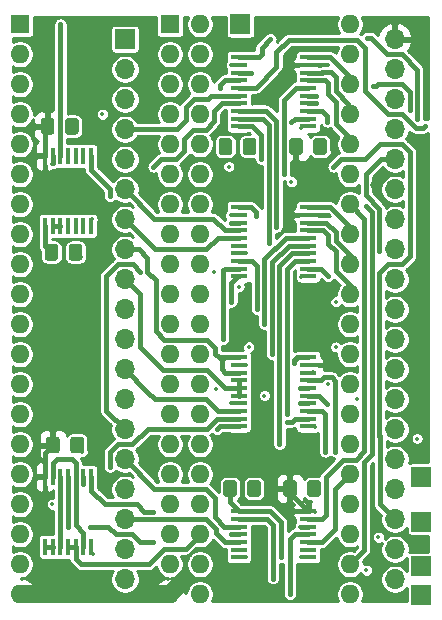
<source format=gbr>
G04 #@! TF.GenerationSoftware,KiCad,Pcbnew,(5.1.5)-3*
G04 #@! TF.CreationDate,2020-05-12T20:02:37-04:00*
G04 #@! TF.ProjectId,6526ESP32,36353236-4553-4503-9332-2e6b69636164,rev?*
G04 #@! TF.SameCoordinates,Original*
G04 #@! TF.FileFunction,Copper,L1,Top*
G04 #@! TF.FilePolarity,Positive*
%FSLAX46Y46*%
G04 Gerber Fmt 4.6, Leading zero omitted, Abs format (unit mm)*
G04 Created by KiCad (PCBNEW (5.1.5)-3) date 2020-05-12 20:02:37*
%MOMM*%
%LPD*%
G04 APERTURE LIST*
%ADD10R,1.600000X1.600000*%
%ADD11O,1.600000X1.600000*%
%ADD12C,0.100000*%
%ADD13R,1.700000X1.700000*%
%ADD14R,1.450000X0.450000*%
%ADD15R,0.450000X1.450000*%
%ADD16O,1.700000X1.700000*%
%ADD17C,0.350000*%
%ADD18C,0.800000*%
%ADD19C,0.434000*%
%ADD20C,1.500000*%
%ADD21C,0.750000*%
%ADD22C,0.254000*%
G04 APERTURE END LIST*
D10*
X38100000Y-35560000D03*
D11*
X53340000Y-83820000D03*
X38100000Y-38100000D03*
X53340000Y-81280000D03*
X38100000Y-40640000D03*
X53340000Y-78740000D03*
X38100000Y-43180000D03*
X53340000Y-76200000D03*
X38100000Y-45720000D03*
X53340000Y-73660000D03*
X38100000Y-48260000D03*
X53340000Y-71120000D03*
X38100000Y-50800000D03*
X53340000Y-68580000D03*
X38100000Y-53340000D03*
X53340000Y-66040000D03*
X38100000Y-55880000D03*
X53340000Y-63500000D03*
X38100000Y-58420000D03*
X53340000Y-60960000D03*
X38100000Y-60960000D03*
X53340000Y-58420000D03*
X38100000Y-63500000D03*
X53340000Y-55880000D03*
X38100000Y-66040000D03*
X53340000Y-53340000D03*
X38100000Y-68580000D03*
X53340000Y-50800000D03*
X38100000Y-71120000D03*
X53340000Y-48260000D03*
X38100000Y-73660000D03*
X53340000Y-45720000D03*
X38100000Y-76200000D03*
X53340000Y-43180000D03*
X38100000Y-78740000D03*
X53340000Y-40640000D03*
X38100000Y-81280000D03*
X53340000Y-38100000D03*
X38100000Y-83820000D03*
X53340000Y-35560000D03*
G04 #@! TA.AperFunction,SMDPad,CuDef*
D12*
G36*
X40790005Y-43497204D02*
G01*
X40814273Y-43500804D01*
X40838072Y-43506765D01*
X40861171Y-43515030D01*
X40883350Y-43525520D01*
X40904393Y-43538132D01*
X40924099Y-43552747D01*
X40942277Y-43569223D01*
X40958753Y-43587401D01*
X40973368Y-43607107D01*
X40985980Y-43628150D01*
X40996470Y-43650329D01*
X41004735Y-43673428D01*
X41010696Y-43697227D01*
X41014296Y-43721495D01*
X41015500Y-43745999D01*
X41015500Y-44646001D01*
X41014296Y-44670505D01*
X41010696Y-44694773D01*
X41004735Y-44718572D01*
X40996470Y-44741671D01*
X40985980Y-44763850D01*
X40973368Y-44784893D01*
X40958753Y-44804599D01*
X40942277Y-44822777D01*
X40924099Y-44839253D01*
X40904393Y-44853868D01*
X40883350Y-44866480D01*
X40861171Y-44876970D01*
X40838072Y-44885235D01*
X40814273Y-44891196D01*
X40790005Y-44894796D01*
X40765501Y-44896000D01*
X40115499Y-44896000D01*
X40090995Y-44894796D01*
X40066727Y-44891196D01*
X40042928Y-44885235D01*
X40019829Y-44876970D01*
X39997650Y-44866480D01*
X39976607Y-44853868D01*
X39956901Y-44839253D01*
X39938723Y-44822777D01*
X39922247Y-44804599D01*
X39907632Y-44784893D01*
X39895020Y-44763850D01*
X39884530Y-44741671D01*
X39876265Y-44718572D01*
X39870304Y-44694773D01*
X39866704Y-44670505D01*
X39865500Y-44646001D01*
X39865500Y-43745999D01*
X39866704Y-43721495D01*
X39870304Y-43697227D01*
X39876265Y-43673428D01*
X39884530Y-43650329D01*
X39895020Y-43628150D01*
X39907632Y-43607107D01*
X39922247Y-43587401D01*
X39938723Y-43569223D01*
X39956901Y-43552747D01*
X39976607Y-43538132D01*
X39997650Y-43525520D01*
X40019829Y-43515030D01*
X40042928Y-43506765D01*
X40066727Y-43500804D01*
X40090995Y-43497204D01*
X40115499Y-43496000D01*
X40765501Y-43496000D01*
X40790005Y-43497204D01*
G37*
G04 #@! TD.AperFunction*
G04 #@! TA.AperFunction,SMDPad,CuDef*
G36*
X42840005Y-43497204D02*
G01*
X42864273Y-43500804D01*
X42888072Y-43506765D01*
X42911171Y-43515030D01*
X42933350Y-43525520D01*
X42954393Y-43538132D01*
X42974099Y-43552747D01*
X42992277Y-43569223D01*
X43008753Y-43587401D01*
X43023368Y-43607107D01*
X43035980Y-43628150D01*
X43046470Y-43650329D01*
X43054735Y-43673428D01*
X43060696Y-43697227D01*
X43064296Y-43721495D01*
X43065500Y-43745999D01*
X43065500Y-44646001D01*
X43064296Y-44670505D01*
X43060696Y-44694773D01*
X43054735Y-44718572D01*
X43046470Y-44741671D01*
X43035980Y-44763850D01*
X43023368Y-44784893D01*
X43008753Y-44804599D01*
X42992277Y-44822777D01*
X42974099Y-44839253D01*
X42954393Y-44853868D01*
X42933350Y-44866480D01*
X42911171Y-44876970D01*
X42888072Y-44885235D01*
X42864273Y-44891196D01*
X42840005Y-44894796D01*
X42815501Y-44896000D01*
X42165499Y-44896000D01*
X42140995Y-44894796D01*
X42116727Y-44891196D01*
X42092928Y-44885235D01*
X42069829Y-44876970D01*
X42047650Y-44866480D01*
X42026607Y-44853868D01*
X42006901Y-44839253D01*
X41988723Y-44822777D01*
X41972247Y-44804599D01*
X41957632Y-44784893D01*
X41945020Y-44763850D01*
X41934530Y-44741671D01*
X41926265Y-44718572D01*
X41920304Y-44694773D01*
X41916704Y-44670505D01*
X41915500Y-44646001D01*
X41915500Y-43745999D01*
X41916704Y-43721495D01*
X41920304Y-43697227D01*
X41926265Y-43673428D01*
X41934530Y-43650329D01*
X41945020Y-43628150D01*
X41957632Y-43607107D01*
X41972247Y-43587401D01*
X41988723Y-43569223D01*
X42006901Y-43552747D01*
X42026607Y-43538132D01*
X42047650Y-43525520D01*
X42069829Y-43515030D01*
X42092928Y-43506765D01*
X42116727Y-43500804D01*
X42140995Y-43497204D01*
X42165499Y-43496000D01*
X42815501Y-43496000D01*
X42840005Y-43497204D01*
G37*
G04 #@! TD.AperFunction*
G04 #@! TA.AperFunction,SMDPad,CuDef*
G36*
X43157505Y-54165204D02*
G01*
X43181773Y-54168804D01*
X43205572Y-54174765D01*
X43228671Y-54183030D01*
X43250850Y-54193520D01*
X43271893Y-54206132D01*
X43291599Y-54220747D01*
X43309777Y-54237223D01*
X43326253Y-54255401D01*
X43340868Y-54275107D01*
X43353480Y-54296150D01*
X43363970Y-54318329D01*
X43372235Y-54341428D01*
X43378196Y-54365227D01*
X43381796Y-54389495D01*
X43383000Y-54413999D01*
X43383000Y-55314001D01*
X43381796Y-55338505D01*
X43378196Y-55362773D01*
X43372235Y-55386572D01*
X43363970Y-55409671D01*
X43353480Y-55431850D01*
X43340868Y-55452893D01*
X43326253Y-55472599D01*
X43309777Y-55490777D01*
X43291599Y-55507253D01*
X43271893Y-55521868D01*
X43250850Y-55534480D01*
X43228671Y-55544970D01*
X43205572Y-55553235D01*
X43181773Y-55559196D01*
X43157505Y-55562796D01*
X43133001Y-55564000D01*
X42482999Y-55564000D01*
X42458495Y-55562796D01*
X42434227Y-55559196D01*
X42410428Y-55553235D01*
X42387329Y-55544970D01*
X42365150Y-55534480D01*
X42344107Y-55521868D01*
X42324401Y-55507253D01*
X42306223Y-55490777D01*
X42289747Y-55472599D01*
X42275132Y-55452893D01*
X42262520Y-55431850D01*
X42252030Y-55409671D01*
X42243765Y-55386572D01*
X42237804Y-55362773D01*
X42234204Y-55338505D01*
X42233000Y-55314001D01*
X42233000Y-54413999D01*
X42234204Y-54389495D01*
X42237804Y-54365227D01*
X42243765Y-54341428D01*
X42252030Y-54318329D01*
X42262520Y-54296150D01*
X42275132Y-54275107D01*
X42289747Y-54255401D01*
X42306223Y-54237223D01*
X42324401Y-54220747D01*
X42344107Y-54206132D01*
X42365150Y-54193520D01*
X42387329Y-54183030D01*
X42410428Y-54174765D01*
X42434227Y-54168804D01*
X42458495Y-54165204D01*
X42482999Y-54164000D01*
X43133001Y-54164000D01*
X43157505Y-54165204D01*
G37*
G04 #@! TD.AperFunction*
G04 #@! TA.AperFunction,SMDPad,CuDef*
G36*
X41107505Y-54165204D02*
G01*
X41131773Y-54168804D01*
X41155572Y-54174765D01*
X41178671Y-54183030D01*
X41200850Y-54193520D01*
X41221893Y-54206132D01*
X41241599Y-54220747D01*
X41259777Y-54237223D01*
X41276253Y-54255401D01*
X41290868Y-54275107D01*
X41303480Y-54296150D01*
X41313970Y-54318329D01*
X41322235Y-54341428D01*
X41328196Y-54365227D01*
X41331796Y-54389495D01*
X41333000Y-54413999D01*
X41333000Y-55314001D01*
X41331796Y-55338505D01*
X41328196Y-55362773D01*
X41322235Y-55386572D01*
X41313970Y-55409671D01*
X41303480Y-55431850D01*
X41290868Y-55452893D01*
X41276253Y-55472599D01*
X41259777Y-55490777D01*
X41241599Y-55507253D01*
X41221893Y-55521868D01*
X41200850Y-55534480D01*
X41178671Y-55544970D01*
X41155572Y-55553235D01*
X41131773Y-55559196D01*
X41107505Y-55562796D01*
X41083001Y-55564000D01*
X40432999Y-55564000D01*
X40408495Y-55562796D01*
X40384227Y-55559196D01*
X40360428Y-55553235D01*
X40337329Y-55544970D01*
X40315150Y-55534480D01*
X40294107Y-55521868D01*
X40274401Y-55507253D01*
X40256223Y-55490777D01*
X40239747Y-55472599D01*
X40225132Y-55452893D01*
X40212520Y-55431850D01*
X40202030Y-55409671D01*
X40193765Y-55386572D01*
X40187804Y-55362773D01*
X40184204Y-55338505D01*
X40183000Y-55314001D01*
X40183000Y-54413999D01*
X40184204Y-54389495D01*
X40187804Y-54365227D01*
X40193765Y-54341428D01*
X40202030Y-54318329D01*
X40212520Y-54296150D01*
X40225132Y-54275107D01*
X40239747Y-54255401D01*
X40256223Y-54237223D01*
X40274401Y-54220747D01*
X40294107Y-54206132D01*
X40315150Y-54193520D01*
X40337329Y-54183030D01*
X40360428Y-54174765D01*
X40384227Y-54168804D01*
X40408495Y-54165204D01*
X40432999Y-54164000D01*
X41083001Y-54164000D01*
X41107505Y-54165204D01*
G37*
G04 #@! TD.AperFunction*
G04 #@! TA.AperFunction,SMDPad,CuDef*
G36*
X55839505Y-45211704D02*
G01*
X55863773Y-45215304D01*
X55887572Y-45221265D01*
X55910671Y-45229530D01*
X55932850Y-45240020D01*
X55953893Y-45252632D01*
X55973599Y-45267247D01*
X55991777Y-45283723D01*
X56008253Y-45301901D01*
X56022868Y-45321607D01*
X56035480Y-45342650D01*
X56045970Y-45364829D01*
X56054235Y-45387928D01*
X56060196Y-45411727D01*
X56063796Y-45435995D01*
X56065000Y-45460499D01*
X56065000Y-46360501D01*
X56063796Y-46385005D01*
X56060196Y-46409273D01*
X56054235Y-46433072D01*
X56045970Y-46456171D01*
X56035480Y-46478350D01*
X56022868Y-46499393D01*
X56008253Y-46519099D01*
X55991777Y-46537277D01*
X55973599Y-46553753D01*
X55953893Y-46568368D01*
X55932850Y-46580980D01*
X55910671Y-46591470D01*
X55887572Y-46599735D01*
X55863773Y-46605696D01*
X55839505Y-46609296D01*
X55815001Y-46610500D01*
X55164999Y-46610500D01*
X55140495Y-46609296D01*
X55116227Y-46605696D01*
X55092428Y-46599735D01*
X55069329Y-46591470D01*
X55047150Y-46580980D01*
X55026107Y-46568368D01*
X55006401Y-46553753D01*
X54988223Y-46537277D01*
X54971747Y-46519099D01*
X54957132Y-46499393D01*
X54944520Y-46478350D01*
X54934030Y-46456171D01*
X54925765Y-46433072D01*
X54919804Y-46409273D01*
X54916204Y-46385005D01*
X54915000Y-46360501D01*
X54915000Y-45460499D01*
X54916204Y-45435995D01*
X54919804Y-45411727D01*
X54925765Y-45387928D01*
X54934030Y-45364829D01*
X54944520Y-45342650D01*
X54957132Y-45321607D01*
X54971747Y-45301901D01*
X54988223Y-45283723D01*
X55006401Y-45267247D01*
X55026107Y-45252632D01*
X55047150Y-45240020D01*
X55069329Y-45229530D01*
X55092428Y-45221265D01*
X55116227Y-45215304D01*
X55140495Y-45211704D01*
X55164999Y-45210500D01*
X55815001Y-45210500D01*
X55839505Y-45211704D01*
G37*
G04 #@! TD.AperFunction*
G04 #@! TA.AperFunction,SMDPad,CuDef*
G36*
X57889505Y-45211704D02*
G01*
X57913773Y-45215304D01*
X57937572Y-45221265D01*
X57960671Y-45229530D01*
X57982850Y-45240020D01*
X58003893Y-45252632D01*
X58023599Y-45267247D01*
X58041777Y-45283723D01*
X58058253Y-45301901D01*
X58072868Y-45321607D01*
X58085480Y-45342650D01*
X58095970Y-45364829D01*
X58104235Y-45387928D01*
X58110196Y-45411727D01*
X58113796Y-45435995D01*
X58115000Y-45460499D01*
X58115000Y-46360501D01*
X58113796Y-46385005D01*
X58110196Y-46409273D01*
X58104235Y-46433072D01*
X58095970Y-46456171D01*
X58085480Y-46478350D01*
X58072868Y-46499393D01*
X58058253Y-46519099D01*
X58041777Y-46537277D01*
X58023599Y-46553753D01*
X58003893Y-46568368D01*
X57982850Y-46580980D01*
X57960671Y-46591470D01*
X57937572Y-46599735D01*
X57913773Y-46605696D01*
X57889505Y-46609296D01*
X57865001Y-46610500D01*
X57214999Y-46610500D01*
X57190495Y-46609296D01*
X57166227Y-46605696D01*
X57142428Y-46599735D01*
X57119329Y-46591470D01*
X57097150Y-46580980D01*
X57076107Y-46568368D01*
X57056401Y-46553753D01*
X57038223Y-46537277D01*
X57021747Y-46519099D01*
X57007132Y-46499393D01*
X56994520Y-46478350D01*
X56984030Y-46456171D01*
X56975765Y-46433072D01*
X56969804Y-46409273D01*
X56966204Y-46385005D01*
X56965000Y-46360501D01*
X56965000Y-45460499D01*
X56966204Y-45435995D01*
X56969804Y-45411727D01*
X56975765Y-45387928D01*
X56984030Y-45364829D01*
X56994520Y-45342650D01*
X57007132Y-45321607D01*
X57021747Y-45301901D01*
X57038223Y-45283723D01*
X57056401Y-45267247D01*
X57076107Y-45252632D01*
X57097150Y-45240020D01*
X57119329Y-45229530D01*
X57142428Y-45221265D01*
X57166227Y-45215304D01*
X57190495Y-45211704D01*
X57214999Y-45210500D01*
X57865001Y-45210500D01*
X57889505Y-45211704D01*
G37*
G04 #@! TD.AperFunction*
G04 #@! TA.AperFunction,SMDPad,CuDef*
G36*
X63858505Y-45211704D02*
G01*
X63882773Y-45215304D01*
X63906572Y-45221265D01*
X63929671Y-45229530D01*
X63951850Y-45240020D01*
X63972893Y-45252632D01*
X63992599Y-45267247D01*
X64010777Y-45283723D01*
X64027253Y-45301901D01*
X64041868Y-45321607D01*
X64054480Y-45342650D01*
X64064970Y-45364829D01*
X64073235Y-45387928D01*
X64079196Y-45411727D01*
X64082796Y-45435995D01*
X64084000Y-45460499D01*
X64084000Y-46360501D01*
X64082796Y-46385005D01*
X64079196Y-46409273D01*
X64073235Y-46433072D01*
X64064970Y-46456171D01*
X64054480Y-46478350D01*
X64041868Y-46499393D01*
X64027253Y-46519099D01*
X64010777Y-46537277D01*
X63992599Y-46553753D01*
X63972893Y-46568368D01*
X63951850Y-46580980D01*
X63929671Y-46591470D01*
X63906572Y-46599735D01*
X63882773Y-46605696D01*
X63858505Y-46609296D01*
X63834001Y-46610500D01*
X63183999Y-46610500D01*
X63159495Y-46609296D01*
X63135227Y-46605696D01*
X63111428Y-46599735D01*
X63088329Y-46591470D01*
X63066150Y-46580980D01*
X63045107Y-46568368D01*
X63025401Y-46553753D01*
X63007223Y-46537277D01*
X62990747Y-46519099D01*
X62976132Y-46499393D01*
X62963520Y-46478350D01*
X62953030Y-46456171D01*
X62944765Y-46433072D01*
X62938804Y-46409273D01*
X62935204Y-46385005D01*
X62934000Y-46360501D01*
X62934000Y-45460499D01*
X62935204Y-45435995D01*
X62938804Y-45411727D01*
X62944765Y-45387928D01*
X62953030Y-45364829D01*
X62963520Y-45342650D01*
X62976132Y-45321607D01*
X62990747Y-45301901D01*
X63007223Y-45283723D01*
X63025401Y-45267247D01*
X63045107Y-45252632D01*
X63066150Y-45240020D01*
X63088329Y-45229530D01*
X63111428Y-45221265D01*
X63135227Y-45215304D01*
X63159495Y-45211704D01*
X63183999Y-45210500D01*
X63834001Y-45210500D01*
X63858505Y-45211704D01*
G37*
G04 #@! TD.AperFunction*
G04 #@! TA.AperFunction,SMDPad,CuDef*
G36*
X61808505Y-45211704D02*
G01*
X61832773Y-45215304D01*
X61856572Y-45221265D01*
X61879671Y-45229530D01*
X61901850Y-45240020D01*
X61922893Y-45252632D01*
X61942599Y-45267247D01*
X61960777Y-45283723D01*
X61977253Y-45301901D01*
X61991868Y-45321607D01*
X62004480Y-45342650D01*
X62014970Y-45364829D01*
X62023235Y-45387928D01*
X62029196Y-45411727D01*
X62032796Y-45435995D01*
X62034000Y-45460499D01*
X62034000Y-46360501D01*
X62032796Y-46385005D01*
X62029196Y-46409273D01*
X62023235Y-46433072D01*
X62014970Y-46456171D01*
X62004480Y-46478350D01*
X61991868Y-46499393D01*
X61977253Y-46519099D01*
X61960777Y-46537277D01*
X61942599Y-46553753D01*
X61922893Y-46568368D01*
X61901850Y-46580980D01*
X61879671Y-46591470D01*
X61856572Y-46599735D01*
X61832773Y-46605696D01*
X61808505Y-46609296D01*
X61784001Y-46610500D01*
X61133999Y-46610500D01*
X61109495Y-46609296D01*
X61085227Y-46605696D01*
X61061428Y-46599735D01*
X61038329Y-46591470D01*
X61016150Y-46580980D01*
X60995107Y-46568368D01*
X60975401Y-46553753D01*
X60957223Y-46537277D01*
X60940747Y-46519099D01*
X60926132Y-46499393D01*
X60913520Y-46478350D01*
X60903030Y-46456171D01*
X60894765Y-46433072D01*
X60888804Y-46409273D01*
X60885204Y-46385005D01*
X60884000Y-46360501D01*
X60884000Y-45460499D01*
X60885204Y-45435995D01*
X60888804Y-45411727D01*
X60894765Y-45387928D01*
X60903030Y-45364829D01*
X60913520Y-45342650D01*
X60926132Y-45321607D01*
X60940747Y-45301901D01*
X60957223Y-45283723D01*
X60975401Y-45267247D01*
X60995107Y-45252632D01*
X61016150Y-45240020D01*
X61038329Y-45229530D01*
X61061428Y-45221265D01*
X61085227Y-45215304D01*
X61109495Y-45211704D01*
X61133999Y-45210500D01*
X61784001Y-45210500D01*
X61808505Y-45211704D01*
G37*
G04 #@! TD.AperFunction*
G04 #@! TA.AperFunction,SMDPad,CuDef*
G36*
X61300505Y-74167704D02*
G01*
X61324773Y-74171304D01*
X61348572Y-74177265D01*
X61371671Y-74185530D01*
X61393850Y-74196020D01*
X61414893Y-74208632D01*
X61434599Y-74223247D01*
X61452777Y-74239723D01*
X61469253Y-74257901D01*
X61483868Y-74277607D01*
X61496480Y-74298650D01*
X61506970Y-74320829D01*
X61515235Y-74343928D01*
X61521196Y-74367727D01*
X61524796Y-74391995D01*
X61526000Y-74416499D01*
X61526000Y-75316501D01*
X61524796Y-75341005D01*
X61521196Y-75365273D01*
X61515235Y-75389072D01*
X61506970Y-75412171D01*
X61496480Y-75434350D01*
X61483868Y-75455393D01*
X61469253Y-75475099D01*
X61452777Y-75493277D01*
X61434599Y-75509753D01*
X61414893Y-75524368D01*
X61393850Y-75536980D01*
X61371671Y-75547470D01*
X61348572Y-75555735D01*
X61324773Y-75561696D01*
X61300505Y-75565296D01*
X61276001Y-75566500D01*
X60625999Y-75566500D01*
X60601495Y-75565296D01*
X60577227Y-75561696D01*
X60553428Y-75555735D01*
X60530329Y-75547470D01*
X60508150Y-75536980D01*
X60487107Y-75524368D01*
X60467401Y-75509753D01*
X60449223Y-75493277D01*
X60432747Y-75475099D01*
X60418132Y-75455393D01*
X60405520Y-75434350D01*
X60395030Y-75412171D01*
X60386765Y-75389072D01*
X60380804Y-75365273D01*
X60377204Y-75341005D01*
X60376000Y-75316501D01*
X60376000Y-74416499D01*
X60377204Y-74391995D01*
X60380804Y-74367727D01*
X60386765Y-74343928D01*
X60395030Y-74320829D01*
X60405520Y-74298650D01*
X60418132Y-74277607D01*
X60432747Y-74257901D01*
X60449223Y-74239723D01*
X60467401Y-74223247D01*
X60487107Y-74208632D01*
X60508150Y-74196020D01*
X60530329Y-74185530D01*
X60553428Y-74177265D01*
X60577227Y-74171304D01*
X60601495Y-74167704D01*
X60625999Y-74166500D01*
X61276001Y-74166500D01*
X61300505Y-74167704D01*
G37*
G04 #@! TD.AperFunction*
G04 #@! TA.AperFunction,SMDPad,CuDef*
G36*
X63350505Y-74167704D02*
G01*
X63374773Y-74171304D01*
X63398572Y-74177265D01*
X63421671Y-74185530D01*
X63443850Y-74196020D01*
X63464893Y-74208632D01*
X63484599Y-74223247D01*
X63502777Y-74239723D01*
X63519253Y-74257901D01*
X63533868Y-74277607D01*
X63546480Y-74298650D01*
X63556970Y-74320829D01*
X63565235Y-74343928D01*
X63571196Y-74367727D01*
X63574796Y-74391995D01*
X63576000Y-74416499D01*
X63576000Y-75316501D01*
X63574796Y-75341005D01*
X63571196Y-75365273D01*
X63565235Y-75389072D01*
X63556970Y-75412171D01*
X63546480Y-75434350D01*
X63533868Y-75455393D01*
X63519253Y-75475099D01*
X63502777Y-75493277D01*
X63484599Y-75509753D01*
X63464893Y-75524368D01*
X63443850Y-75536980D01*
X63421671Y-75547470D01*
X63398572Y-75555735D01*
X63374773Y-75561696D01*
X63350505Y-75565296D01*
X63326001Y-75566500D01*
X62675999Y-75566500D01*
X62651495Y-75565296D01*
X62627227Y-75561696D01*
X62603428Y-75555735D01*
X62580329Y-75547470D01*
X62558150Y-75536980D01*
X62537107Y-75524368D01*
X62517401Y-75509753D01*
X62499223Y-75493277D01*
X62482747Y-75475099D01*
X62468132Y-75455393D01*
X62455520Y-75434350D01*
X62445030Y-75412171D01*
X62436765Y-75389072D01*
X62430804Y-75365273D01*
X62427204Y-75341005D01*
X62426000Y-75316501D01*
X62426000Y-74416499D01*
X62427204Y-74391995D01*
X62430804Y-74367727D01*
X62436765Y-74343928D01*
X62445030Y-74320829D01*
X62455520Y-74298650D01*
X62468132Y-74277607D01*
X62482747Y-74257901D01*
X62499223Y-74239723D01*
X62517401Y-74223247D01*
X62537107Y-74208632D01*
X62558150Y-74196020D01*
X62580329Y-74185530D01*
X62603428Y-74177265D01*
X62627227Y-74171304D01*
X62651495Y-74167704D01*
X62675999Y-74166500D01*
X63326001Y-74166500D01*
X63350505Y-74167704D01*
G37*
G04 #@! TD.AperFunction*
D13*
X72085200Y-83896200D03*
X72085200Y-81432400D03*
X72085200Y-77673200D03*
X72085200Y-73888600D03*
X56769000Y-35560000D03*
D14*
X56613000Y-63750000D03*
X56613000Y-64400000D03*
X56613000Y-65050000D03*
X56613000Y-65700000D03*
X56613000Y-66350000D03*
X56613000Y-67000000D03*
X56613000Y-67650000D03*
X56613000Y-68300000D03*
X56613000Y-68950000D03*
X56613000Y-69600000D03*
X62513000Y-69600000D03*
X62513000Y-68950000D03*
X62513000Y-68300000D03*
X62513000Y-67650000D03*
X62513000Y-67000000D03*
X62513000Y-66350000D03*
X62513000Y-65700000D03*
X62513000Y-65050000D03*
X62513000Y-64400000D03*
X62513000Y-63750000D03*
X56613000Y-51050000D03*
X56613000Y-51700000D03*
X56613000Y-52350000D03*
X56613000Y-53000000D03*
X56613000Y-53650000D03*
X56613000Y-54300000D03*
X56613000Y-54950000D03*
X56613000Y-55600000D03*
X56613000Y-56250000D03*
X56613000Y-56900000D03*
X62513000Y-56900000D03*
X62513000Y-56250000D03*
X62513000Y-55600000D03*
X62513000Y-54950000D03*
X62513000Y-54300000D03*
X62513000Y-53650000D03*
X62513000Y-53000000D03*
X62513000Y-52350000D03*
X62513000Y-51700000D03*
X62513000Y-51050000D03*
X62513000Y-38350000D03*
X62513000Y-39000000D03*
X62513000Y-39650000D03*
X62513000Y-40300000D03*
X62513000Y-40950000D03*
X62513000Y-41600000D03*
X62513000Y-42250000D03*
X62513000Y-42900000D03*
X62513000Y-43550000D03*
X62513000Y-44200000D03*
X56613000Y-44200000D03*
X56613000Y-43550000D03*
X56613000Y-42900000D03*
X56613000Y-42250000D03*
X56613000Y-41600000D03*
X56613000Y-40950000D03*
X56613000Y-40300000D03*
X56613000Y-39650000D03*
X56613000Y-39000000D03*
X56613000Y-38350000D03*
D15*
X40214000Y-79785000D03*
X40864000Y-79785000D03*
X41514000Y-79785000D03*
X42164000Y-79785000D03*
X42814000Y-79785000D03*
X43464000Y-79785000D03*
X44114000Y-79785000D03*
X44114000Y-73885000D03*
X43464000Y-73885000D03*
X42814000Y-73885000D03*
X42164000Y-73885000D03*
X41514000Y-73885000D03*
X40864000Y-73885000D03*
X40214000Y-73885000D03*
D11*
X66040000Y-35560000D03*
X50800000Y-83820000D03*
X66040000Y-38100000D03*
X50800000Y-81280000D03*
X66040000Y-40640000D03*
X50800000Y-78740000D03*
X66040000Y-43180000D03*
X50800000Y-76200000D03*
X66040000Y-45720000D03*
X50800000Y-73660000D03*
X66040000Y-48260000D03*
X50800000Y-71120000D03*
X66040000Y-50800000D03*
X50800000Y-68580000D03*
X66040000Y-53340000D03*
X50800000Y-66040000D03*
X66040000Y-55880000D03*
X50800000Y-63500000D03*
X66040000Y-58420000D03*
X50800000Y-60960000D03*
X66040000Y-60960000D03*
X50800000Y-58420000D03*
X66040000Y-63500000D03*
X50800000Y-55880000D03*
X66040000Y-66040000D03*
X50800000Y-53340000D03*
X66040000Y-68580000D03*
X50800000Y-50800000D03*
X66040000Y-71120000D03*
X50800000Y-48260000D03*
X66040000Y-73660000D03*
X50800000Y-45720000D03*
X66040000Y-76200000D03*
X50800000Y-43180000D03*
X66040000Y-78740000D03*
X50800000Y-40640000D03*
X66040000Y-81280000D03*
X50800000Y-38100000D03*
X66040000Y-83820000D03*
D10*
X50800000Y-35560000D03*
D15*
X40214000Y-46707000D03*
X40864000Y-46707000D03*
X41514000Y-46707000D03*
X42164000Y-46707000D03*
X42814000Y-46707000D03*
X43464000Y-46707000D03*
X44114000Y-46707000D03*
X44114000Y-52607000D03*
X43464000Y-52607000D03*
X42814000Y-52607000D03*
X42164000Y-52607000D03*
X41514000Y-52607000D03*
X40864000Y-52607000D03*
X40214000Y-52607000D03*
D14*
X56613000Y-76790000D03*
X56613000Y-77440000D03*
X56613000Y-78090000D03*
X56613000Y-78740000D03*
X56613000Y-79390000D03*
X56613000Y-80040000D03*
X56613000Y-80690000D03*
X62513000Y-80690000D03*
X62513000Y-80040000D03*
X62513000Y-79390000D03*
X62513000Y-78740000D03*
X62513000Y-78090000D03*
X62513000Y-77440000D03*
X62513000Y-76790000D03*
G04 #@! TA.AperFunction,SMDPad,CuDef*
D12*
G36*
X56220505Y-74167704D02*
G01*
X56244773Y-74171304D01*
X56268572Y-74177265D01*
X56291671Y-74185530D01*
X56313850Y-74196020D01*
X56334893Y-74208632D01*
X56354599Y-74223247D01*
X56372777Y-74239723D01*
X56389253Y-74257901D01*
X56403868Y-74277607D01*
X56416480Y-74298650D01*
X56426970Y-74320829D01*
X56435235Y-74343928D01*
X56441196Y-74367727D01*
X56444796Y-74391995D01*
X56446000Y-74416499D01*
X56446000Y-75316501D01*
X56444796Y-75341005D01*
X56441196Y-75365273D01*
X56435235Y-75389072D01*
X56426970Y-75412171D01*
X56416480Y-75434350D01*
X56403868Y-75455393D01*
X56389253Y-75475099D01*
X56372777Y-75493277D01*
X56354599Y-75509753D01*
X56334893Y-75524368D01*
X56313850Y-75536980D01*
X56291671Y-75547470D01*
X56268572Y-75555735D01*
X56244773Y-75561696D01*
X56220505Y-75565296D01*
X56196001Y-75566500D01*
X55545999Y-75566500D01*
X55521495Y-75565296D01*
X55497227Y-75561696D01*
X55473428Y-75555735D01*
X55450329Y-75547470D01*
X55428150Y-75536980D01*
X55407107Y-75524368D01*
X55387401Y-75509753D01*
X55369223Y-75493277D01*
X55352747Y-75475099D01*
X55338132Y-75455393D01*
X55325520Y-75434350D01*
X55315030Y-75412171D01*
X55306765Y-75389072D01*
X55300804Y-75365273D01*
X55297204Y-75341005D01*
X55296000Y-75316501D01*
X55296000Y-74416499D01*
X55297204Y-74391995D01*
X55300804Y-74367727D01*
X55306765Y-74343928D01*
X55315030Y-74320829D01*
X55325520Y-74298650D01*
X55338132Y-74277607D01*
X55352747Y-74257901D01*
X55369223Y-74239723D01*
X55387401Y-74223247D01*
X55407107Y-74208632D01*
X55428150Y-74196020D01*
X55450329Y-74185530D01*
X55473428Y-74177265D01*
X55497227Y-74171304D01*
X55521495Y-74167704D01*
X55545999Y-74166500D01*
X56196001Y-74166500D01*
X56220505Y-74167704D01*
G37*
G04 #@! TD.AperFunction*
G04 #@! TA.AperFunction,SMDPad,CuDef*
G36*
X58270505Y-74167704D02*
G01*
X58294773Y-74171304D01*
X58318572Y-74177265D01*
X58341671Y-74185530D01*
X58363850Y-74196020D01*
X58384893Y-74208632D01*
X58404599Y-74223247D01*
X58422777Y-74239723D01*
X58439253Y-74257901D01*
X58453868Y-74277607D01*
X58466480Y-74298650D01*
X58476970Y-74320829D01*
X58485235Y-74343928D01*
X58491196Y-74367727D01*
X58494796Y-74391995D01*
X58496000Y-74416499D01*
X58496000Y-75316501D01*
X58494796Y-75341005D01*
X58491196Y-75365273D01*
X58485235Y-75389072D01*
X58476970Y-75412171D01*
X58466480Y-75434350D01*
X58453868Y-75455393D01*
X58439253Y-75475099D01*
X58422777Y-75493277D01*
X58404599Y-75509753D01*
X58384893Y-75524368D01*
X58363850Y-75536980D01*
X58341671Y-75547470D01*
X58318572Y-75555735D01*
X58294773Y-75561696D01*
X58270505Y-75565296D01*
X58246001Y-75566500D01*
X57595999Y-75566500D01*
X57571495Y-75565296D01*
X57547227Y-75561696D01*
X57523428Y-75555735D01*
X57500329Y-75547470D01*
X57478150Y-75536980D01*
X57457107Y-75524368D01*
X57437401Y-75509753D01*
X57419223Y-75493277D01*
X57402747Y-75475099D01*
X57388132Y-75455393D01*
X57375520Y-75434350D01*
X57365030Y-75412171D01*
X57356765Y-75389072D01*
X57350804Y-75365273D01*
X57347204Y-75341005D01*
X57346000Y-75316501D01*
X57346000Y-74416499D01*
X57347204Y-74391995D01*
X57350804Y-74367727D01*
X57356765Y-74343928D01*
X57365030Y-74320829D01*
X57375520Y-74298650D01*
X57388132Y-74277607D01*
X57402747Y-74257901D01*
X57419223Y-74239723D01*
X57437401Y-74223247D01*
X57457107Y-74208632D01*
X57478150Y-74196020D01*
X57500329Y-74185530D01*
X57523428Y-74177265D01*
X57547227Y-74171304D01*
X57571495Y-74167704D01*
X57595999Y-74166500D01*
X58246001Y-74166500D01*
X58270505Y-74167704D01*
G37*
G04 #@! TD.AperFunction*
G04 #@! TA.AperFunction,SMDPad,CuDef*
G36*
X43284505Y-70484704D02*
G01*
X43308773Y-70488304D01*
X43332572Y-70494265D01*
X43355671Y-70502530D01*
X43377850Y-70513020D01*
X43398893Y-70525632D01*
X43418599Y-70540247D01*
X43436777Y-70556723D01*
X43453253Y-70574901D01*
X43467868Y-70594607D01*
X43480480Y-70615650D01*
X43490970Y-70637829D01*
X43499235Y-70660928D01*
X43505196Y-70684727D01*
X43508796Y-70708995D01*
X43510000Y-70733499D01*
X43510000Y-71633501D01*
X43508796Y-71658005D01*
X43505196Y-71682273D01*
X43499235Y-71706072D01*
X43490970Y-71729171D01*
X43480480Y-71751350D01*
X43467868Y-71772393D01*
X43453253Y-71792099D01*
X43436777Y-71810277D01*
X43418599Y-71826753D01*
X43398893Y-71841368D01*
X43377850Y-71853980D01*
X43355671Y-71864470D01*
X43332572Y-71872735D01*
X43308773Y-71878696D01*
X43284505Y-71882296D01*
X43260001Y-71883500D01*
X42609999Y-71883500D01*
X42585495Y-71882296D01*
X42561227Y-71878696D01*
X42537428Y-71872735D01*
X42514329Y-71864470D01*
X42492150Y-71853980D01*
X42471107Y-71841368D01*
X42451401Y-71826753D01*
X42433223Y-71810277D01*
X42416747Y-71792099D01*
X42402132Y-71772393D01*
X42389520Y-71751350D01*
X42379030Y-71729171D01*
X42370765Y-71706072D01*
X42364804Y-71682273D01*
X42361204Y-71658005D01*
X42360000Y-71633501D01*
X42360000Y-70733499D01*
X42361204Y-70708995D01*
X42364804Y-70684727D01*
X42370765Y-70660928D01*
X42379030Y-70637829D01*
X42389520Y-70615650D01*
X42402132Y-70594607D01*
X42416747Y-70574901D01*
X42433223Y-70556723D01*
X42451401Y-70540247D01*
X42471107Y-70525632D01*
X42492150Y-70513020D01*
X42514329Y-70502530D01*
X42537428Y-70494265D01*
X42561227Y-70488304D01*
X42585495Y-70484704D01*
X42609999Y-70483500D01*
X43260001Y-70483500D01*
X43284505Y-70484704D01*
G37*
G04 #@! TD.AperFunction*
G04 #@! TA.AperFunction,SMDPad,CuDef*
G36*
X41234505Y-70484704D02*
G01*
X41258773Y-70488304D01*
X41282572Y-70494265D01*
X41305671Y-70502530D01*
X41327850Y-70513020D01*
X41348893Y-70525632D01*
X41368599Y-70540247D01*
X41386777Y-70556723D01*
X41403253Y-70574901D01*
X41417868Y-70594607D01*
X41430480Y-70615650D01*
X41440970Y-70637829D01*
X41449235Y-70660928D01*
X41455196Y-70684727D01*
X41458796Y-70708995D01*
X41460000Y-70733499D01*
X41460000Y-71633501D01*
X41458796Y-71658005D01*
X41455196Y-71682273D01*
X41449235Y-71706072D01*
X41440970Y-71729171D01*
X41430480Y-71751350D01*
X41417868Y-71772393D01*
X41403253Y-71792099D01*
X41386777Y-71810277D01*
X41368599Y-71826753D01*
X41348893Y-71841368D01*
X41327850Y-71853980D01*
X41305671Y-71864470D01*
X41282572Y-71872735D01*
X41258773Y-71878696D01*
X41234505Y-71882296D01*
X41210001Y-71883500D01*
X40559999Y-71883500D01*
X40535495Y-71882296D01*
X40511227Y-71878696D01*
X40487428Y-71872735D01*
X40464329Y-71864470D01*
X40442150Y-71853980D01*
X40421107Y-71841368D01*
X40401401Y-71826753D01*
X40383223Y-71810277D01*
X40366747Y-71792099D01*
X40352132Y-71772393D01*
X40339520Y-71751350D01*
X40329030Y-71729171D01*
X40320765Y-71706072D01*
X40314804Y-71682273D01*
X40311204Y-71658005D01*
X40310000Y-71633501D01*
X40310000Y-70733499D01*
X40311204Y-70708995D01*
X40314804Y-70684727D01*
X40320765Y-70660928D01*
X40329030Y-70637829D01*
X40339520Y-70615650D01*
X40352132Y-70594607D01*
X40366747Y-70574901D01*
X40383223Y-70556723D01*
X40401401Y-70540247D01*
X40421107Y-70525632D01*
X40442150Y-70513020D01*
X40464329Y-70502530D01*
X40487428Y-70494265D01*
X40511227Y-70488304D01*
X40535495Y-70484704D01*
X40559999Y-70483500D01*
X41210001Y-70483500D01*
X41234505Y-70484704D01*
G37*
G04 #@! TD.AperFunction*
D13*
X46990000Y-36830000D03*
D16*
X69850000Y-80010000D03*
X46990000Y-39370000D03*
X69850000Y-77470000D03*
X46990000Y-41910000D03*
X69850000Y-74930000D03*
X46990000Y-44450000D03*
X69850000Y-72390000D03*
X46990000Y-46990000D03*
X69850000Y-69850000D03*
X46990000Y-49530000D03*
X69850000Y-67310000D03*
X46990000Y-52070000D03*
X69850000Y-64770000D03*
X46990000Y-54610000D03*
X69850000Y-62230000D03*
X46990000Y-57150000D03*
X69850000Y-59690000D03*
X46990000Y-59690000D03*
X69850000Y-57150000D03*
X46990000Y-62230000D03*
X69850000Y-54610000D03*
X46990000Y-64770000D03*
X69850000Y-52070000D03*
X46990000Y-67310000D03*
X69850000Y-49530000D03*
X46990000Y-69850000D03*
X69850000Y-46990000D03*
X46990000Y-72390000D03*
X69850000Y-44450000D03*
X46990000Y-74930000D03*
X69850000Y-41910000D03*
X46990000Y-77470000D03*
X69850000Y-39370000D03*
X46990000Y-80010000D03*
X69850000Y-36830000D03*
X46990000Y-82550000D03*
X69850000Y-82550000D03*
D17*
X61912500Y-46355000D03*
X61912500Y-38989000D03*
X61912500Y-51689000D03*
X62039500Y-64389000D03*
X40068500Y-43878500D03*
X40195500Y-47244000D03*
X40195500Y-74485500D03*
X60515500Y-74485500D03*
X63119000Y-76835000D03*
X40214000Y-71863500D03*
D18*
X56197500Y-60007500D03*
X68199000Y-49149000D03*
X49466500Y-39370000D03*
D17*
X69166419Y-65961581D03*
X70462599Y-66037001D03*
X70470081Y-60974919D03*
X69141799Y-60957001D03*
X63944500Y-46355000D03*
X57848500Y-46418500D03*
X61912500Y-44323000D03*
X61912500Y-56959500D03*
X63119000Y-69659500D03*
X42799000Y-43815000D03*
X44196000Y-52070000D03*
X43243500Y-55245000D03*
X43370500Y-71755000D03*
X44259500Y-80391000D03*
X57213500Y-80645000D03*
X58229500Y-74358500D03*
X63373000Y-74358500D03*
X56007000Y-38989000D03*
X55181500Y-46418500D03*
X55943500Y-51689000D03*
X57213500Y-64389000D03*
X55499000Y-74422000D03*
X61912500Y-80645000D03*
X60198000Y-80645000D03*
X40214000Y-54320000D03*
X62928500Y-65024000D03*
X68453000Y-78994000D03*
X43497500Y-74485500D03*
X40864000Y-79785000D03*
X64135000Y-43815000D03*
X63182500Y-42227500D03*
X63182500Y-41592500D03*
X49339500Y-76835000D03*
X61849000Y-78105000D03*
X49339500Y-79375000D03*
X42164000Y-78105000D03*
X44069000Y-78105000D03*
X56007000Y-67627500D03*
X45722999Y-73022001D03*
X54784143Y-69833643D03*
X45722999Y-50167999D03*
X61340010Y-64262000D03*
X45085000Y-43180000D03*
X64120000Y-67691000D03*
X61849000Y-66357500D03*
X54673500Y-66421000D03*
X64790501Y-71734499D03*
X63944500Y-71755000D03*
X60706000Y-69214010D03*
X61849000Y-67627500D03*
X41529000Y-35560000D03*
X40830500Y-47371000D03*
X40830500Y-76200000D03*
X64822999Y-62875501D03*
X58102500Y-51816000D03*
X57467500Y-62865000D03*
X55943500Y-52387500D03*
X48260000Y-56515000D03*
X54546500Y-56515000D03*
X56642000Y-54292500D03*
X56642000Y-57785000D03*
X55308500Y-62230000D03*
X58166000Y-59690000D03*
X57277000Y-54927500D03*
X68506000Y-54747500D03*
X56007000Y-59055000D03*
X64833500Y-59055000D03*
X58547000Y-46990000D03*
X60071000Y-71120000D03*
X60706000Y-68580000D03*
X64198500Y-56884898D03*
X64198500Y-66040000D03*
X59436000Y-63500000D03*
X58801000Y-60960000D03*
X60452000Y-48260000D03*
X67373500Y-50927000D03*
X61087000Y-43817000D03*
X61087000Y-48895000D03*
X59183980Y-54100020D03*
X58801000Y-66992500D03*
X66624200Y-67310000D03*
X59817000Y-52705000D03*
X49403000Y-47625000D03*
X72385021Y-44137479D03*
X71729600Y-70637400D03*
X64643000Y-47625000D03*
X55054500Y-40957500D03*
X55773501Y-47604499D03*
X71117001Y-42801999D03*
X57663602Y-39650000D03*
X68008500Y-40767000D03*
X71751011Y-43564989D03*
X67500500Y-36703000D03*
X59309000Y-36766500D03*
X60960000Y-83820000D03*
X59499500Y-82486500D03*
X67437000Y-81788000D03*
X55943500Y-78740000D03*
D19*
X40214000Y-71854500D02*
X40885000Y-71183500D01*
X40214000Y-73885000D02*
X40214000Y-71863500D01*
X40214000Y-44422500D02*
X40440500Y-44196000D01*
X40214000Y-46707000D02*
X40214000Y-44422500D01*
X60951000Y-75228000D02*
X62513000Y-76790000D01*
X60951000Y-74866500D02*
X60951000Y-75228000D01*
X40214000Y-71863500D02*
X40214000Y-71854500D01*
D20*
X38100000Y-83820000D02*
X40005000Y-83820000D01*
D21*
X40005000Y-83820000D02*
X39878000Y-83820000D01*
D20*
X50800000Y-83820000D02*
X49149000Y-83820000D01*
D21*
X49149000Y-83820000D02*
X49022000Y-83820000D01*
D20*
X51599999Y-83020001D02*
X52070000Y-82550000D01*
X50800000Y-83820000D02*
X51599999Y-83020001D01*
D19*
X40214000Y-52607000D02*
X40214000Y-54320000D01*
X55871000Y-76048000D02*
X56613000Y-76790000D01*
X55871000Y-74866500D02*
X55871000Y-76048000D01*
X59271625Y-76790000D02*
X60198000Y-77716375D01*
X56613000Y-76790000D02*
X59271625Y-76790000D01*
X60198000Y-77716375D02*
X60198000Y-80645000D01*
X40214000Y-54320000D02*
X40758000Y-54864000D01*
X40214000Y-79785000D02*
X40864000Y-79785000D01*
X43471999Y-74459999D02*
X43471999Y-74485500D01*
X43464000Y-73885000D02*
X43464000Y-74452000D01*
X43464000Y-74452000D02*
X43471999Y-74459999D01*
X63672000Y-42900000D02*
X64135000Y-43363000D01*
X62513000Y-42900000D02*
X63672000Y-42900000D01*
X64135000Y-43363000D02*
X64135000Y-43497500D01*
X64135000Y-43497500D02*
X64135000Y-43815000D01*
X63167999Y-42242001D02*
X63182500Y-42242001D01*
X62513000Y-42250000D02*
X63160000Y-42250000D01*
X63160000Y-42250000D02*
X63167999Y-42242001D01*
X62520500Y-41592500D02*
X62513000Y-41600000D01*
X63182500Y-41592500D02*
X63182500Y-41592500D01*
X63182500Y-41592500D02*
X62520500Y-41592500D01*
X41514000Y-79785000D02*
X41514000Y-73885000D01*
X42164000Y-79785000D02*
X42814000Y-79785000D01*
X52540001Y-79539999D02*
X53340000Y-78740000D01*
X42814000Y-80835602D02*
X43258398Y-81280000D01*
X42814000Y-79785000D02*
X42814000Y-80835602D01*
X43258398Y-81280000D02*
X48998838Y-81280000D01*
X48998838Y-81280000D02*
X50321837Y-79957001D01*
X52122999Y-79957001D02*
X52540001Y-79539999D01*
X50321837Y-79957001D02*
X52122999Y-79957001D01*
X40864000Y-72726000D02*
X41200000Y-72390000D01*
X40864000Y-73885000D02*
X40864000Y-72726000D01*
X42814000Y-72726000D02*
X42814000Y-73885000D01*
X42478000Y-72390000D02*
X42814000Y-72726000D01*
X41200000Y-72390000D02*
X42478000Y-72390000D01*
X42814000Y-77976000D02*
X42814000Y-73885000D01*
X43464000Y-79785000D02*
X43464000Y-78626000D01*
X43464000Y-78626000D02*
X42814000Y-77976000D01*
X45272999Y-76202999D02*
X48008999Y-76202999D01*
X44114000Y-73885000D02*
X44114000Y-75044000D01*
X44114000Y-75044000D02*
X45272999Y-76202999D01*
X48008999Y-76202999D02*
X48641000Y-76835000D01*
X48641000Y-76835000D02*
X49339500Y-76835000D01*
X62513000Y-78090000D02*
X61864000Y-78090000D01*
X42164000Y-74935602D02*
X42148010Y-74951592D01*
X42164000Y-73885000D02*
X42164000Y-74935602D01*
X42148010Y-74951592D02*
X42164000Y-78105000D01*
X42164000Y-78105000D02*
X42148010Y-78105000D01*
X44316487Y-78105000D02*
X44069000Y-78105000D01*
X45593000Y-78105000D02*
X44316487Y-78105000D01*
X46225001Y-78737001D02*
X45593000Y-78105000D01*
X47592163Y-78737001D02*
X46225001Y-78737001D01*
X48230162Y-79375000D02*
X47592163Y-78737001D01*
X49339500Y-79375000D02*
X48230162Y-79375000D01*
X45722999Y-72774514D02*
X45722999Y-73022001D01*
X45722999Y-71781839D02*
X45722999Y-72774514D01*
X56613000Y-68950000D02*
X54771162Y-68950000D01*
X54771162Y-68950000D02*
X53924161Y-69797001D01*
X53924161Y-69797001D02*
X48918161Y-69797001D01*
X48918161Y-69797001D02*
X47592163Y-71122999D01*
X47592163Y-71122999D02*
X46381839Y-71122999D01*
X46381839Y-71122999D02*
X45722999Y-71781839D01*
X48895000Y-66675000D02*
X46990000Y-64770000D01*
X49530000Y-67310000D02*
X48895000Y-66675000D01*
X55859676Y-68300000D02*
X55856838Y-68302838D01*
X56613000Y-68300000D02*
X55859676Y-68300000D01*
X54864000Y-68302838D02*
X53871162Y-67310000D01*
X55856838Y-68302838D02*
X54864000Y-68302838D01*
X53871162Y-67310000D02*
X49530000Y-67310000D01*
X56613000Y-67000000D02*
X56613000Y-66350000D01*
X56613000Y-66350000D02*
X56613000Y-65700000D01*
X48257001Y-62862001D02*
X48257001Y-58417001D01*
X50217999Y-64822999D02*
X48257001Y-62862001D01*
X48257001Y-58417001D02*
X46990000Y-57150000D01*
X55428000Y-66350000D02*
X55265501Y-66187501D01*
X56613000Y-66350000D02*
X55428000Y-66350000D01*
X55265501Y-66187501D02*
X55265501Y-66164339D01*
X55265501Y-66164339D02*
X53924161Y-64822999D01*
X53924161Y-64822999D02*
X50217999Y-64822999D01*
X55454000Y-63750000D02*
X55181500Y-64022500D01*
X56613000Y-63750000D02*
X55454000Y-63750000D01*
X55454000Y-65050000D02*
X56613000Y-65050000D01*
X55181500Y-64777500D02*
X55454000Y-65050000D01*
X55181500Y-64022500D02*
X55181500Y-64777500D01*
X55442750Y-63761250D02*
X55454000Y-63750000D01*
X54920250Y-63761250D02*
X55442750Y-63761250D01*
X54920250Y-63761250D02*
X55181500Y-64022500D01*
X48894008Y-55311927D02*
X48192081Y-54610000D01*
X48894008Y-56514008D02*
X48894008Y-55311927D01*
X49582999Y-57202999D02*
X48894008Y-56514008D01*
X54920250Y-63761250D02*
X54610000Y-63451000D01*
X48192081Y-54610000D02*
X46990000Y-54610000D01*
X54610000Y-63451000D02*
X54610000Y-62968838D01*
X49582999Y-61544161D02*
X49582999Y-57202999D01*
X54610000Y-62968838D02*
X53924161Y-62282999D01*
X53924161Y-62282999D02*
X50321837Y-62282999D01*
X50321837Y-62282999D02*
X49582999Y-61544161D01*
X44114000Y-47866000D02*
X45720000Y-49472000D01*
X44114000Y-46707000D02*
X44114000Y-47866000D01*
X45720000Y-49472000D02*
X45720000Y-50135162D01*
X55558398Y-69596000D02*
X55021786Y-69596000D01*
X56613000Y-69600000D02*
X55562398Y-69600000D01*
X55562398Y-69600000D02*
X55558398Y-69596000D01*
X55021786Y-69596000D02*
X54784143Y-69833643D01*
X62513000Y-63750000D02*
X62513000Y-63719500D01*
X61654501Y-63757999D02*
X61591001Y-63757999D01*
X61591001Y-63757999D02*
X61404500Y-63944500D01*
X61404500Y-63944500D02*
X61340010Y-64008990D01*
X61340010Y-64008990D02*
X61340010Y-64262000D01*
X62505001Y-63757999D02*
X62513000Y-63750000D01*
X61591001Y-63757999D02*
X62505001Y-63757999D01*
X62513000Y-67000000D02*
X63429000Y-67000000D01*
X63429000Y-67000000D02*
X64120000Y-67691000D01*
X61856500Y-66350000D02*
X61849000Y-66357500D01*
X62513000Y-66350000D02*
X61856500Y-66350000D01*
X64790501Y-65755839D02*
X64790501Y-66781499D01*
X64482661Y-65447999D02*
X64790501Y-65755839D01*
X63815603Y-65447999D02*
X64482661Y-65447999D01*
X62513000Y-65700000D02*
X63563602Y-65700000D01*
X63563602Y-65700000D02*
X63815603Y-65447999D01*
X64790501Y-66781499D02*
X64790501Y-71734499D01*
X63672000Y-68300000D02*
X63944500Y-68572500D01*
X62513000Y-68300000D02*
X63672000Y-68300000D01*
X63944500Y-68572500D02*
X63944500Y-71755000D01*
X60953487Y-69214010D02*
X60706000Y-69214010D01*
X61089990Y-69214010D02*
X60953487Y-69214010D01*
X61354000Y-68950000D02*
X61089990Y-69214010D01*
X62513000Y-68950000D02*
X61354000Y-68950000D01*
X61863501Y-67642001D02*
X61849000Y-67642001D01*
X62513000Y-67650000D02*
X61871500Y-67650000D01*
X61871500Y-67650000D02*
X61863501Y-67642001D01*
X40864000Y-52607000D02*
X41514000Y-52607000D01*
X41514000Y-45895500D02*
X41514000Y-46707000D01*
X41498490Y-45879990D02*
X41514000Y-45895500D01*
X41498490Y-43469714D02*
X41498490Y-45879990D01*
X41529000Y-43439204D02*
X41498490Y-43469714D01*
X41529000Y-35560000D02*
X41529000Y-43439204D01*
X40864000Y-46707000D02*
X40864000Y-47337500D01*
X57663602Y-51050000D02*
X58102500Y-51488898D01*
X56613000Y-51050000D02*
X57663602Y-51050000D01*
X58102500Y-51488898D02*
X58102500Y-51816000D01*
X56613000Y-52350000D02*
X55981000Y-52350000D01*
X46990000Y-69850000D02*
X45402500Y-68262500D01*
X45402500Y-68262500D02*
X45402500Y-57086500D01*
X46381839Y-55882999D02*
X47627999Y-55882999D01*
X45402500Y-57086500D02*
X45402500Y-56862338D01*
X45402500Y-56862338D02*
X46381839Y-55882999D01*
X47627999Y-55882999D02*
X48260000Y-56515000D01*
X49477001Y-52017001D02*
X46990000Y-49530000D01*
X54471001Y-52017001D02*
X49477001Y-52017001D01*
X56613000Y-53000000D02*
X55454000Y-53000000D01*
X55454000Y-53000000D02*
X54471001Y-52017001D01*
X53871162Y-54610000D02*
X49530000Y-54610000D01*
X49530000Y-54610000D02*
X46990000Y-52070000D01*
X56613000Y-53650000D02*
X54831162Y-53650000D01*
X54831162Y-53650000D02*
X53871162Y-54610000D01*
X55454000Y-56250000D02*
X56613000Y-56250000D01*
X55308500Y-56395500D02*
X55454000Y-56250000D01*
X55308500Y-62230000D02*
X55308500Y-56395500D01*
X57772000Y-55600000D02*
X58167980Y-55995980D01*
X56613000Y-55600000D02*
X57772000Y-55600000D01*
X58167980Y-55995980D02*
X58167980Y-59690000D01*
X67381999Y-48255920D02*
X68647919Y-46990000D01*
X67381999Y-50038874D02*
X67381999Y-48255920D01*
X68647919Y-46990000D02*
X69850000Y-46990000D01*
X68525021Y-51181896D02*
X67381999Y-50038874D01*
X68525021Y-54747500D02*
X68525021Y-51181896D01*
X56574500Y-56900000D02*
X56007000Y-57467500D01*
X56613000Y-56900000D02*
X56574500Y-56900000D01*
X56007000Y-57467500D02*
X56007000Y-59055000D01*
X57772000Y-44200000D02*
X58547000Y-44975000D01*
X56613000Y-44200000D02*
X57772000Y-44200000D01*
X58547000Y-44975000D02*
X58547000Y-46990000D01*
X61107375Y-54950000D02*
X60071990Y-55985385D01*
X62513000Y-54950000D02*
X61107375Y-54950000D01*
X60071990Y-55985385D02*
X60071990Y-71119010D01*
X61354000Y-55600000D02*
X60706000Y-56248000D01*
X62513000Y-55600000D02*
X61354000Y-55600000D01*
X60706000Y-56248000D02*
X60706000Y-68580000D01*
X63563602Y-56250000D02*
X64198500Y-56884898D01*
X62513000Y-56250000D02*
X63563602Y-56250000D01*
X60860750Y-54300000D02*
X59436000Y-55724750D01*
X62513000Y-54300000D02*
X60860750Y-54300000D01*
X59436000Y-55724750D02*
X59436000Y-63500000D01*
X60614125Y-53650000D02*
X58801990Y-55462135D01*
X62513000Y-53650000D02*
X60614125Y-53650000D01*
X58801990Y-55462135D02*
X58801990Y-60960000D01*
X66040000Y-57658000D02*
X66040000Y-58420000D01*
X64822999Y-56440999D02*
X66040000Y-57658000D01*
X64822999Y-54797623D02*
X64822999Y-56440999D01*
X62513000Y-53000000D02*
X63223500Y-53000000D01*
X63223500Y-53000000D02*
X63231499Y-53007999D01*
X63231499Y-53007999D02*
X63795375Y-53007999D01*
X63795375Y-53007999D02*
X64188989Y-53401613D01*
X64188989Y-53401613D02*
X64188989Y-54163614D01*
X64188989Y-54163614D02*
X64822999Y-54797623D01*
X66040000Y-55118000D02*
X66040000Y-55880000D01*
X64822999Y-53900999D02*
X66040000Y-55118000D01*
X64822999Y-53138999D02*
X64822999Y-53900999D01*
X62513000Y-52350000D02*
X64034000Y-52350000D01*
X64034000Y-52350000D02*
X64822999Y-53138999D01*
X66040000Y-52705000D02*
X66040000Y-53340000D01*
X64389000Y-51054000D02*
X66040000Y-52705000D01*
X63676000Y-51054000D02*
X64389000Y-51054000D01*
X62513000Y-51050000D02*
X63672000Y-51050000D01*
X63672000Y-51050000D02*
X63676000Y-51054000D01*
X62513000Y-38350000D02*
X64385000Y-38350000D01*
X64385000Y-38350000D02*
X66040000Y-40005000D01*
X66040000Y-40005000D02*
X66040000Y-40640000D01*
X63672000Y-39650000D02*
X63698000Y-39624000D01*
X62513000Y-39650000D02*
X63672000Y-39650000D01*
X64391160Y-39624000D02*
X64822999Y-40055839D01*
X63698000Y-39624000D02*
X64391160Y-39624000D01*
X64822999Y-40055839D02*
X64822999Y-41224161D01*
X64822999Y-41224161D02*
X65913000Y-42314162D01*
X65913000Y-43053000D02*
X66040000Y-43180000D01*
X65913000Y-42314162D02*
X65913000Y-43053000D01*
X66040000Y-45212000D02*
X66040000Y-45720000D01*
X63922000Y-40300000D02*
X64188989Y-40566989D01*
X62513000Y-40300000D02*
X63922000Y-40300000D01*
X64188989Y-40566989D02*
X64188989Y-41486776D01*
X64188989Y-41486776D02*
X64822999Y-42120786D01*
X64822999Y-42120786D02*
X64822999Y-43994999D01*
X64822999Y-43994999D02*
X66040000Y-45212000D01*
X61462398Y-40950000D02*
X60452000Y-41960398D01*
X62513000Y-40950000D02*
X61462398Y-40950000D01*
X60452000Y-41960398D02*
X60452000Y-48260000D01*
X67257001Y-80062999D02*
X67257001Y-74244161D01*
X66040000Y-81280000D02*
X67257001Y-80062999D01*
X67257001Y-72600785D02*
X67891011Y-71966776D01*
X67257001Y-74244161D02*
X67257001Y-72600785D01*
X67891011Y-71966776D02*
X67891011Y-55118000D01*
X67891011Y-55118000D02*
X67891011Y-51444511D01*
X67891011Y-51444511D02*
X67373500Y-50927000D01*
X61354000Y-43550000D02*
X61087000Y-43817000D01*
X62513000Y-43550000D02*
X61354000Y-43550000D01*
X56613000Y-43550000D02*
X58663000Y-43550000D01*
X58663000Y-43550000D02*
X59183980Y-44070980D01*
X59183980Y-44070980D02*
X59183980Y-52705000D01*
X59183980Y-52705000D02*
X59183980Y-54100020D01*
X57772000Y-42900000D02*
X57809500Y-42862500D01*
X56613000Y-42900000D02*
X57772000Y-42900000D01*
X58928000Y-42862500D02*
X59817990Y-43752490D01*
X57809500Y-42862500D02*
X58928000Y-42862500D01*
X59817990Y-43752490D02*
X59817990Y-52704010D01*
X50038000Y-46990000D02*
X49403000Y-47625000D01*
X52017001Y-46304161D02*
X51331162Y-46990000D01*
X52017001Y-45241837D02*
X52017001Y-46304161D01*
X55222500Y-42250000D02*
X54557001Y-42915499D01*
X56613000Y-42250000D02*
X55222500Y-42250000D01*
X51331162Y-46990000D02*
X50038000Y-46990000D01*
X54557001Y-42915499D02*
X54557001Y-43764161D01*
X54557001Y-43764161D02*
X53818163Y-44502999D01*
X53818163Y-44502999D02*
X52755839Y-44502999D01*
X52755839Y-44502999D02*
X52017001Y-45241837D01*
X52861837Y-41857001D02*
X54027999Y-41857001D01*
X52122999Y-43658163D02*
X52122999Y-42595839D01*
X51384161Y-44397001D02*
X52122999Y-43658163D01*
X52122999Y-42595839D02*
X52861837Y-41857001D01*
X50217999Y-44397001D02*
X51384161Y-44397001D01*
X54285000Y-41600000D02*
X56613000Y-41600000D01*
X54027999Y-41857001D02*
X54285000Y-41600000D01*
X50165000Y-44450000D02*
X46990000Y-44450000D01*
X50217999Y-44397001D02*
X50165000Y-44450000D01*
X72385021Y-44137479D02*
X72210022Y-44312478D01*
X69244838Y-43180000D02*
X67310000Y-41245162D01*
X60843501Y-36882999D02*
X59817000Y-37909500D01*
X70455162Y-43180000D02*
X69244838Y-43180000D01*
X59817000Y-37909500D02*
X59817000Y-39179500D01*
X71587640Y-44312478D02*
X70455162Y-43180000D01*
X72210022Y-44312478D02*
X71587640Y-44312478D01*
X67310000Y-41245162D02*
X67310000Y-37568838D01*
X67310000Y-37568838D02*
X66624161Y-36882999D01*
X66624161Y-36882999D02*
X60843501Y-36882999D01*
X58046500Y-40950000D02*
X56613000Y-40950000D01*
X59817000Y-39179500D02*
X58046500Y-40950000D01*
X65225001Y-47042999D02*
X64643000Y-47625000D01*
X55454000Y-40300000D02*
X55054500Y-40699500D01*
X56613000Y-40300000D02*
X55454000Y-40300000D01*
X55054500Y-40699500D02*
X55054500Y-40957500D01*
X67310000Y-46990000D02*
X65278000Y-46990000D01*
X68525021Y-56593819D02*
X69241839Y-55877001D01*
X68582999Y-70458161D02*
X68525021Y-70400183D01*
X68525021Y-70400183D02*
X68525021Y-56593819D01*
X68580000Y-45720000D02*
X67310000Y-46990000D01*
X68582999Y-76202999D02*
X68582999Y-70458161D01*
X70455162Y-45720000D02*
X68580000Y-45720000D01*
X69850000Y-77470000D02*
X68582999Y-76202999D01*
X69241839Y-55877001D02*
X70458161Y-55877001D01*
X65278000Y-46990000D02*
X64643000Y-47625000D01*
X70458161Y-55877001D02*
X71117001Y-55218161D01*
X71117001Y-55218161D02*
X71117001Y-46381839D01*
X71117001Y-46381839D02*
X70455162Y-45720000D01*
X56613000Y-39650000D02*
X57663602Y-39650000D01*
X71117001Y-41295841D02*
X70461160Y-40640000D01*
X71117001Y-42801999D02*
X71117001Y-41295841D01*
X68255987Y-40767000D02*
X68008500Y-40767000D01*
X68382987Y-40640000D02*
X68255987Y-40767000D01*
X70461160Y-40640000D02*
X68382987Y-40640000D01*
X56613000Y-38350000D02*
X58298980Y-38350000D01*
X58298980Y-38350000D02*
X58548980Y-38100000D01*
X58548980Y-37526520D02*
X59309000Y-36766500D01*
X58548980Y-38100000D02*
X58548980Y-37526520D01*
X70455162Y-38100000D02*
X69215000Y-38100000D01*
X69215000Y-38100000D02*
X67818000Y-36703000D01*
X71751011Y-43564989D02*
X71751011Y-39395849D01*
X67818000Y-36703000D02*
X67500500Y-36703000D01*
X71751011Y-39395849D02*
X70455162Y-38100000D01*
X63672000Y-77440000D02*
X62513000Y-77440000D01*
X63993010Y-77118990D02*
X63672000Y-77440000D01*
X63993010Y-73905828D02*
X63993010Y-77118990D01*
X66518163Y-72442999D02*
X65455839Y-72442999D01*
X67257001Y-71704161D02*
X66518163Y-72442999D01*
X65455839Y-72442999D02*
X63993010Y-73905828D01*
X67257001Y-52017001D02*
X67257001Y-71704161D01*
X66040000Y-50800000D02*
X67257001Y-52017001D01*
X61354000Y-78740000D02*
X60960000Y-79134000D01*
X62513000Y-78740000D02*
X61354000Y-78740000D01*
X60960000Y-79134000D02*
X60960000Y-80837602D01*
X60960000Y-80837602D02*
X60960000Y-83820000D01*
X63672000Y-79390000D02*
X64770000Y-78292000D01*
X62513000Y-79390000D02*
X63672000Y-79390000D01*
X64770000Y-74930000D02*
X66040000Y-73660000D01*
X64770000Y-78292000D02*
X64770000Y-74930000D01*
X53871162Y-77470000D02*
X54673500Y-78272338D01*
X46990000Y-77470000D02*
X53871162Y-77470000D01*
X55454000Y-79390000D02*
X56613000Y-79390000D01*
X54673500Y-78609500D02*
X55454000Y-79390000D01*
X54673500Y-78272338D02*
X54673500Y-78609500D01*
X55387786Y-78090000D02*
X56613000Y-78090000D01*
X54610000Y-77312214D02*
X55387786Y-78090000D01*
X54610000Y-75668838D02*
X54610000Y-77312214D01*
X53818163Y-74877001D02*
X54610000Y-75668838D01*
X46990000Y-72390000D02*
X49477001Y-74877001D01*
X49477001Y-74877001D02*
X53818163Y-74877001D01*
X59499500Y-82486500D02*
X59499500Y-77914500D01*
X59025000Y-77440000D02*
X56613000Y-77440000D01*
X59499500Y-77914500D02*
X59025000Y-77440000D01*
X56613000Y-78740000D02*
X55943500Y-78740000D01*
D22*
G36*
X67984999Y-76173628D02*
G01*
X67982106Y-76202999D01*
X67984999Y-76232369D01*
X67984999Y-76232371D01*
X67993652Y-76320226D01*
X68027846Y-76432950D01*
X68083375Y-76536836D01*
X68158103Y-76627895D01*
X68180926Y-76646625D01*
X68662810Y-77128510D01*
X68619000Y-77348757D01*
X68619000Y-77591243D01*
X68666307Y-77829069D01*
X68759102Y-78053097D01*
X68893820Y-78254717D01*
X69065283Y-78426180D01*
X69266903Y-78560898D01*
X69490931Y-78653693D01*
X69728757Y-78701000D01*
X69971243Y-78701000D01*
X70209069Y-78653693D01*
X70433097Y-78560898D01*
X70634717Y-78426180D01*
X70806180Y-78254717D01*
X70852357Y-78185608D01*
X70852357Y-78523200D01*
X70859713Y-78597889D01*
X70881499Y-78669708D01*
X70916878Y-78735896D01*
X70964489Y-78793911D01*
X71022504Y-78841522D01*
X71088692Y-78876901D01*
X71160511Y-78898687D01*
X71235200Y-78906043D01*
X72619001Y-78906043D01*
X72619001Y-80199557D01*
X71235200Y-80199557D01*
X71160511Y-80206913D01*
X71088692Y-80228699D01*
X71058393Y-80244894D01*
X71081000Y-80131243D01*
X71081000Y-79888757D01*
X71033693Y-79650931D01*
X70940898Y-79426903D01*
X70806180Y-79225283D01*
X70634717Y-79053820D01*
X70433097Y-78919102D01*
X70209069Y-78826307D01*
X69971243Y-78779000D01*
X69728757Y-78779000D01*
X69490931Y-78826307D01*
X69266903Y-78919102D01*
X69065283Y-79053820D01*
X68993768Y-79125335D01*
X69009000Y-79048761D01*
X69009000Y-78939239D01*
X68987633Y-78831821D01*
X68945721Y-78730635D01*
X68884873Y-78639571D01*
X68807429Y-78562127D01*
X68716365Y-78501279D01*
X68615179Y-78459367D01*
X68507761Y-78438000D01*
X68398239Y-78438000D01*
X68290821Y-78459367D01*
X68189635Y-78501279D01*
X68098571Y-78562127D01*
X68021127Y-78639571D01*
X67960279Y-78730635D01*
X67918367Y-78831821D01*
X67897000Y-78939239D01*
X67897000Y-79048761D01*
X67918367Y-79156179D01*
X67960279Y-79257365D01*
X68021127Y-79348429D01*
X68098571Y-79425873D01*
X68189635Y-79486721D01*
X68290821Y-79528633D01*
X68398239Y-79550000D01*
X68507761Y-79550000D01*
X68615179Y-79528633D01*
X68716365Y-79486721D01*
X68741198Y-79470128D01*
X68666307Y-79650931D01*
X68619000Y-79888757D01*
X68619000Y-80131243D01*
X68666307Y-80369069D01*
X68759102Y-80593097D01*
X68893820Y-80794717D01*
X69065283Y-80966180D01*
X69266903Y-81100898D01*
X69490931Y-81193693D01*
X69728757Y-81241000D01*
X69971243Y-81241000D01*
X70209069Y-81193693D01*
X70433097Y-81100898D01*
X70634717Y-80966180D01*
X70806180Y-80794717D01*
X70852357Y-80725608D01*
X70852357Y-81834392D01*
X70806180Y-81765283D01*
X70634717Y-81593820D01*
X70433097Y-81459102D01*
X70209069Y-81366307D01*
X69971243Y-81319000D01*
X69728757Y-81319000D01*
X69490931Y-81366307D01*
X69266903Y-81459102D01*
X69065283Y-81593820D01*
X68893820Y-81765283D01*
X68759102Y-81966903D01*
X68666307Y-82190931D01*
X68619000Y-82428757D01*
X68619000Y-82671243D01*
X68666307Y-82909069D01*
X68759102Y-83133097D01*
X68893820Y-83334717D01*
X69065283Y-83506180D01*
X69266903Y-83640898D01*
X69490931Y-83733693D01*
X69728757Y-83781000D01*
X69971243Y-83781000D01*
X70209069Y-83733693D01*
X70433097Y-83640898D01*
X70634717Y-83506180D01*
X70806180Y-83334717D01*
X70852357Y-83265608D01*
X70852357Y-84430000D01*
X67052787Y-84430000D01*
X67086588Y-84379413D01*
X67175614Y-84164485D01*
X67221000Y-83936318D01*
X67221000Y-83703682D01*
X67175614Y-83475515D01*
X67086588Y-83260587D01*
X66957342Y-83067157D01*
X66792843Y-82902658D01*
X66599413Y-82773412D01*
X66384485Y-82684386D01*
X66156318Y-82639000D01*
X65923682Y-82639000D01*
X65695515Y-82684386D01*
X65480587Y-82773412D01*
X65287157Y-82902658D01*
X65122658Y-83067157D01*
X64993412Y-83260587D01*
X64904386Y-83475515D01*
X64859000Y-83703682D01*
X64859000Y-83936318D01*
X64904386Y-84164485D01*
X64993412Y-84379413D01*
X65027213Y-84430000D01*
X54352787Y-84430000D01*
X54386588Y-84379413D01*
X54475614Y-84164485D01*
X54521000Y-83936318D01*
X54521000Y-83703682D01*
X54475614Y-83475515D01*
X54386588Y-83260587D01*
X54257342Y-83067157D01*
X54092843Y-82902658D01*
X53899413Y-82773412D01*
X53684485Y-82684386D01*
X53456318Y-82639000D01*
X53223682Y-82639000D01*
X52995515Y-82684386D01*
X52780587Y-82773412D01*
X52587157Y-82902658D01*
X52422658Y-83067157D01*
X52293412Y-83260587D01*
X52204386Y-83475515D01*
X52161125Y-83692998D01*
X52069916Y-83692998D01*
X52191904Y-83470961D01*
X52151246Y-83336913D01*
X52031037Y-83082580D01*
X51863519Y-82856586D01*
X51655131Y-82667615D01*
X51413881Y-82522930D01*
X51149040Y-82428091D01*
X50927002Y-82549375D01*
X50927002Y-82458875D01*
X51144485Y-82415614D01*
X51359413Y-82326588D01*
X51552843Y-82197342D01*
X51717342Y-82032843D01*
X51846588Y-81839413D01*
X51935614Y-81624485D01*
X51981000Y-81396318D01*
X51981000Y-81163682D01*
X52159000Y-81163682D01*
X52159000Y-81396318D01*
X52204386Y-81624485D01*
X52293412Y-81839413D01*
X52422658Y-82032843D01*
X52587157Y-82197342D01*
X52780587Y-82326588D01*
X52995515Y-82415614D01*
X53223682Y-82461000D01*
X53456318Y-82461000D01*
X53684485Y-82415614D01*
X53899413Y-82326588D01*
X54092843Y-82197342D01*
X54257342Y-82032843D01*
X54386588Y-81839413D01*
X54475614Y-81624485D01*
X54521000Y-81396318D01*
X54521000Y-81163682D01*
X54475614Y-80935515D01*
X54386588Y-80720587D01*
X54257342Y-80527157D01*
X54092843Y-80362658D01*
X53899413Y-80233412D01*
X53684485Y-80144386D01*
X53456318Y-80099000D01*
X53223682Y-80099000D01*
X52995515Y-80144386D01*
X52780587Y-80233412D01*
X52587157Y-80362658D01*
X52422658Y-80527157D01*
X52293412Y-80720587D01*
X52204386Y-80935515D01*
X52159000Y-81163682D01*
X51981000Y-81163682D01*
X51935614Y-80935515D01*
X51846588Y-80720587D01*
X51735947Y-80555001D01*
X52093629Y-80555001D01*
X52122999Y-80557894D01*
X52152369Y-80555001D01*
X52152372Y-80555001D01*
X52240227Y-80546348D01*
X52352951Y-80512154D01*
X52456837Y-80456625D01*
X52547895Y-80381897D01*
X52566625Y-80359074D01*
X53041031Y-79884668D01*
X53223682Y-79921000D01*
X53456318Y-79921000D01*
X53684485Y-79875614D01*
X53899413Y-79786588D01*
X54092843Y-79657342D01*
X54257342Y-79492843D01*
X54386588Y-79299413D01*
X54424994Y-79206693D01*
X55010374Y-79792073D01*
X55029104Y-79814896D01*
X55093299Y-79867579D01*
X55120161Y-79889624D01*
X55195985Y-79930153D01*
X55224048Y-79945153D01*
X55336772Y-79979347D01*
X55424627Y-79988000D01*
X55424629Y-79988000D01*
X55454000Y-79990893D01*
X55483370Y-79988000D01*
X55505157Y-79988000D01*
X55505157Y-80265000D01*
X55512513Y-80339689D01*
X55520191Y-80365000D01*
X55512513Y-80390311D01*
X55505157Y-80465000D01*
X55505157Y-80915000D01*
X55512513Y-80989689D01*
X55534299Y-81061508D01*
X55569678Y-81127696D01*
X55617289Y-81185711D01*
X55675304Y-81233322D01*
X55741492Y-81268701D01*
X55813311Y-81290487D01*
X55888000Y-81297843D01*
X57338000Y-81297843D01*
X57412689Y-81290487D01*
X57484508Y-81268701D01*
X57550696Y-81233322D01*
X57608711Y-81185711D01*
X57656322Y-81127696D01*
X57691701Y-81061508D01*
X57713487Y-80989689D01*
X57720843Y-80915000D01*
X57720843Y-80873064D01*
X57748133Y-80807179D01*
X57769500Y-80699761D01*
X57769500Y-80590239D01*
X57748133Y-80482821D01*
X57714633Y-80401943D01*
X57713487Y-80390311D01*
X57705809Y-80365000D01*
X57713487Y-80339689D01*
X57720843Y-80265000D01*
X57720843Y-79815000D01*
X57713487Y-79740311D01*
X57705809Y-79715000D01*
X57713487Y-79689689D01*
X57720843Y-79615000D01*
X57720843Y-79165000D01*
X57713487Y-79090311D01*
X57705809Y-79065000D01*
X57713487Y-79039689D01*
X57720843Y-78965000D01*
X57720843Y-78515000D01*
X57713487Y-78440311D01*
X57705809Y-78415000D01*
X57713487Y-78389689D01*
X57720843Y-78315000D01*
X57720843Y-78038000D01*
X58777301Y-78038000D01*
X58901501Y-78162201D01*
X58901500Y-82515872D01*
X58910153Y-82603727D01*
X58944347Y-82716451D01*
X58999876Y-82820337D01*
X59074604Y-82911396D01*
X59165662Y-82986124D01*
X59269548Y-83041653D01*
X59382272Y-83075847D01*
X59499500Y-83087393D01*
X59616727Y-83075847D01*
X59729451Y-83041653D01*
X59833337Y-82986124D01*
X59924396Y-82911396D01*
X59999124Y-82820338D01*
X60054653Y-82716452D01*
X60088847Y-82603728D01*
X60097500Y-82515873D01*
X60097500Y-81235994D01*
X60198000Y-81245893D01*
X60315228Y-81234347D01*
X60362000Y-81220159D01*
X60362001Y-83849373D01*
X60370654Y-83937228D01*
X60404848Y-84049952D01*
X60460377Y-84153838D01*
X60535105Y-84244896D01*
X60626163Y-84319624D01*
X60730049Y-84375153D01*
X60842773Y-84409347D01*
X60960000Y-84420893D01*
X61077228Y-84409347D01*
X61189952Y-84375153D01*
X61293838Y-84319624D01*
X61384896Y-84244896D01*
X61459624Y-84153838D01*
X61515153Y-84049952D01*
X61549347Y-83937228D01*
X61558000Y-83849373D01*
X61558000Y-81219121D01*
X61575304Y-81233322D01*
X61641492Y-81268701D01*
X61713311Y-81290487D01*
X61788000Y-81297843D01*
X63238000Y-81297843D01*
X63312689Y-81290487D01*
X63384508Y-81268701D01*
X63450696Y-81233322D01*
X63508711Y-81185711D01*
X63556322Y-81127696D01*
X63591701Y-81061508D01*
X63613487Y-80989689D01*
X63620843Y-80915000D01*
X63620843Y-80465000D01*
X63613487Y-80390311D01*
X63605809Y-80365000D01*
X63613487Y-80339689D01*
X63620843Y-80265000D01*
X63620843Y-79988000D01*
X63642630Y-79988000D01*
X63672000Y-79990893D01*
X63701370Y-79988000D01*
X63701373Y-79988000D01*
X63789228Y-79979347D01*
X63901952Y-79945153D01*
X64005838Y-79889624D01*
X64096896Y-79814896D01*
X64115626Y-79792073D01*
X64890919Y-79016781D01*
X64904386Y-79084485D01*
X64993412Y-79299413D01*
X65122658Y-79492843D01*
X65287157Y-79657342D01*
X65480587Y-79786588D01*
X65695515Y-79875614D01*
X65923682Y-79921000D01*
X66156318Y-79921000D01*
X66384485Y-79875614D01*
X66599413Y-79786588D01*
X66659001Y-79746772D01*
X66659001Y-79815299D01*
X66338968Y-80135332D01*
X66156318Y-80099000D01*
X65923682Y-80099000D01*
X65695515Y-80144386D01*
X65480587Y-80233412D01*
X65287157Y-80362658D01*
X65122658Y-80527157D01*
X64993412Y-80720587D01*
X64904386Y-80935515D01*
X64859000Y-81163682D01*
X64859000Y-81396318D01*
X64904386Y-81624485D01*
X64993412Y-81839413D01*
X65122658Y-82032843D01*
X65287157Y-82197342D01*
X65480587Y-82326588D01*
X65695515Y-82415614D01*
X65923682Y-82461000D01*
X66156318Y-82461000D01*
X66384485Y-82415614D01*
X66599413Y-82326588D01*
X66792843Y-82197342D01*
X66942680Y-82047505D01*
X66944279Y-82051365D01*
X67005127Y-82142429D01*
X67082571Y-82219873D01*
X67173635Y-82280721D01*
X67274821Y-82322633D01*
X67382239Y-82344000D01*
X67491761Y-82344000D01*
X67599179Y-82322633D01*
X67700365Y-82280721D01*
X67791429Y-82219873D01*
X67868873Y-82142429D01*
X67929721Y-82051365D01*
X67971633Y-81950179D01*
X67993000Y-81842761D01*
X67993000Y-81733239D01*
X67971633Y-81625821D01*
X67929721Y-81524635D01*
X67868873Y-81433571D01*
X67791429Y-81356127D01*
X67700365Y-81295279D01*
X67599179Y-81253367D01*
X67491761Y-81232000D01*
X67382239Y-81232000D01*
X67274821Y-81253367D01*
X67221000Y-81275660D01*
X67221000Y-81163682D01*
X67184668Y-80981032D01*
X67659080Y-80506619D01*
X67681897Y-80487895D01*
X67756625Y-80396837D01*
X67812154Y-80292951D01*
X67846348Y-80180227D01*
X67855001Y-80092372D01*
X67855001Y-80092370D01*
X67857894Y-80063000D01*
X67855001Y-80033629D01*
X67855001Y-72848485D01*
X67985000Y-72718486D01*
X67984999Y-76173628D01*
G37*
X67984999Y-76173628D02*
X67982106Y-76202999D01*
X67984999Y-76232369D01*
X67984999Y-76232371D01*
X67993652Y-76320226D01*
X68027846Y-76432950D01*
X68083375Y-76536836D01*
X68158103Y-76627895D01*
X68180926Y-76646625D01*
X68662810Y-77128510D01*
X68619000Y-77348757D01*
X68619000Y-77591243D01*
X68666307Y-77829069D01*
X68759102Y-78053097D01*
X68893820Y-78254717D01*
X69065283Y-78426180D01*
X69266903Y-78560898D01*
X69490931Y-78653693D01*
X69728757Y-78701000D01*
X69971243Y-78701000D01*
X70209069Y-78653693D01*
X70433097Y-78560898D01*
X70634717Y-78426180D01*
X70806180Y-78254717D01*
X70852357Y-78185608D01*
X70852357Y-78523200D01*
X70859713Y-78597889D01*
X70881499Y-78669708D01*
X70916878Y-78735896D01*
X70964489Y-78793911D01*
X71022504Y-78841522D01*
X71088692Y-78876901D01*
X71160511Y-78898687D01*
X71235200Y-78906043D01*
X72619001Y-78906043D01*
X72619001Y-80199557D01*
X71235200Y-80199557D01*
X71160511Y-80206913D01*
X71088692Y-80228699D01*
X71058393Y-80244894D01*
X71081000Y-80131243D01*
X71081000Y-79888757D01*
X71033693Y-79650931D01*
X70940898Y-79426903D01*
X70806180Y-79225283D01*
X70634717Y-79053820D01*
X70433097Y-78919102D01*
X70209069Y-78826307D01*
X69971243Y-78779000D01*
X69728757Y-78779000D01*
X69490931Y-78826307D01*
X69266903Y-78919102D01*
X69065283Y-79053820D01*
X68993768Y-79125335D01*
X69009000Y-79048761D01*
X69009000Y-78939239D01*
X68987633Y-78831821D01*
X68945721Y-78730635D01*
X68884873Y-78639571D01*
X68807429Y-78562127D01*
X68716365Y-78501279D01*
X68615179Y-78459367D01*
X68507761Y-78438000D01*
X68398239Y-78438000D01*
X68290821Y-78459367D01*
X68189635Y-78501279D01*
X68098571Y-78562127D01*
X68021127Y-78639571D01*
X67960279Y-78730635D01*
X67918367Y-78831821D01*
X67897000Y-78939239D01*
X67897000Y-79048761D01*
X67918367Y-79156179D01*
X67960279Y-79257365D01*
X68021127Y-79348429D01*
X68098571Y-79425873D01*
X68189635Y-79486721D01*
X68290821Y-79528633D01*
X68398239Y-79550000D01*
X68507761Y-79550000D01*
X68615179Y-79528633D01*
X68716365Y-79486721D01*
X68741198Y-79470128D01*
X68666307Y-79650931D01*
X68619000Y-79888757D01*
X68619000Y-80131243D01*
X68666307Y-80369069D01*
X68759102Y-80593097D01*
X68893820Y-80794717D01*
X69065283Y-80966180D01*
X69266903Y-81100898D01*
X69490931Y-81193693D01*
X69728757Y-81241000D01*
X69971243Y-81241000D01*
X70209069Y-81193693D01*
X70433097Y-81100898D01*
X70634717Y-80966180D01*
X70806180Y-80794717D01*
X70852357Y-80725608D01*
X70852357Y-81834392D01*
X70806180Y-81765283D01*
X70634717Y-81593820D01*
X70433097Y-81459102D01*
X70209069Y-81366307D01*
X69971243Y-81319000D01*
X69728757Y-81319000D01*
X69490931Y-81366307D01*
X69266903Y-81459102D01*
X69065283Y-81593820D01*
X68893820Y-81765283D01*
X68759102Y-81966903D01*
X68666307Y-82190931D01*
X68619000Y-82428757D01*
X68619000Y-82671243D01*
X68666307Y-82909069D01*
X68759102Y-83133097D01*
X68893820Y-83334717D01*
X69065283Y-83506180D01*
X69266903Y-83640898D01*
X69490931Y-83733693D01*
X69728757Y-83781000D01*
X69971243Y-83781000D01*
X70209069Y-83733693D01*
X70433097Y-83640898D01*
X70634717Y-83506180D01*
X70806180Y-83334717D01*
X70852357Y-83265608D01*
X70852357Y-84430000D01*
X67052787Y-84430000D01*
X67086588Y-84379413D01*
X67175614Y-84164485D01*
X67221000Y-83936318D01*
X67221000Y-83703682D01*
X67175614Y-83475515D01*
X67086588Y-83260587D01*
X66957342Y-83067157D01*
X66792843Y-82902658D01*
X66599413Y-82773412D01*
X66384485Y-82684386D01*
X66156318Y-82639000D01*
X65923682Y-82639000D01*
X65695515Y-82684386D01*
X65480587Y-82773412D01*
X65287157Y-82902658D01*
X65122658Y-83067157D01*
X64993412Y-83260587D01*
X64904386Y-83475515D01*
X64859000Y-83703682D01*
X64859000Y-83936318D01*
X64904386Y-84164485D01*
X64993412Y-84379413D01*
X65027213Y-84430000D01*
X54352787Y-84430000D01*
X54386588Y-84379413D01*
X54475614Y-84164485D01*
X54521000Y-83936318D01*
X54521000Y-83703682D01*
X54475614Y-83475515D01*
X54386588Y-83260587D01*
X54257342Y-83067157D01*
X54092843Y-82902658D01*
X53899413Y-82773412D01*
X53684485Y-82684386D01*
X53456318Y-82639000D01*
X53223682Y-82639000D01*
X52995515Y-82684386D01*
X52780587Y-82773412D01*
X52587157Y-82902658D01*
X52422658Y-83067157D01*
X52293412Y-83260587D01*
X52204386Y-83475515D01*
X52161125Y-83692998D01*
X52069916Y-83692998D01*
X52191904Y-83470961D01*
X52151246Y-83336913D01*
X52031037Y-83082580D01*
X51863519Y-82856586D01*
X51655131Y-82667615D01*
X51413881Y-82522930D01*
X51149040Y-82428091D01*
X50927002Y-82549375D01*
X50927002Y-82458875D01*
X51144485Y-82415614D01*
X51359413Y-82326588D01*
X51552843Y-82197342D01*
X51717342Y-82032843D01*
X51846588Y-81839413D01*
X51935614Y-81624485D01*
X51981000Y-81396318D01*
X51981000Y-81163682D01*
X52159000Y-81163682D01*
X52159000Y-81396318D01*
X52204386Y-81624485D01*
X52293412Y-81839413D01*
X52422658Y-82032843D01*
X52587157Y-82197342D01*
X52780587Y-82326588D01*
X52995515Y-82415614D01*
X53223682Y-82461000D01*
X53456318Y-82461000D01*
X53684485Y-82415614D01*
X53899413Y-82326588D01*
X54092843Y-82197342D01*
X54257342Y-82032843D01*
X54386588Y-81839413D01*
X54475614Y-81624485D01*
X54521000Y-81396318D01*
X54521000Y-81163682D01*
X54475614Y-80935515D01*
X54386588Y-80720587D01*
X54257342Y-80527157D01*
X54092843Y-80362658D01*
X53899413Y-80233412D01*
X53684485Y-80144386D01*
X53456318Y-80099000D01*
X53223682Y-80099000D01*
X52995515Y-80144386D01*
X52780587Y-80233412D01*
X52587157Y-80362658D01*
X52422658Y-80527157D01*
X52293412Y-80720587D01*
X52204386Y-80935515D01*
X52159000Y-81163682D01*
X51981000Y-81163682D01*
X51935614Y-80935515D01*
X51846588Y-80720587D01*
X51735947Y-80555001D01*
X52093629Y-80555001D01*
X52122999Y-80557894D01*
X52152369Y-80555001D01*
X52152372Y-80555001D01*
X52240227Y-80546348D01*
X52352951Y-80512154D01*
X52456837Y-80456625D01*
X52547895Y-80381897D01*
X52566625Y-80359074D01*
X53041031Y-79884668D01*
X53223682Y-79921000D01*
X53456318Y-79921000D01*
X53684485Y-79875614D01*
X53899413Y-79786588D01*
X54092843Y-79657342D01*
X54257342Y-79492843D01*
X54386588Y-79299413D01*
X54424994Y-79206693D01*
X55010374Y-79792073D01*
X55029104Y-79814896D01*
X55093299Y-79867579D01*
X55120161Y-79889624D01*
X55195985Y-79930153D01*
X55224048Y-79945153D01*
X55336772Y-79979347D01*
X55424627Y-79988000D01*
X55424629Y-79988000D01*
X55454000Y-79990893D01*
X55483370Y-79988000D01*
X55505157Y-79988000D01*
X55505157Y-80265000D01*
X55512513Y-80339689D01*
X55520191Y-80365000D01*
X55512513Y-80390311D01*
X55505157Y-80465000D01*
X55505157Y-80915000D01*
X55512513Y-80989689D01*
X55534299Y-81061508D01*
X55569678Y-81127696D01*
X55617289Y-81185711D01*
X55675304Y-81233322D01*
X55741492Y-81268701D01*
X55813311Y-81290487D01*
X55888000Y-81297843D01*
X57338000Y-81297843D01*
X57412689Y-81290487D01*
X57484508Y-81268701D01*
X57550696Y-81233322D01*
X57608711Y-81185711D01*
X57656322Y-81127696D01*
X57691701Y-81061508D01*
X57713487Y-80989689D01*
X57720843Y-80915000D01*
X57720843Y-80873064D01*
X57748133Y-80807179D01*
X57769500Y-80699761D01*
X57769500Y-80590239D01*
X57748133Y-80482821D01*
X57714633Y-80401943D01*
X57713487Y-80390311D01*
X57705809Y-80365000D01*
X57713487Y-80339689D01*
X57720843Y-80265000D01*
X57720843Y-79815000D01*
X57713487Y-79740311D01*
X57705809Y-79715000D01*
X57713487Y-79689689D01*
X57720843Y-79615000D01*
X57720843Y-79165000D01*
X57713487Y-79090311D01*
X57705809Y-79065000D01*
X57713487Y-79039689D01*
X57720843Y-78965000D01*
X57720843Y-78515000D01*
X57713487Y-78440311D01*
X57705809Y-78415000D01*
X57713487Y-78389689D01*
X57720843Y-78315000D01*
X57720843Y-78038000D01*
X58777301Y-78038000D01*
X58901501Y-78162201D01*
X58901500Y-82515872D01*
X58910153Y-82603727D01*
X58944347Y-82716451D01*
X58999876Y-82820337D01*
X59074604Y-82911396D01*
X59165662Y-82986124D01*
X59269548Y-83041653D01*
X59382272Y-83075847D01*
X59499500Y-83087393D01*
X59616727Y-83075847D01*
X59729451Y-83041653D01*
X59833337Y-82986124D01*
X59924396Y-82911396D01*
X59999124Y-82820338D01*
X60054653Y-82716452D01*
X60088847Y-82603728D01*
X60097500Y-82515873D01*
X60097500Y-81235994D01*
X60198000Y-81245893D01*
X60315228Y-81234347D01*
X60362000Y-81220159D01*
X60362001Y-83849373D01*
X60370654Y-83937228D01*
X60404848Y-84049952D01*
X60460377Y-84153838D01*
X60535105Y-84244896D01*
X60626163Y-84319624D01*
X60730049Y-84375153D01*
X60842773Y-84409347D01*
X60960000Y-84420893D01*
X61077228Y-84409347D01*
X61189952Y-84375153D01*
X61293838Y-84319624D01*
X61384896Y-84244896D01*
X61459624Y-84153838D01*
X61515153Y-84049952D01*
X61549347Y-83937228D01*
X61558000Y-83849373D01*
X61558000Y-81219121D01*
X61575304Y-81233322D01*
X61641492Y-81268701D01*
X61713311Y-81290487D01*
X61788000Y-81297843D01*
X63238000Y-81297843D01*
X63312689Y-81290487D01*
X63384508Y-81268701D01*
X63450696Y-81233322D01*
X63508711Y-81185711D01*
X63556322Y-81127696D01*
X63591701Y-81061508D01*
X63613487Y-80989689D01*
X63620843Y-80915000D01*
X63620843Y-80465000D01*
X63613487Y-80390311D01*
X63605809Y-80365000D01*
X63613487Y-80339689D01*
X63620843Y-80265000D01*
X63620843Y-79988000D01*
X63642630Y-79988000D01*
X63672000Y-79990893D01*
X63701370Y-79988000D01*
X63701373Y-79988000D01*
X63789228Y-79979347D01*
X63901952Y-79945153D01*
X64005838Y-79889624D01*
X64096896Y-79814896D01*
X64115626Y-79792073D01*
X64890919Y-79016781D01*
X64904386Y-79084485D01*
X64993412Y-79299413D01*
X65122658Y-79492843D01*
X65287157Y-79657342D01*
X65480587Y-79786588D01*
X65695515Y-79875614D01*
X65923682Y-79921000D01*
X66156318Y-79921000D01*
X66384485Y-79875614D01*
X66599413Y-79786588D01*
X66659001Y-79746772D01*
X66659001Y-79815299D01*
X66338968Y-80135332D01*
X66156318Y-80099000D01*
X65923682Y-80099000D01*
X65695515Y-80144386D01*
X65480587Y-80233412D01*
X65287157Y-80362658D01*
X65122658Y-80527157D01*
X64993412Y-80720587D01*
X64904386Y-80935515D01*
X64859000Y-81163682D01*
X64859000Y-81396318D01*
X64904386Y-81624485D01*
X64993412Y-81839413D01*
X65122658Y-82032843D01*
X65287157Y-82197342D01*
X65480587Y-82326588D01*
X65695515Y-82415614D01*
X65923682Y-82461000D01*
X66156318Y-82461000D01*
X66384485Y-82415614D01*
X66599413Y-82326588D01*
X66792843Y-82197342D01*
X66942680Y-82047505D01*
X66944279Y-82051365D01*
X67005127Y-82142429D01*
X67082571Y-82219873D01*
X67173635Y-82280721D01*
X67274821Y-82322633D01*
X67382239Y-82344000D01*
X67491761Y-82344000D01*
X67599179Y-82322633D01*
X67700365Y-82280721D01*
X67791429Y-82219873D01*
X67868873Y-82142429D01*
X67929721Y-82051365D01*
X67971633Y-81950179D01*
X67993000Y-81842761D01*
X67993000Y-81733239D01*
X67971633Y-81625821D01*
X67929721Y-81524635D01*
X67868873Y-81433571D01*
X67791429Y-81356127D01*
X67700365Y-81295279D01*
X67599179Y-81253367D01*
X67491761Y-81232000D01*
X67382239Y-81232000D01*
X67274821Y-81253367D01*
X67221000Y-81275660D01*
X67221000Y-81163682D01*
X67184668Y-80981032D01*
X67659080Y-80506619D01*
X67681897Y-80487895D01*
X67756625Y-80396837D01*
X67812154Y-80292951D01*
X67846348Y-80180227D01*
X67855001Y-80092372D01*
X67855001Y-80092370D01*
X67857894Y-80063000D01*
X67855001Y-80033629D01*
X67855001Y-72848485D01*
X67985000Y-72718486D01*
X67984999Y-76173628D01*
G36*
X49617157Y-36360000D02*
G01*
X49624513Y-36434689D01*
X49646299Y-36506508D01*
X49681678Y-36572696D01*
X49729289Y-36630711D01*
X49787304Y-36678322D01*
X49853492Y-36713701D01*
X49925311Y-36735487D01*
X50000000Y-36742843D01*
X51600000Y-36742843D01*
X51674689Y-36735487D01*
X51746508Y-36713701D01*
X51812696Y-36678322D01*
X51870711Y-36630711D01*
X51918322Y-36572696D01*
X51953701Y-36506508D01*
X51975487Y-36434689D01*
X51982843Y-36360000D01*
X51982843Y-34950000D01*
X52327213Y-34950000D01*
X52293412Y-35000587D01*
X52204386Y-35215515D01*
X52159000Y-35443682D01*
X52159000Y-35676318D01*
X52204386Y-35904485D01*
X52293412Y-36119413D01*
X52422658Y-36312843D01*
X52587157Y-36477342D01*
X52780587Y-36606588D01*
X52995515Y-36695614D01*
X53223682Y-36741000D01*
X53456318Y-36741000D01*
X53684485Y-36695614D01*
X53899413Y-36606588D01*
X54092843Y-36477342D01*
X54257342Y-36312843D01*
X54386588Y-36119413D01*
X54475614Y-35904485D01*
X54521000Y-35676318D01*
X54521000Y-35443682D01*
X54475614Y-35215515D01*
X54386588Y-35000587D01*
X54352787Y-34950000D01*
X55536157Y-34950000D01*
X55536157Y-36410000D01*
X55543513Y-36484689D01*
X55565299Y-36556508D01*
X55600678Y-36622696D01*
X55648289Y-36680711D01*
X55706304Y-36728322D01*
X55772492Y-36763701D01*
X55844311Y-36785487D01*
X55919000Y-36792843D01*
X57619000Y-36792843D01*
X57693689Y-36785487D01*
X57765508Y-36763701D01*
X57831696Y-36728322D01*
X57889711Y-36680711D01*
X57937322Y-36622696D01*
X57972701Y-36556508D01*
X57994487Y-36484689D01*
X58001843Y-36410000D01*
X58001843Y-34950000D01*
X65027213Y-34950000D01*
X64993412Y-35000587D01*
X64904386Y-35215515D01*
X64859000Y-35443682D01*
X64859000Y-35676318D01*
X64904386Y-35904485D01*
X64993412Y-36119413D01*
X65104053Y-36284999D01*
X60872871Y-36284999D01*
X60843501Y-36282106D01*
X60814130Y-36284999D01*
X60814128Y-36284999D01*
X60726273Y-36293652D01*
X60629917Y-36322881D01*
X60613549Y-36327846D01*
X60509662Y-36383375D01*
X60482800Y-36405420D01*
X60418605Y-36458103D01*
X60399875Y-36480926D01*
X59840962Y-37039839D01*
X59864153Y-36996452D01*
X59898346Y-36883729D01*
X59909893Y-36766500D01*
X59898346Y-36649272D01*
X59864153Y-36536548D01*
X59808624Y-36432662D01*
X59733895Y-36341605D01*
X59642838Y-36266876D01*
X59538952Y-36211347D01*
X59426228Y-36177154D01*
X59309000Y-36165607D01*
X59191771Y-36177154D01*
X59079048Y-36211347D01*
X58975161Y-36266876D01*
X58906920Y-36322881D01*
X58146902Y-37082899D01*
X58124085Y-37101624D01*
X58049357Y-37192682D01*
X57993827Y-37296568D01*
X57959633Y-37409292D01*
X57950980Y-37497147D01*
X57948087Y-37526520D01*
X57950980Y-37555890D01*
X57950980Y-37752000D01*
X57420888Y-37752000D01*
X57412689Y-37749513D01*
X57338000Y-37742157D01*
X55888000Y-37742157D01*
X55813311Y-37749513D01*
X55741492Y-37771299D01*
X55675304Y-37806678D01*
X55617289Y-37854289D01*
X55569678Y-37912304D01*
X55534299Y-37978492D01*
X55512513Y-38050311D01*
X55505157Y-38125000D01*
X55505157Y-38575000D01*
X55512513Y-38649689D01*
X55520191Y-38675000D01*
X55512513Y-38700311D01*
X55508690Y-38739128D01*
X55472367Y-38826821D01*
X55451000Y-38934239D01*
X55451000Y-39043761D01*
X55472367Y-39151179D01*
X55505847Y-39232009D01*
X55512513Y-39299689D01*
X55520191Y-39325000D01*
X55512513Y-39350311D01*
X55505157Y-39425000D01*
X55505157Y-39702000D01*
X55483370Y-39702000D01*
X55453999Y-39699107D01*
X55424629Y-39702000D01*
X55424627Y-39702000D01*
X55336772Y-39710653D01*
X55224048Y-39744847D01*
X55120162Y-39800376D01*
X55029104Y-39875104D01*
X55010374Y-39897927D01*
X54652427Y-40255874D01*
X54629604Y-40274604D01*
X54554876Y-40365663D01*
X54507280Y-40454708D01*
X54475614Y-40295515D01*
X54386588Y-40080587D01*
X54257342Y-39887157D01*
X54092843Y-39722658D01*
X53899413Y-39593412D01*
X53684485Y-39504386D01*
X53456318Y-39459000D01*
X53223682Y-39459000D01*
X52995515Y-39504386D01*
X52780587Y-39593412D01*
X52587157Y-39722658D01*
X52422658Y-39887157D01*
X52293412Y-40080587D01*
X52204386Y-40295515D01*
X52159000Y-40523682D01*
X52159000Y-40756318D01*
X52204386Y-40984485D01*
X52293412Y-41199413D01*
X52422658Y-41392843D01*
X52450661Y-41420846D01*
X52436941Y-41432105D01*
X52418211Y-41454928D01*
X51720921Y-42152218D01*
X51698104Y-42170943D01*
X51636508Y-42245999D01*
X51623376Y-42262001D01*
X51598578Y-42308393D01*
X51552843Y-42262658D01*
X51359413Y-42133412D01*
X51144485Y-42044386D01*
X50916318Y-41999000D01*
X50683682Y-41999000D01*
X50455515Y-42044386D01*
X50240587Y-42133412D01*
X50047157Y-42262658D01*
X49882658Y-42427157D01*
X49753412Y-42620587D01*
X49664386Y-42835515D01*
X49619000Y-43063682D01*
X49619000Y-43296318D01*
X49664386Y-43524485D01*
X49753412Y-43739413D01*
X49828640Y-43852000D01*
X48070940Y-43852000D01*
X47946180Y-43665283D01*
X47774717Y-43493820D01*
X47573097Y-43359102D01*
X47349069Y-43266307D01*
X47111243Y-43219000D01*
X46868757Y-43219000D01*
X46630931Y-43266307D01*
X46406903Y-43359102D01*
X46205283Y-43493820D01*
X46033820Y-43665283D01*
X45899102Y-43866903D01*
X45806307Y-44090931D01*
X45759000Y-44328757D01*
X45759000Y-44571243D01*
X45806307Y-44809069D01*
X45899102Y-45033097D01*
X46033820Y-45234717D01*
X46205283Y-45406180D01*
X46406903Y-45540898D01*
X46630931Y-45633693D01*
X46868757Y-45681000D01*
X47111243Y-45681000D01*
X47349069Y-45633693D01*
X47573097Y-45540898D01*
X47774717Y-45406180D01*
X47946180Y-45234717D01*
X48070940Y-45048000D01*
X49828640Y-45048000D01*
X49753412Y-45160587D01*
X49664386Y-45375515D01*
X49619000Y-45603682D01*
X49619000Y-45836318D01*
X49664386Y-46064485D01*
X49753412Y-46279413D01*
X49848975Y-46422432D01*
X49810840Y-46434000D01*
X49808048Y-46434847D01*
X49704161Y-46490376D01*
X49677299Y-46512421D01*
X49613104Y-46565104D01*
X49594374Y-46587927D01*
X48959381Y-47222920D01*
X48903377Y-47291162D01*
X48847847Y-47395049D01*
X48813654Y-47507772D01*
X48802107Y-47625000D01*
X48813654Y-47742228D01*
X48847847Y-47854951D01*
X48903377Y-47958838D01*
X48978105Y-48049895D01*
X49069162Y-48124623D01*
X49173049Y-48180153D01*
X49285772Y-48214346D01*
X49403000Y-48225893D01*
X49520228Y-48214346D01*
X49619000Y-48184385D01*
X49619000Y-48376318D01*
X49664386Y-48604485D01*
X49753412Y-48819413D01*
X49882658Y-49012843D01*
X50047157Y-49177342D01*
X50240587Y-49306588D01*
X50455515Y-49395614D01*
X50683682Y-49441000D01*
X50916318Y-49441000D01*
X51144485Y-49395614D01*
X51359413Y-49306588D01*
X51552843Y-49177342D01*
X51717342Y-49012843D01*
X51846588Y-48819413D01*
X51935614Y-48604485D01*
X51981000Y-48376318D01*
X51981000Y-48143682D01*
X52159000Y-48143682D01*
X52159000Y-48376318D01*
X52204386Y-48604485D01*
X52293412Y-48819413D01*
X52422658Y-49012843D01*
X52587157Y-49177342D01*
X52780587Y-49306588D01*
X52995515Y-49395614D01*
X53223682Y-49441000D01*
X53456318Y-49441000D01*
X53684485Y-49395614D01*
X53899413Y-49306588D01*
X54092843Y-49177342D01*
X54257342Y-49012843D01*
X54386588Y-48819413D01*
X54475614Y-48604485D01*
X54521000Y-48376318D01*
X54521000Y-48143682D01*
X54475614Y-47915515D01*
X54386588Y-47700587D01*
X54285794Y-47549738D01*
X55217501Y-47549738D01*
X55217501Y-47659260D01*
X55238868Y-47766678D01*
X55280780Y-47867864D01*
X55341628Y-47958928D01*
X55419072Y-48036372D01*
X55510136Y-48097220D01*
X55611322Y-48139132D01*
X55718740Y-48160499D01*
X55828262Y-48160499D01*
X55935680Y-48139132D01*
X56036866Y-48097220D01*
X56127930Y-48036372D01*
X56205374Y-47958928D01*
X56266222Y-47867864D01*
X56308134Y-47766678D01*
X56329501Y-47659260D01*
X56329501Y-47549738D01*
X56308134Y-47442320D01*
X56266222Y-47341134D01*
X56205374Y-47250070D01*
X56127930Y-47172626D01*
X56036866Y-47111778D01*
X55935680Y-47069866D01*
X55828262Y-47048499D01*
X55718740Y-47048499D01*
X55611322Y-47069866D01*
X55510136Y-47111778D01*
X55419072Y-47172626D01*
X55341628Y-47250070D01*
X55280780Y-47341134D01*
X55238868Y-47442320D01*
X55217501Y-47549738D01*
X54285794Y-47549738D01*
X54257342Y-47507157D01*
X54092843Y-47342658D01*
X53899413Y-47213412D01*
X53684485Y-47124386D01*
X53456318Y-47079000D01*
X53223682Y-47079000D01*
X52995515Y-47124386D01*
X52780587Y-47213412D01*
X52587157Y-47342658D01*
X52422658Y-47507157D01*
X52293412Y-47700587D01*
X52204386Y-47915515D01*
X52159000Y-48143682D01*
X51981000Y-48143682D01*
X51935614Y-47915515D01*
X51846588Y-47700587D01*
X51717342Y-47507157D01*
X51684119Y-47473934D01*
X51756058Y-47414896D01*
X51774788Y-47392073D01*
X52419074Y-46747787D01*
X52441897Y-46729057D01*
X52494580Y-46664862D01*
X52516625Y-46638000D01*
X52541422Y-46591607D01*
X52587157Y-46637342D01*
X52780587Y-46766588D01*
X52995515Y-46855614D01*
X53223682Y-46901000D01*
X53456318Y-46901000D01*
X53684485Y-46855614D01*
X53899413Y-46766588D01*
X54092843Y-46637342D01*
X54257342Y-46472843D01*
X54386588Y-46279413D01*
X54475614Y-46064485D01*
X54521000Y-45836318D01*
X54521000Y-45603682D01*
X54492519Y-45460499D01*
X54532157Y-45460499D01*
X54532157Y-46360501D01*
X54544317Y-46483962D01*
X54580329Y-46602679D01*
X54638810Y-46712089D01*
X54717512Y-46807988D01*
X54813411Y-46886690D01*
X54922821Y-46945171D01*
X55041538Y-46981183D01*
X55164999Y-46993343D01*
X55815001Y-46993343D01*
X55938462Y-46981183D01*
X56057179Y-46945171D01*
X56166589Y-46886690D01*
X56262488Y-46807988D01*
X56341190Y-46712089D01*
X56399671Y-46602679D01*
X56435683Y-46483962D01*
X56447843Y-46360501D01*
X56447843Y-45460499D01*
X56435683Y-45337038D01*
X56399671Y-45218321D01*
X56341190Y-45108911D01*
X56262488Y-45013012D01*
X56166589Y-44934310D01*
X56057179Y-44875829D01*
X55938462Y-44839817D01*
X55815001Y-44827657D01*
X55164999Y-44827657D01*
X55041538Y-44839817D01*
X54922821Y-44875829D01*
X54813411Y-44934310D01*
X54717512Y-45013012D01*
X54638810Y-45108911D01*
X54580329Y-45218321D01*
X54544317Y-45337038D01*
X54532157Y-45460499D01*
X54492519Y-45460499D01*
X54475614Y-45375515D01*
X54386588Y-45160587D01*
X54257342Y-44967157D01*
X54229339Y-44939154D01*
X54243059Y-44927895D01*
X54261789Y-44905072D01*
X54959074Y-44207787D01*
X54981897Y-44189057D01*
X55038453Y-44120142D01*
X55056625Y-44098000D01*
X55112154Y-43994113D01*
X55118830Y-43972105D01*
X55146348Y-43881389D01*
X55155001Y-43793534D01*
X55155001Y-43793532D01*
X55157894Y-43764161D01*
X55155001Y-43734791D01*
X55155001Y-43163198D01*
X55470199Y-42848000D01*
X55505157Y-42848000D01*
X55505157Y-43125000D01*
X55512513Y-43199689D01*
X55520191Y-43225000D01*
X55512513Y-43250311D01*
X55505157Y-43325000D01*
X55505157Y-43775000D01*
X55512513Y-43849689D01*
X55520191Y-43875000D01*
X55512513Y-43900311D01*
X55505157Y-43975000D01*
X55505157Y-44425000D01*
X55512513Y-44499689D01*
X55534299Y-44571508D01*
X55569678Y-44637696D01*
X55617289Y-44695711D01*
X55675304Y-44743322D01*
X55741492Y-44778701D01*
X55813311Y-44800487D01*
X55888000Y-44807843D01*
X57338000Y-44807843D01*
X57412689Y-44800487D01*
X57420888Y-44798000D01*
X57524301Y-44798000D01*
X57553958Y-44827657D01*
X57214999Y-44827657D01*
X57091538Y-44839817D01*
X56972821Y-44875829D01*
X56863411Y-44934310D01*
X56767512Y-45013012D01*
X56688810Y-45108911D01*
X56630329Y-45218321D01*
X56594317Y-45337038D01*
X56582157Y-45460499D01*
X56582157Y-46360501D01*
X56594317Y-46483962D01*
X56630329Y-46602679D01*
X56688810Y-46712089D01*
X56767512Y-46807988D01*
X56863411Y-46886690D01*
X56972821Y-46945171D01*
X57091538Y-46981183D01*
X57214999Y-46993343D01*
X57865001Y-46993343D01*
X57949001Y-46985070D01*
X57949001Y-47019373D01*
X57957654Y-47107228D01*
X57991848Y-47219952D01*
X58047377Y-47323838D01*
X58122105Y-47414896D01*
X58213163Y-47489624D01*
X58317049Y-47545153D01*
X58429773Y-47579347D01*
X58547000Y-47590893D01*
X58585980Y-47587054D01*
X58585981Y-51135388D01*
X58546120Y-51086818D01*
X58527396Y-51064002D01*
X58504579Y-51045277D01*
X58107228Y-50647927D01*
X58088498Y-50625104D01*
X57997440Y-50550376D01*
X57893554Y-50494847D01*
X57780830Y-50460653D01*
X57692975Y-50452000D01*
X57692972Y-50452000D01*
X57663602Y-50449107D01*
X57634232Y-50452000D01*
X57420888Y-50452000D01*
X57412689Y-50449513D01*
X57338000Y-50442157D01*
X55888000Y-50442157D01*
X55813311Y-50449513D01*
X55741492Y-50471299D01*
X55675304Y-50506678D01*
X55617289Y-50554289D01*
X55569678Y-50612304D01*
X55534299Y-50678492D01*
X55512513Y-50750311D01*
X55505157Y-50825000D01*
X55505157Y-51275000D01*
X55511102Y-51335357D01*
X55450779Y-51425635D01*
X55408867Y-51526821D01*
X55387500Y-51634239D01*
X55387500Y-51743761D01*
X55408867Y-51851179D01*
X55450779Y-51952365D01*
X55488008Y-52008081D01*
X55481376Y-52016162D01*
X55425847Y-52120048D01*
X55424427Y-52124728D01*
X54914627Y-51614928D01*
X54895897Y-51592105D01*
X54804839Y-51517377D01*
X54700953Y-51461848D01*
X54588229Y-51427654D01*
X54500374Y-51419001D01*
X54500371Y-51419001D01*
X54471001Y-51416108D01*
X54441631Y-51419001D01*
X54346773Y-51419001D01*
X54386588Y-51359413D01*
X54475614Y-51144485D01*
X54521000Y-50916318D01*
X54521000Y-50683682D01*
X54475614Y-50455515D01*
X54386588Y-50240587D01*
X54257342Y-50047157D01*
X54092843Y-49882658D01*
X53899413Y-49753412D01*
X53684485Y-49664386D01*
X53456318Y-49619000D01*
X53223682Y-49619000D01*
X52995515Y-49664386D01*
X52780587Y-49753412D01*
X52587157Y-49882658D01*
X52422658Y-50047157D01*
X52293412Y-50240587D01*
X52204386Y-50455515D01*
X52159000Y-50683682D01*
X52159000Y-50916318D01*
X52204386Y-51144485D01*
X52293412Y-51359413D01*
X52333227Y-51419001D01*
X51806773Y-51419001D01*
X51846588Y-51359413D01*
X51935614Y-51144485D01*
X51981000Y-50916318D01*
X51981000Y-50683682D01*
X51935614Y-50455515D01*
X51846588Y-50240587D01*
X51717342Y-50047157D01*
X51552843Y-49882658D01*
X51359413Y-49753412D01*
X51144485Y-49664386D01*
X50916318Y-49619000D01*
X50683682Y-49619000D01*
X50455515Y-49664386D01*
X50240587Y-49753412D01*
X50047157Y-49882658D01*
X49882658Y-50047157D01*
X49753412Y-50240587D01*
X49664386Y-50455515D01*
X49619000Y-50683682D01*
X49619000Y-50916318D01*
X49664386Y-51144485D01*
X49753412Y-51359413D01*
X49793227Y-51419001D01*
X49724701Y-51419001D01*
X48177190Y-49871490D01*
X48221000Y-49651243D01*
X48221000Y-49408757D01*
X48173693Y-49170931D01*
X48080898Y-48946903D01*
X47946180Y-48745283D01*
X47774717Y-48573820D01*
X47573097Y-48439102D01*
X47349069Y-48346307D01*
X47111243Y-48299000D01*
X46868757Y-48299000D01*
X46630931Y-48346307D01*
X46406903Y-48439102D01*
X46205283Y-48573820D01*
X46033820Y-48745283D01*
X45955779Y-48862080D01*
X44712000Y-47618301D01*
X44712000Y-47514888D01*
X44714487Y-47506689D01*
X44721843Y-47432000D01*
X44721843Y-46868757D01*
X45759000Y-46868757D01*
X45759000Y-47111243D01*
X45806307Y-47349069D01*
X45899102Y-47573097D01*
X46033820Y-47774717D01*
X46205283Y-47946180D01*
X46406903Y-48080898D01*
X46630931Y-48173693D01*
X46868757Y-48221000D01*
X47111243Y-48221000D01*
X47349069Y-48173693D01*
X47573097Y-48080898D01*
X47774717Y-47946180D01*
X47946180Y-47774717D01*
X48080898Y-47573097D01*
X48173693Y-47349069D01*
X48221000Y-47111243D01*
X48221000Y-46868757D01*
X48173693Y-46630931D01*
X48080898Y-46406903D01*
X47946180Y-46205283D01*
X47774717Y-46033820D01*
X47573097Y-45899102D01*
X47349069Y-45806307D01*
X47111243Y-45759000D01*
X46868757Y-45759000D01*
X46630931Y-45806307D01*
X46406903Y-45899102D01*
X46205283Y-46033820D01*
X46033820Y-46205283D01*
X45899102Y-46406903D01*
X45806307Y-46630931D01*
X45759000Y-46868757D01*
X44721843Y-46868757D01*
X44721843Y-45982000D01*
X44714487Y-45907311D01*
X44692701Y-45835492D01*
X44657322Y-45769304D01*
X44609711Y-45711289D01*
X44551696Y-45663678D01*
X44485508Y-45628299D01*
X44413689Y-45606513D01*
X44339000Y-45599157D01*
X43889000Y-45599157D01*
X43814311Y-45606513D01*
X43789000Y-45614191D01*
X43763689Y-45606513D01*
X43689000Y-45599157D01*
X43239000Y-45599157D01*
X43164311Y-45606513D01*
X43139000Y-45614191D01*
X43113689Y-45606513D01*
X43039000Y-45599157D01*
X42589000Y-45599157D01*
X42514311Y-45606513D01*
X42489000Y-45614191D01*
X42463689Y-45606513D01*
X42389000Y-45599157D01*
X42096490Y-45599157D01*
X42096490Y-45272046D01*
X42165499Y-45278843D01*
X42815501Y-45278843D01*
X42938962Y-45266683D01*
X43057679Y-45230671D01*
X43167089Y-45172190D01*
X43262988Y-45093488D01*
X43341690Y-44997589D01*
X43400171Y-44888179D01*
X43436183Y-44769462D01*
X43448343Y-44646001D01*
X43448343Y-43745999D01*
X43436183Y-43622538D01*
X43400171Y-43503821D01*
X43341690Y-43394411D01*
X43262988Y-43298512D01*
X43167089Y-43219810D01*
X43057679Y-43161329D01*
X42938962Y-43125317D01*
X42938171Y-43125239D01*
X44529000Y-43125239D01*
X44529000Y-43234761D01*
X44550367Y-43342179D01*
X44592279Y-43443365D01*
X44653127Y-43534429D01*
X44730571Y-43611873D01*
X44821635Y-43672721D01*
X44922821Y-43714633D01*
X45030239Y-43736000D01*
X45139761Y-43736000D01*
X45247179Y-43714633D01*
X45348365Y-43672721D01*
X45439429Y-43611873D01*
X45516873Y-43534429D01*
X45577721Y-43443365D01*
X45619633Y-43342179D01*
X45641000Y-43234761D01*
X45641000Y-43125239D01*
X45619633Y-43017821D01*
X45577721Y-42916635D01*
X45516873Y-42825571D01*
X45439429Y-42748127D01*
X45348365Y-42687279D01*
X45247179Y-42645367D01*
X45139761Y-42624000D01*
X45030239Y-42624000D01*
X44922821Y-42645367D01*
X44821635Y-42687279D01*
X44730571Y-42748127D01*
X44653127Y-42825571D01*
X44592279Y-42916635D01*
X44550367Y-43017821D01*
X44529000Y-43125239D01*
X42938171Y-43125239D01*
X42815501Y-43113157D01*
X42165499Y-43113157D01*
X42127000Y-43116949D01*
X42127000Y-41788757D01*
X45759000Y-41788757D01*
X45759000Y-42031243D01*
X45806307Y-42269069D01*
X45899102Y-42493097D01*
X46033820Y-42694717D01*
X46205283Y-42866180D01*
X46406903Y-43000898D01*
X46630931Y-43093693D01*
X46868757Y-43141000D01*
X47111243Y-43141000D01*
X47349069Y-43093693D01*
X47573097Y-43000898D01*
X47774717Y-42866180D01*
X47946180Y-42694717D01*
X48080898Y-42493097D01*
X48173693Y-42269069D01*
X48221000Y-42031243D01*
X48221000Y-41788757D01*
X48173693Y-41550931D01*
X48080898Y-41326903D01*
X47946180Y-41125283D01*
X47774717Y-40953820D01*
X47573097Y-40819102D01*
X47349069Y-40726307D01*
X47111243Y-40679000D01*
X46868757Y-40679000D01*
X46630931Y-40726307D01*
X46406903Y-40819102D01*
X46205283Y-40953820D01*
X46033820Y-41125283D01*
X45899102Y-41326903D01*
X45806307Y-41550931D01*
X45759000Y-41788757D01*
X42127000Y-41788757D01*
X42127000Y-39248757D01*
X45759000Y-39248757D01*
X45759000Y-39491243D01*
X45806307Y-39729069D01*
X45899102Y-39953097D01*
X46033820Y-40154717D01*
X46205283Y-40326180D01*
X46406903Y-40460898D01*
X46630931Y-40553693D01*
X46868757Y-40601000D01*
X47111243Y-40601000D01*
X47349069Y-40553693D01*
X47421522Y-40523682D01*
X49619000Y-40523682D01*
X49619000Y-40756318D01*
X49664386Y-40984485D01*
X49753412Y-41199413D01*
X49882658Y-41392843D01*
X50047157Y-41557342D01*
X50240587Y-41686588D01*
X50455515Y-41775614D01*
X50683682Y-41821000D01*
X50916318Y-41821000D01*
X51144485Y-41775614D01*
X51359413Y-41686588D01*
X51552843Y-41557342D01*
X51717342Y-41392843D01*
X51846588Y-41199413D01*
X51935614Y-40984485D01*
X51981000Y-40756318D01*
X51981000Y-40523682D01*
X51935614Y-40295515D01*
X51846588Y-40080587D01*
X51717342Y-39887157D01*
X51552843Y-39722658D01*
X51359413Y-39593412D01*
X51144485Y-39504386D01*
X50916318Y-39459000D01*
X50683682Y-39459000D01*
X50455515Y-39504386D01*
X50240587Y-39593412D01*
X50047157Y-39722658D01*
X49882658Y-39887157D01*
X49753412Y-40080587D01*
X49664386Y-40295515D01*
X49619000Y-40523682D01*
X47421522Y-40523682D01*
X47573097Y-40460898D01*
X47774717Y-40326180D01*
X47946180Y-40154717D01*
X48080898Y-39953097D01*
X48173693Y-39729069D01*
X48221000Y-39491243D01*
X48221000Y-39248757D01*
X48173693Y-39010931D01*
X48080898Y-38786903D01*
X47946180Y-38585283D01*
X47774717Y-38413820D01*
X47573097Y-38279102D01*
X47349069Y-38186307D01*
X47111243Y-38139000D01*
X46868757Y-38139000D01*
X46630931Y-38186307D01*
X46406903Y-38279102D01*
X46205283Y-38413820D01*
X46033820Y-38585283D01*
X45899102Y-38786903D01*
X45806307Y-39010931D01*
X45759000Y-39248757D01*
X42127000Y-39248757D01*
X42127000Y-35980000D01*
X45757157Y-35980000D01*
X45757157Y-37680000D01*
X45764513Y-37754689D01*
X45786299Y-37826508D01*
X45821678Y-37892696D01*
X45869289Y-37950711D01*
X45927304Y-37998322D01*
X45993492Y-38033701D01*
X46065311Y-38055487D01*
X46140000Y-38062843D01*
X47840000Y-38062843D01*
X47914689Y-38055487D01*
X47986508Y-38033701D01*
X48052696Y-37998322D01*
X48070535Y-37983682D01*
X49619000Y-37983682D01*
X49619000Y-38216318D01*
X49664386Y-38444485D01*
X49753412Y-38659413D01*
X49882658Y-38852843D01*
X50047157Y-39017342D01*
X50240587Y-39146588D01*
X50455515Y-39235614D01*
X50683682Y-39281000D01*
X50916318Y-39281000D01*
X51144485Y-39235614D01*
X51359413Y-39146588D01*
X51552843Y-39017342D01*
X51717342Y-38852843D01*
X51846588Y-38659413D01*
X51935614Y-38444485D01*
X51981000Y-38216318D01*
X51981000Y-37983682D01*
X52159000Y-37983682D01*
X52159000Y-38216318D01*
X52204386Y-38444485D01*
X52293412Y-38659413D01*
X52422658Y-38852843D01*
X52587157Y-39017342D01*
X52780587Y-39146588D01*
X52995515Y-39235614D01*
X53223682Y-39281000D01*
X53456318Y-39281000D01*
X53684485Y-39235614D01*
X53899413Y-39146588D01*
X54092843Y-39017342D01*
X54257342Y-38852843D01*
X54386588Y-38659413D01*
X54475614Y-38444485D01*
X54521000Y-38216318D01*
X54521000Y-37983682D01*
X54475614Y-37755515D01*
X54386588Y-37540587D01*
X54257342Y-37347157D01*
X54092843Y-37182658D01*
X53899413Y-37053412D01*
X53684485Y-36964386D01*
X53456318Y-36919000D01*
X53223682Y-36919000D01*
X52995515Y-36964386D01*
X52780587Y-37053412D01*
X52587157Y-37182658D01*
X52422658Y-37347157D01*
X52293412Y-37540587D01*
X52204386Y-37755515D01*
X52159000Y-37983682D01*
X51981000Y-37983682D01*
X51935614Y-37755515D01*
X51846588Y-37540587D01*
X51717342Y-37347157D01*
X51552843Y-37182658D01*
X51359413Y-37053412D01*
X51144485Y-36964386D01*
X50916318Y-36919000D01*
X50683682Y-36919000D01*
X50455515Y-36964386D01*
X50240587Y-37053412D01*
X50047157Y-37182658D01*
X49882658Y-37347157D01*
X49753412Y-37540587D01*
X49664386Y-37755515D01*
X49619000Y-37983682D01*
X48070535Y-37983682D01*
X48110711Y-37950711D01*
X48158322Y-37892696D01*
X48193701Y-37826508D01*
X48215487Y-37754689D01*
X48222843Y-37680000D01*
X48222843Y-35980000D01*
X48215487Y-35905311D01*
X48193701Y-35833492D01*
X48158322Y-35767304D01*
X48110711Y-35709289D01*
X48052696Y-35661678D01*
X47986508Y-35626299D01*
X47914689Y-35604513D01*
X47840000Y-35597157D01*
X46140000Y-35597157D01*
X46065311Y-35604513D01*
X45993492Y-35626299D01*
X45927304Y-35661678D01*
X45869289Y-35709289D01*
X45821678Y-35767304D01*
X45786299Y-35833492D01*
X45764513Y-35905311D01*
X45757157Y-35980000D01*
X42127000Y-35980000D01*
X42127000Y-35530627D01*
X42118347Y-35442772D01*
X42084153Y-35330048D01*
X42028624Y-35226162D01*
X41953896Y-35135104D01*
X41862837Y-35060376D01*
X41758951Y-35004847D01*
X41646227Y-34970653D01*
X41529000Y-34959107D01*
X41411772Y-34970653D01*
X41299048Y-35004847D01*
X41195162Y-35060376D01*
X41104104Y-35135104D01*
X41029376Y-35226163D01*
X40973847Y-35330049D01*
X40939653Y-35442773D01*
X40931000Y-35530628D01*
X40931001Y-42858825D01*
X40726250Y-42861000D01*
X40567500Y-43019750D01*
X40567500Y-44069000D01*
X40587500Y-44069000D01*
X40587500Y-44323000D01*
X40567500Y-44323000D01*
X40567500Y-44343000D01*
X40313500Y-44343000D01*
X40313500Y-44323000D01*
X39389250Y-44323000D01*
X39230500Y-44481750D01*
X39227428Y-44896000D01*
X39239688Y-45020482D01*
X39275998Y-45140180D01*
X39334963Y-45250494D01*
X39414315Y-45347185D01*
X39511006Y-45426537D01*
X39603781Y-45476127D01*
X39530997Y-45537737D01*
X39453126Y-45635625D01*
X39395849Y-45746825D01*
X39361366Y-45867061D01*
X39351002Y-45991715D01*
X39354000Y-46421250D01*
X39512750Y-46580000D01*
X40116000Y-46580000D01*
X40116000Y-46560000D01*
X40256157Y-46560000D01*
X40256157Y-47432000D01*
X40263513Y-47506689D01*
X40285299Y-47578508D01*
X40312000Y-47628461D01*
X40312000Y-47908250D01*
X40470750Y-48067000D01*
X40572996Y-48055844D01*
X40692127Y-48017715D01*
X40801531Y-47957078D01*
X40827815Y-47934829D01*
X40864000Y-47938393D01*
X40981228Y-47926847D01*
X41093952Y-47892653D01*
X41197838Y-47837124D01*
X41231847Y-47809214D01*
X41289000Y-47814843D01*
X41739000Y-47814843D01*
X41813689Y-47807487D01*
X41839000Y-47799809D01*
X41864311Y-47807487D01*
X41939000Y-47814843D01*
X42389000Y-47814843D01*
X42463689Y-47807487D01*
X42489000Y-47799809D01*
X42514311Y-47807487D01*
X42589000Y-47814843D01*
X43039000Y-47814843D01*
X43113689Y-47807487D01*
X43139000Y-47799809D01*
X43164311Y-47807487D01*
X43239000Y-47814843D01*
X43516001Y-47814843D01*
X43516001Y-47836620D01*
X43513107Y-47866000D01*
X43524654Y-47983228D01*
X43558847Y-48095951D01*
X43600402Y-48173693D01*
X43614377Y-48199838D01*
X43689105Y-48290896D01*
X43711922Y-48309621D01*
X45122000Y-49719699D01*
X45122000Y-50164535D01*
X45130653Y-50252390D01*
X45164847Y-50365114D01*
X45220377Y-50469000D01*
X45295105Y-50560058D01*
X45386163Y-50634786D01*
X45490049Y-50690315D01*
X45602773Y-50724509D01*
X45720000Y-50736055D01*
X45837228Y-50724509D01*
X45949952Y-50690315D01*
X46053838Y-50634786D01*
X46144896Y-50560058D01*
X46205439Y-50486284D01*
X46406903Y-50620898D01*
X46630931Y-50713693D01*
X46868757Y-50761000D01*
X47111243Y-50761000D01*
X47331490Y-50717190D01*
X47634291Y-51019991D01*
X47573097Y-50979102D01*
X47349069Y-50886307D01*
X47111243Y-50839000D01*
X46868757Y-50839000D01*
X46630931Y-50886307D01*
X46406903Y-50979102D01*
X46205283Y-51113820D01*
X46033820Y-51285283D01*
X45899102Y-51486903D01*
X45806307Y-51710931D01*
X45759000Y-51948757D01*
X45759000Y-52191243D01*
X45806307Y-52429069D01*
X45899102Y-52653097D01*
X46033820Y-52854717D01*
X46205283Y-53026180D01*
X46406903Y-53160898D01*
X46630931Y-53253693D01*
X46868757Y-53301000D01*
X47111243Y-53301000D01*
X47331490Y-53257190D01*
X47634291Y-53559991D01*
X47573097Y-53519102D01*
X47349069Y-53426307D01*
X47111243Y-53379000D01*
X46868757Y-53379000D01*
X46630931Y-53426307D01*
X46406903Y-53519102D01*
X46205283Y-53653820D01*
X46033820Y-53825283D01*
X45899102Y-54026903D01*
X45806307Y-54250931D01*
X45759000Y-54488757D01*
X45759000Y-54731243D01*
X45806307Y-54969069D01*
X45899102Y-55193097D01*
X46033820Y-55394717D01*
X46033982Y-55394879D01*
X45956943Y-55458103D01*
X45938217Y-55480921D01*
X45000422Y-56418717D01*
X44977605Y-56437442D01*
X44902877Y-56528500D01*
X44847347Y-56632386D01*
X44813153Y-56745110D01*
X44806155Y-56816162D01*
X44801607Y-56862338D01*
X44804500Y-56891708D01*
X44804500Y-57115872D01*
X44804501Y-57115882D01*
X44804500Y-68233129D01*
X44801607Y-68262500D01*
X44804500Y-68291870D01*
X44804500Y-68291872D01*
X44813153Y-68379727D01*
X44847347Y-68492451D01*
X44902876Y-68596337D01*
X44977604Y-68687396D01*
X45000427Y-68706126D01*
X45802810Y-69508510D01*
X45759000Y-69728757D01*
X45759000Y-69971243D01*
X45806307Y-70209069D01*
X45899102Y-70433097D01*
X46033820Y-70634717D01*
X46033982Y-70634879D01*
X45956943Y-70698103D01*
X45938219Y-70720919D01*
X45320926Y-71338213D01*
X45298103Y-71356943D01*
X45223375Y-71448002D01*
X45167846Y-71551888D01*
X45133652Y-71664612D01*
X45126864Y-71733534D01*
X45122106Y-71781839D01*
X45124999Y-71811210D01*
X45125000Y-72745132D01*
X45124999Y-72745142D01*
X45124999Y-73051374D01*
X45133652Y-73139229D01*
X45167846Y-73251953D01*
X45223376Y-73355839D01*
X45298104Y-73446897D01*
X45389162Y-73521625D01*
X45493048Y-73577154D01*
X45605772Y-73611348D01*
X45722999Y-73622894D01*
X45840227Y-73611348D01*
X45952951Y-73577154D01*
X46056837Y-73521625D01*
X46147895Y-73446897D01*
X46221602Y-73357084D01*
X46406903Y-73480898D01*
X46630931Y-73573693D01*
X46868757Y-73621000D01*
X47111243Y-73621000D01*
X47331490Y-73577190D01*
X47634291Y-73879991D01*
X47573097Y-73839102D01*
X47349069Y-73746307D01*
X47111243Y-73699000D01*
X46868757Y-73699000D01*
X46630931Y-73746307D01*
X46406903Y-73839102D01*
X46205283Y-73973820D01*
X46033820Y-74145283D01*
X45899102Y-74346903D01*
X45806307Y-74570931D01*
X45759000Y-74808757D01*
X45759000Y-75051243D01*
X45806307Y-75289069D01*
X45899102Y-75513097D01*
X45960509Y-75604999D01*
X45520699Y-75604999D01*
X44712000Y-74796301D01*
X44712000Y-74692888D01*
X44714487Y-74684689D01*
X44721843Y-74610000D01*
X44721843Y-73160000D01*
X44714487Y-73085311D01*
X44692701Y-73013492D01*
X44657322Y-72947304D01*
X44609711Y-72889289D01*
X44551696Y-72841678D01*
X44485508Y-72806299D01*
X44413689Y-72784513D01*
X44339000Y-72777157D01*
X43889000Y-72777157D01*
X43814311Y-72784513D01*
X43789000Y-72792191D01*
X43763689Y-72784513D01*
X43689000Y-72777157D01*
X43412000Y-72777157D01*
X43412000Y-72755370D01*
X43414893Y-72726000D01*
X43410845Y-72684899D01*
X43403347Y-72608772D01*
X43369153Y-72496048D01*
X43360041Y-72479000D01*
X43313624Y-72392161D01*
X43294498Y-72368857D01*
X43238896Y-72301104D01*
X43230228Y-72293991D01*
X43315739Y-72311000D01*
X43425261Y-72311000D01*
X43532679Y-72289633D01*
X43633865Y-72247721D01*
X43724929Y-72186873D01*
X43802373Y-72109429D01*
X43863221Y-72018365D01*
X43905133Y-71917179D01*
X43926500Y-71809761D01*
X43926500Y-71700239D01*
X43905133Y-71592821D01*
X43892843Y-71563150D01*
X43892843Y-70733499D01*
X43880683Y-70610038D01*
X43844671Y-70491321D01*
X43786190Y-70381911D01*
X43707488Y-70286012D01*
X43611589Y-70207310D01*
X43502179Y-70148829D01*
X43383462Y-70112817D01*
X43260001Y-70100657D01*
X42609999Y-70100657D01*
X42486538Y-70112817D01*
X42367821Y-70148829D01*
X42258411Y-70207310D01*
X42162512Y-70286012D01*
X42087611Y-70377280D01*
X42085812Y-70359018D01*
X42049502Y-70239320D01*
X41990537Y-70129006D01*
X41911185Y-70032315D01*
X41814494Y-69952963D01*
X41704180Y-69893998D01*
X41584482Y-69857688D01*
X41460000Y-69845428D01*
X41170750Y-69848500D01*
X41012000Y-70007250D01*
X41012000Y-71056500D01*
X41032000Y-71056500D01*
X41032000Y-71310500D01*
X41012000Y-71310500D01*
X41012000Y-71330500D01*
X40758000Y-71330500D01*
X40758000Y-71310500D01*
X39833750Y-71310500D01*
X39675000Y-71469250D01*
X39671928Y-71883500D01*
X39684188Y-72007982D01*
X39720498Y-72127680D01*
X39779463Y-72237994D01*
X39858815Y-72334685D01*
X39955506Y-72414037D01*
X40065820Y-72473002D01*
X40185518Y-72509312D01*
X40301363Y-72520721D01*
X40274654Y-72608772D01*
X40263107Y-72726000D01*
X40266001Y-72755380D01*
X40266001Y-73077110D01*
X40263513Y-73085311D01*
X40256157Y-73160000D01*
X40256157Y-74610000D01*
X40263513Y-74684689D01*
X40285299Y-74756508D01*
X40312000Y-74806461D01*
X40312000Y-75086250D01*
X40470750Y-75245000D01*
X40572996Y-75233844D01*
X40692127Y-75195715D01*
X40801531Y-75135078D01*
X40897003Y-75054263D01*
X40916001Y-75030382D01*
X40916001Y-75650115D01*
X40885261Y-75644000D01*
X40775739Y-75644000D01*
X40668321Y-75665367D01*
X40567135Y-75707279D01*
X40476071Y-75768127D01*
X40398627Y-75845571D01*
X40337779Y-75936635D01*
X40295867Y-76037821D01*
X40274500Y-76145239D01*
X40274500Y-76254761D01*
X40295867Y-76362179D01*
X40337779Y-76463365D01*
X40398627Y-76554429D01*
X40476071Y-76631873D01*
X40567135Y-76692721D01*
X40668321Y-76734633D01*
X40775739Y-76756000D01*
X40885261Y-76756000D01*
X40916001Y-76749885D01*
X40916000Y-78677157D01*
X40639000Y-78677157D01*
X40564311Y-78684513D01*
X40539000Y-78692191D01*
X40513689Y-78684513D01*
X40439000Y-78677157D01*
X39989000Y-78677157D01*
X39914311Y-78684513D01*
X39842492Y-78706299D01*
X39776304Y-78741678D01*
X39718289Y-78789289D01*
X39670678Y-78847304D01*
X39635299Y-78913492D01*
X39613513Y-78985311D01*
X39606157Y-79060000D01*
X39606157Y-80510000D01*
X39613513Y-80584689D01*
X39635299Y-80656508D01*
X39670678Y-80722696D01*
X39718289Y-80780711D01*
X39776304Y-80828322D01*
X39842492Y-80863701D01*
X39914311Y-80885487D01*
X39989000Y-80892843D01*
X40439000Y-80892843D01*
X40513689Y-80885487D01*
X40539000Y-80877809D01*
X40564311Y-80885487D01*
X40639000Y-80892843D01*
X41089000Y-80892843D01*
X41163689Y-80885487D01*
X41189000Y-80877809D01*
X41214311Y-80885487D01*
X41289000Y-80892843D01*
X41739000Y-80892843D01*
X41813689Y-80885487D01*
X41839000Y-80877809D01*
X41864311Y-80885487D01*
X41939000Y-80892843D01*
X42218745Y-80892843D01*
X42224654Y-80952830D01*
X42258847Y-81065553D01*
X42301112Y-81144624D01*
X42314377Y-81169440D01*
X42389105Y-81260498D01*
X42411922Y-81279223D01*
X42814772Y-81682073D01*
X42833502Y-81704896D01*
X42897697Y-81757579D01*
X42924559Y-81779624D01*
X43028446Y-81835153D01*
X43141170Y-81869347D01*
X43229025Y-81878000D01*
X43229027Y-81878000D01*
X43258398Y-81880893D01*
X43287768Y-81878000D01*
X45958505Y-81878000D01*
X45899102Y-81966903D01*
X45806307Y-82190931D01*
X45759000Y-82428757D01*
X45759000Y-82671243D01*
X45806307Y-82909069D01*
X45899102Y-83133097D01*
X46033820Y-83334717D01*
X46205283Y-83506180D01*
X46406903Y-83640898D01*
X46630931Y-83733693D01*
X46868757Y-83781000D01*
X47111243Y-83781000D01*
X47349069Y-83733693D01*
X47573097Y-83640898D01*
X47774717Y-83506180D01*
X47946180Y-83334717D01*
X48080898Y-83133097D01*
X48173693Y-82909069D01*
X48221000Y-82671243D01*
X48221000Y-82428757D01*
X48173693Y-82190931D01*
X48080898Y-81966903D01*
X48021495Y-81878000D01*
X48969468Y-81878000D01*
X48998838Y-81880893D01*
X49028208Y-81878000D01*
X49028211Y-81878000D01*
X49116066Y-81869347D01*
X49228790Y-81835153D01*
X49332676Y-81779624D01*
X49423734Y-81704896D01*
X49442464Y-81682073D01*
X49637121Y-81487416D01*
X49664386Y-81624485D01*
X49753412Y-81839413D01*
X49882658Y-82032843D01*
X50047157Y-82197342D01*
X50240587Y-82326588D01*
X50455515Y-82415614D01*
X50672998Y-82458875D01*
X50672998Y-82549375D01*
X50450960Y-82428091D01*
X50186119Y-82522930D01*
X49944869Y-82667615D01*
X49736481Y-82856586D01*
X49568963Y-83082580D01*
X49448754Y-83336913D01*
X49408096Y-83470961D01*
X49530085Y-83693000D01*
X50673000Y-83693000D01*
X50673000Y-83673000D01*
X50927000Y-83673000D01*
X50927000Y-83693000D01*
X50947000Y-83693000D01*
X50947000Y-83947000D01*
X50927000Y-83947000D01*
X50927000Y-83967000D01*
X50673000Y-83967000D01*
X50673000Y-83947000D01*
X49530085Y-83947000D01*
X49408096Y-84169039D01*
X49448754Y-84303087D01*
X49508739Y-84430000D01*
X39391261Y-84430000D01*
X39451246Y-84303087D01*
X39491904Y-84169039D01*
X39369915Y-83947000D01*
X38227000Y-83947000D01*
X38227000Y-83967000D01*
X37973000Y-83967000D01*
X37973000Y-83947000D01*
X37953000Y-83947000D01*
X37953000Y-83693000D01*
X37973000Y-83693000D01*
X37973000Y-83673000D01*
X38227000Y-83673000D01*
X38227000Y-83693000D01*
X39369915Y-83693000D01*
X39491904Y-83470961D01*
X39451246Y-83336913D01*
X39331037Y-83082580D01*
X39163519Y-82856586D01*
X38955131Y-82667615D01*
X38713881Y-82522930D01*
X38449040Y-82428091D01*
X38227002Y-82549375D01*
X38227002Y-82458875D01*
X38444485Y-82415614D01*
X38659413Y-82326588D01*
X38852843Y-82197342D01*
X39017342Y-82032843D01*
X39146588Y-81839413D01*
X39235614Y-81624485D01*
X39281000Y-81396318D01*
X39281000Y-81163682D01*
X39235614Y-80935515D01*
X39146588Y-80720587D01*
X39017342Y-80527157D01*
X38852843Y-80362658D01*
X38659413Y-80233412D01*
X38444485Y-80144386D01*
X38216318Y-80099000D01*
X37983682Y-80099000D01*
X37755515Y-80144386D01*
X37540587Y-80233412D01*
X37490000Y-80267213D01*
X37490000Y-79752787D01*
X37540587Y-79786588D01*
X37755515Y-79875614D01*
X37983682Y-79921000D01*
X38216318Y-79921000D01*
X38444485Y-79875614D01*
X38659413Y-79786588D01*
X38852843Y-79657342D01*
X39017342Y-79492843D01*
X39146588Y-79299413D01*
X39235614Y-79084485D01*
X39281000Y-78856318D01*
X39281000Y-78623682D01*
X39235614Y-78395515D01*
X39146588Y-78180587D01*
X39017342Y-77987157D01*
X38852843Y-77822658D01*
X38659413Y-77693412D01*
X38444485Y-77604386D01*
X38216318Y-77559000D01*
X37983682Y-77559000D01*
X37755515Y-77604386D01*
X37540587Y-77693412D01*
X37490000Y-77727213D01*
X37490000Y-77212787D01*
X37540587Y-77246588D01*
X37755515Y-77335614D01*
X37983682Y-77381000D01*
X38216318Y-77381000D01*
X38444485Y-77335614D01*
X38659413Y-77246588D01*
X38852843Y-77117342D01*
X39017342Y-76952843D01*
X39146588Y-76759413D01*
X39235614Y-76544485D01*
X39281000Y-76316318D01*
X39281000Y-76083682D01*
X39235614Y-75855515D01*
X39146588Y-75640587D01*
X39017342Y-75447157D01*
X38852843Y-75282658D01*
X38659413Y-75153412D01*
X38444485Y-75064386D01*
X38216318Y-75019000D01*
X37983682Y-75019000D01*
X37755515Y-75064386D01*
X37540587Y-75153412D01*
X37490000Y-75187213D01*
X37490000Y-74672787D01*
X37540587Y-74706588D01*
X37755515Y-74795614D01*
X37983682Y-74841000D01*
X38216318Y-74841000D01*
X38444485Y-74795614D01*
X38659413Y-74706588D01*
X38818506Y-74600285D01*
X39351002Y-74600285D01*
X39361366Y-74724939D01*
X39395849Y-74845175D01*
X39453126Y-74956375D01*
X39530997Y-75054263D01*
X39626469Y-75135078D01*
X39735873Y-75195715D01*
X39855004Y-75233844D01*
X39957250Y-75245000D01*
X40116000Y-75086250D01*
X40116000Y-74012000D01*
X39512750Y-74012000D01*
X39354000Y-74170750D01*
X39351002Y-74600285D01*
X38818506Y-74600285D01*
X38852843Y-74577342D01*
X39017342Y-74412843D01*
X39146588Y-74219413D01*
X39235614Y-74004485D01*
X39281000Y-73776318D01*
X39281000Y-73543682D01*
X39235614Y-73315515D01*
X39175222Y-73169715D01*
X39351002Y-73169715D01*
X39354000Y-73599250D01*
X39512750Y-73758000D01*
X40116000Y-73758000D01*
X40116000Y-72683750D01*
X39957250Y-72525000D01*
X39855004Y-72536156D01*
X39735873Y-72574285D01*
X39626469Y-72634922D01*
X39530997Y-72715737D01*
X39453126Y-72813625D01*
X39395849Y-72924825D01*
X39361366Y-73045061D01*
X39351002Y-73169715D01*
X39175222Y-73169715D01*
X39146588Y-73100587D01*
X39017342Y-72907157D01*
X38852843Y-72742658D01*
X38659413Y-72613412D01*
X38444485Y-72524386D01*
X38216318Y-72479000D01*
X37983682Y-72479000D01*
X37755515Y-72524386D01*
X37540587Y-72613412D01*
X37490000Y-72647213D01*
X37490000Y-72132787D01*
X37540587Y-72166588D01*
X37755515Y-72255614D01*
X37983682Y-72301000D01*
X38216318Y-72301000D01*
X38444485Y-72255614D01*
X38659413Y-72166588D01*
X38852843Y-72037342D01*
X39017342Y-71872843D01*
X39146588Y-71679413D01*
X39235614Y-71464485D01*
X39281000Y-71236318D01*
X39281000Y-71003682D01*
X39235614Y-70775515D01*
X39146588Y-70560587D01*
X39095081Y-70483500D01*
X39671928Y-70483500D01*
X39675000Y-70897750D01*
X39833750Y-71056500D01*
X40758000Y-71056500D01*
X40758000Y-70007250D01*
X40599250Y-69848500D01*
X40310000Y-69845428D01*
X40185518Y-69857688D01*
X40065820Y-69893998D01*
X39955506Y-69952963D01*
X39858815Y-70032315D01*
X39779463Y-70129006D01*
X39720498Y-70239320D01*
X39684188Y-70359018D01*
X39671928Y-70483500D01*
X39095081Y-70483500D01*
X39017342Y-70367157D01*
X38852843Y-70202658D01*
X38659413Y-70073412D01*
X38444485Y-69984386D01*
X38216318Y-69939000D01*
X37983682Y-69939000D01*
X37755515Y-69984386D01*
X37540587Y-70073412D01*
X37490000Y-70107213D01*
X37490000Y-69592787D01*
X37540587Y-69626588D01*
X37755515Y-69715614D01*
X37983682Y-69761000D01*
X38216318Y-69761000D01*
X38444485Y-69715614D01*
X38659413Y-69626588D01*
X38852843Y-69497342D01*
X39017342Y-69332843D01*
X39146588Y-69139413D01*
X39235614Y-68924485D01*
X39281000Y-68696318D01*
X39281000Y-68463682D01*
X39235614Y-68235515D01*
X39146588Y-68020587D01*
X39017342Y-67827157D01*
X38852843Y-67662658D01*
X38659413Y-67533412D01*
X38444485Y-67444386D01*
X38216318Y-67399000D01*
X37983682Y-67399000D01*
X37755515Y-67444386D01*
X37540587Y-67533412D01*
X37490000Y-67567213D01*
X37490000Y-67052787D01*
X37540587Y-67086588D01*
X37755515Y-67175614D01*
X37983682Y-67221000D01*
X38216318Y-67221000D01*
X38444485Y-67175614D01*
X38659413Y-67086588D01*
X38852843Y-66957342D01*
X39017342Y-66792843D01*
X39146588Y-66599413D01*
X39235614Y-66384485D01*
X39281000Y-66156318D01*
X39281000Y-65923682D01*
X39235614Y-65695515D01*
X39146588Y-65480587D01*
X39017342Y-65287157D01*
X38852843Y-65122658D01*
X38659413Y-64993412D01*
X38444485Y-64904386D01*
X38216318Y-64859000D01*
X37983682Y-64859000D01*
X37755515Y-64904386D01*
X37540587Y-64993412D01*
X37490000Y-65027213D01*
X37490000Y-64512787D01*
X37540587Y-64546588D01*
X37755515Y-64635614D01*
X37983682Y-64681000D01*
X38216318Y-64681000D01*
X38444485Y-64635614D01*
X38659413Y-64546588D01*
X38852843Y-64417342D01*
X39017342Y-64252843D01*
X39146588Y-64059413D01*
X39235614Y-63844485D01*
X39281000Y-63616318D01*
X39281000Y-63383682D01*
X39235614Y-63155515D01*
X39146588Y-62940587D01*
X39017342Y-62747157D01*
X38852843Y-62582658D01*
X38659413Y-62453412D01*
X38444485Y-62364386D01*
X38216318Y-62319000D01*
X37983682Y-62319000D01*
X37755515Y-62364386D01*
X37540587Y-62453412D01*
X37490000Y-62487213D01*
X37490000Y-61972787D01*
X37540587Y-62006588D01*
X37755515Y-62095614D01*
X37983682Y-62141000D01*
X38216318Y-62141000D01*
X38444485Y-62095614D01*
X38659413Y-62006588D01*
X38852843Y-61877342D01*
X39017342Y-61712843D01*
X39146588Y-61519413D01*
X39235614Y-61304485D01*
X39281000Y-61076318D01*
X39281000Y-60843682D01*
X39235614Y-60615515D01*
X39146588Y-60400587D01*
X39017342Y-60207157D01*
X38852843Y-60042658D01*
X38659413Y-59913412D01*
X38444485Y-59824386D01*
X38216318Y-59779000D01*
X37983682Y-59779000D01*
X37755515Y-59824386D01*
X37540587Y-59913412D01*
X37490000Y-59947213D01*
X37490000Y-59432787D01*
X37540587Y-59466588D01*
X37755515Y-59555614D01*
X37983682Y-59601000D01*
X38216318Y-59601000D01*
X38444485Y-59555614D01*
X38659413Y-59466588D01*
X38852843Y-59337342D01*
X39017342Y-59172843D01*
X39146588Y-58979413D01*
X39235614Y-58764485D01*
X39281000Y-58536318D01*
X39281000Y-58303682D01*
X39235614Y-58075515D01*
X39146588Y-57860587D01*
X39017342Y-57667157D01*
X38852843Y-57502658D01*
X38659413Y-57373412D01*
X38444485Y-57284386D01*
X38216318Y-57239000D01*
X37983682Y-57239000D01*
X37755515Y-57284386D01*
X37540587Y-57373412D01*
X37490000Y-57407213D01*
X37490000Y-56892787D01*
X37540587Y-56926588D01*
X37755515Y-57015614D01*
X37983682Y-57061000D01*
X38216318Y-57061000D01*
X38444485Y-57015614D01*
X38659413Y-56926588D01*
X38852843Y-56797342D01*
X39017342Y-56632843D01*
X39146588Y-56439413D01*
X39235614Y-56224485D01*
X39281000Y-55996318D01*
X39281000Y-55763682D01*
X39235614Y-55535515D01*
X39146588Y-55320587D01*
X39017342Y-55127157D01*
X38852843Y-54962658D01*
X38659413Y-54833412D01*
X38444485Y-54744386D01*
X38216318Y-54699000D01*
X37983682Y-54699000D01*
X37755515Y-54744386D01*
X37540587Y-54833412D01*
X37490000Y-54867213D01*
X37490000Y-54352787D01*
X37540587Y-54386588D01*
X37755515Y-54475614D01*
X37983682Y-54521000D01*
X38216318Y-54521000D01*
X38444485Y-54475614D01*
X38659413Y-54386588D01*
X38852843Y-54257342D01*
X39017342Y-54092843D01*
X39146588Y-53899413D01*
X39235614Y-53684485D01*
X39281000Y-53456318D01*
X39281000Y-53223682D01*
X39235614Y-52995515D01*
X39146588Y-52780587D01*
X39017342Y-52587157D01*
X38852843Y-52422658D01*
X38659413Y-52293412D01*
X38444485Y-52204386D01*
X38216318Y-52159000D01*
X37983682Y-52159000D01*
X37755515Y-52204386D01*
X37540587Y-52293412D01*
X37490000Y-52327213D01*
X37490000Y-51812787D01*
X37540587Y-51846588D01*
X37755515Y-51935614D01*
X37983682Y-51981000D01*
X38216318Y-51981000D01*
X38444485Y-51935614D01*
X38573920Y-51882000D01*
X39606157Y-51882000D01*
X39606157Y-53332000D01*
X39613513Y-53406689D01*
X39616000Y-53414889D01*
X39616001Y-54290620D01*
X39613107Y-54320000D01*
X39624654Y-54437228D01*
X39658847Y-54549951D01*
X39695422Y-54618376D01*
X39714377Y-54653838D01*
X39789105Y-54744896D01*
X39800157Y-54753966D01*
X39800157Y-55314001D01*
X39812317Y-55437462D01*
X39848329Y-55556179D01*
X39906810Y-55665589D01*
X39985512Y-55761488D01*
X40081411Y-55840190D01*
X40190821Y-55898671D01*
X40309538Y-55934683D01*
X40432999Y-55946843D01*
X41083001Y-55946843D01*
X41206462Y-55934683D01*
X41325179Y-55898671D01*
X41434589Y-55840190D01*
X41530488Y-55761488D01*
X41609190Y-55665589D01*
X41667671Y-55556179D01*
X41703683Y-55437462D01*
X41715843Y-55314001D01*
X41715843Y-54413999D01*
X41850157Y-54413999D01*
X41850157Y-55314001D01*
X41862317Y-55437462D01*
X41898329Y-55556179D01*
X41956810Y-55665589D01*
X42035512Y-55761488D01*
X42131411Y-55840190D01*
X42240821Y-55898671D01*
X42359538Y-55934683D01*
X42482999Y-55946843D01*
X43133001Y-55946843D01*
X43256462Y-55934683D01*
X43375179Y-55898671D01*
X43484589Y-55840190D01*
X43580488Y-55761488D01*
X43659190Y-55665589D01*
X43717671Y-55556179D01*
X43728811Y-55519454D01*
X43736221Y-55508365D01*
X43778133Y-55407179D01*
X43799500Y-55299761D01*
X43799500Y-55190239D01*
X43778133Y-55082821D01*
X43765843Y-55053150D01*
X43765843Y-54413999D01*
X43753683Y-54290538D01*
X43717671Y-54171821D01*
X43659190Y-54062411D01*
X43580488Y-53966512D01*
X43484589Y-53887810D01*
X43375179Y-53829329D01*
X43256462Y-53793317D01*
X43133001Y-53781157D01*
X42482999Y-53781157D01*
X42359538Y-53793317D01*
X42240821Y-53829329D01*
X42131411Y-53887810D01*
X42035512Y-53966512D01*
X41956810Y-54062411D01*
X41898329Y-54171821D01*
X41862317Y-54290538D01*
X41850157Y-54413999D01*
X41715843Y-54413999D01*
X41703683Y-54290538D01*
X41667671Y-54171821D01*
X41609190Y-54062411D01*
X41530488Y-53966512D01*
X41434589Y-53887810D01*
X41325179Y-53829329D01*
X41206462Y-53793317D01*
X41083001Y-53781157D01*
X40812000Y-53781157D01*
X40812000Y-53714843D01*
X41089000Y-53714843D01*
X41163689Y-53707487D01*
X41189000Y-53699809D01*
X41214311Y-53707487D01*
X41289000Y-53714843D01*
X41739000Y-53714843D01*
X41813689Y-53707487D01*
X41839000Y-53699809D01*
X41864311Y-53707487D01*
X41939000Y-53714843D01*
X42389000Y-53714843D01*
X42463689Y-53707487D01*
X42489000Y-53699809D01*
X42514311Y-53707487D01*
X42589000Y-53714843D01*
X43039000Y-53714843D01*
X43113689Y-53707487D01*
X43139000Y-53699809D01*
X43164311Y-53707487D01*
X43239000Y-53714843D01*
X43689000Y-53714843D01*
X43763689Y-53707487D01*
X43789000Y-53699809D01*
X43814311Y-53707487D01*
X43889000Y-53714843D01*
X44339000Y-53714843D01*
X44413689Y-53707487D01*
X44485508Y-53685701D01*
X44551696Y-53650322D01*
X44609711Y-53602711D01*
X44657322Y-53544696D01*
X44692701Y-53478508D01*
X44714487Y-53406689D01*
X44721843Y-53332000D01*
X44721843Y-52253400D01*
X44730633Y-52232179D01*
X44752000Y-52124761D01*
X44752000Y-52015239D01*
X44730633Y-51907821D01*
X44721843Y-51886600D01*
X44721843Y-51882000D01*
X44714487Y-51807311D01*
X44692701Y-51735492D01*
X44657322Y-51669304D01*
X44609711Y-51611289D01*
X44551696Y-51563678D01*
X44485508Y-51528299D01*
X44413689Y-51506513D01*
X44339000Y-51499157D01*
X43889000Y-51499157D01*
X43814311Y-51506513D01*
X43789000Y-51514191D01*
X43763689Y-51506513D01*
X43689000Y-51499157D01*
X43239000Y-51499157D01*
X43164311Y-51506513D01*
X43139000Y-51514191D01*
X43113689Y-51506513D01*
X43039000Y-51499157D01*
X42589000Y-51499157D01*
X42514311Y-51506513D01*
X42489000Y-51514191D01*
X42463689Y-51506513D01*
X42389000Y-51499157D01*
X41939000Y-51499157D01*
X41864311Y-51506513D01*
X41839000Y-51514191D01*
X41813689Y-51506513D01*
X41739000Y-51499157D01*
X41289000Y-51499157D01*
X41214311Y-51506513D01*
X41189000Y-51514191D01*
X41163689Y-51506513D01*
X41089000Y-51499157D01*
X40639000Y-51499157D01*
X40564311Y-51506513D01*
X40539000Y-51514191D01*
X40513689Y-51506513D01*
X40439000Y-51499157D01*
X39989000Y-51499157D01*
X39914311Y-51506513D01*
X39842492Y-51528299D01*
X39776304Y-51563678D01*
X39718289Y-51611289D01*
X39670678Y-51669304D01*
X39635299Y-51735492D01*
X39613513Y-51807311D01*
X39606157Y-51882000D01*
X38573920Y-51882000D01*
X38659413Y-51846588D01*
X38852843Y-51717342D01*
X39017342Y-51552843D01*
X39146588Y-51359413D01*
X39235614Y-51144485D01*
X39281000Y-50916318D01*
X39281000Y-50683682D01*
X39235614Y-50455515D01*
X39146588Y-50240587D01*
X39017342Y-50047157D01*
X38852843Y-49882658D01*
X38659413Y-49753412D01*
X38444485Y-49664386D01*
X38216318Y-49619000D01*
X37983682Y-49619000D01*
X37755515Y-49664386D01*
X37540587Y-49753412D01*
X37490000Y-49787213D01*
X37490000Y-49272787D01*
X37540587Y-49306588D01*
X37755515Y-49395614D01*
X37983682Y-49441000D01*
X38216318Y-49441000D01*
X38444485Y-49395614D01*
X38659413Y-49306588D01*
X38852843Y-49177342D01*
X39017342Y-49012843D01*
X39146588Y-48819413D01*
X39235614Y-48604485D01*
X39281000Y-48376318D01*
X39281000Y-48143682D01*
X39235614Y-47915515D01*
X39146588Y-47700587D01*
X39017342Y-47507157D01*
X38932470Y-47422285D01*
X39351002Y-47422285D01*
X39361366Y-47546939D01*
X39395849Y-47667175D01*
X39453126Y-47778375D01*
X39530997Y-47876263D01*
X39626469Y-47957078D01*
X39735873Y-48017715D01*
X39855004Y-48055844D01*
X39957250Y-48067000D01*
X40116000Y-47908250D01*
X40116000Y-46834000D01*
X39512750Y-46834000D01*
X39354000Y-46992750D01*
X39351002Y-47422285D01*
X38932470Y-47422285D01*
X38852843Y-47342658D01*
X38659413Y-47213412D01*
X38444485Y-47124386D01*
X38216318Y-47079000D01*
X37983682Y-47079000D01*
X37755515Y-47124386D01*
X37540587Y-47213412D01*
X37490000Y-47247213D01*
X37490000Y-46732787D01*
X37540587Y-46766588D01*
X37755515Y-46855614D01*
X37983682Y-46901000D01*
X38216318Y-46901000D01*
X38444485Y-46855614D01*
X38659413Y-46766588D01*
X38852843Y-46637342D01*
X39017342Y-46472843D01*
X39146588Y-46279413D01*
X39235614Y-46064485D01*
X39281000Y-45836318D01*
X39281000Y-45603682D01*
X39235614Y-45375515D01*
X39146588Y-45160587D01*
X39017342Y-44967157D01*
X38852843Y-44802658D01*
X38659413Y-44673412D01*
X38444485Y-44584386D01*
X38216318Y-44539000D01*
X37983682Y-44539000D01*
X37755515Y-44584386D01*
X37540587Y-44673412D01*
X37490000Y-44707213D01*
X37490000Y-44192787D01*
X37540587Y-44226588D01*
X37755515Y-44315614D01*
X37983682Y-44361000D01*
X38216318Y-44361000D01*
X38444485Y-44315614D01*
X38659413Y-44226588D01*
X38852843Y-44097342D01*
X39017342Y-43932843D01*
X39146588Y-43739413D01*
X39227780Y-43543399D01*
X39230500Y-43910250D01*
X39389250Y-44069000D01*
X40313500Y-44069000D01*
X40313500Y-43019750D01*
X40154750Y-42861000D01*
X39865500Y-42857928D01*
X39741018Y-42870188D01*
X39621320Y-42906498D01*
X39511006Y-42965463D01*
X39414315Y-43044815D01*
X39334963Y-43141506D01*
X39281000Y-43242462D01*
X39281000Y-43063682D01*
X39235614Y-42835515D01*
X39146588Y-42620587D01*
X39017342Y-42427157D01*
X38852843Y-42262658D01*
X38659413Y-42133412D01*
X38444485Y-42044386D01*
X38216318Y-41999000D01*
X37983682Y-41999000D01*
X37755515Y-42044386D01*
X37540587Y-42133412D01*
X37490000Y-42167213D01*
X37490000Y-41652787D01*
X37540587Y-41686588D01*
X37755515Y-41775614D01*
X37983682Y-41821000D01*
X38216318Y-41821000D01*
X38444485Y-41775614D01*
X38659413Y-41686588D01*
X38852843Y-41557342D01*
X39017342Y-41392843D01*
X39146588Y-41199413D01*
X39235614Y-40984485D01*
X39281000Y-40756318D01*
X39281000Y-40523682D01*
X39235614Y-40295515D01*
X39146588Y-40080587D01*
X39017342Y-39887157D01*
X38852843Y-39722658D01*
X38659413Y-39593412D01*
X38444485Y-39504386D01*
X38216318Y-39459000D01*
X37983682Y-39459000D01*
X37755515Y-39504386D01*
X37540587Y-39593412D01*
X37490000Y-39627213D01*
X37490000Y-39112787D01*
X37540587Y-39146588D01*
X37755515Y-39235614D01*
X37983682Y-39281000D01*
X38216318Y-39281000D01*
X38444485Y-39235614D01*
X38659413Y-39146588D01*
X38852843Y-39017342D01*
X39017342Y-38852843D01*
X39146588Y-38659413D01*
X39235614Y-38444485D01*
X39281000Y-38216318D01*
X39281000Y-37983682D01*
X39235614Y-37755515D01*
X39146588Y-37540587D01*
X39017342Y-37347157D01*
X38852843Y-37182658D01*
X38659413Y-37053412D01*
X38444485Y-36964386D01*
X38216318Y-36919000D01*
X37983682Y-36919000D01*
X37755515Y-36964386D01*
X37540587Y-37053412D01*
X37490000Y-37087213D01*
X37490000Y-36742843D01*
X38900000Y-36742843D01*
X38974689Y-36735487D01*
X39046508Y-36713701D01*
X39112696Y-36678322D01*
X39170711Y-36630711D01*
X39218322Y-36572696D01*
X39253701Y-36506508D01*
X39275487Y-36434689D01*
X39282843Y-36360000D01*
X39282843Y-34950000D01*
X49617157Y-34950000D01*
X49617157Y-36360000D01*
G37*
X49617157Y-36360000D02*
X49624513Y-36434689D01*
X49646299Y-36506508D01*
X49681678Y-36572696D01*
X49729289Y-36630711D01*
X49787304Y-36678322D01*
X49853492Y-36713701D01*
X49925311Y-36735487D01*
X50000000Y-36742843D01*
X51600000Y-36742843D01*
X51674689Y-36735487D01*
X51746508Y-36713701D01*
X51812696Y-36678322D01*
X51870711Y-36630711D01*
X51918322Y-36572696D01*
X51953701Y-36506508D01*
X51975487Y-36434689D01*
X51982843Y-36360000D01*
X51982843Y-34950000D01*
X52327213Y-34950000D01*
X52293412Y-35000587D01*
X52204386Y-35215515D01*
X52159000Y-35443682D01*
X52159000Y-35676318D01*
X52204386Y-35904485D01*
X52293412Y-36119413D01*
X52422658Y-36312843D01*
X52587157Y-36477342D01*
X52780587Y-36606588D01*
X52995515Y-36695614D01*
X53223682Y-36741000D01*
X53456318Y-36741000D01*
X53684485Y-36695614D01*
X53899413Y-36606588D01*
X54092843Y-36477342D01*
X54257342Y-36312843D01*
X54386588Y-36119413D01*
X54475614Y-35904485D01*
X54521000Y-35676318D01*
X54521000Y-35443682D01*
X54475614Y-35215515D01*
X54386588Y-35000587D01*
X54352787Y-34950000D01*
X55536157Y-34950000D01*
X55536157Y-36410000D01*
X55543513Y-36484689D01*
X55565299Y-36556508D01*
X55600678Y-36622696D01*
X55648289Y-36680711D01*
X55706304Y-36728322D01*
X55772492Y-36763701D01*
X55844311Y-36785487D01*
X55919000Y-36792843D01*
X57619000Y-36792843D01*
X57693689Y-36785487D01*
X57765508Y-36763701D01*
X57831696Y-36728322D01*
X57889711Y-36680711D01*
X57937322Y-36622696D01*
X57972701Y-36556508D01*
X57994487Y-36484689D01*
X58001843Y-36410000D01*
X58001843Y-34950000D01*
X65027213Y-34950000D01*
X64993412Y-35000587D01*
X64904386Y-35215515D01*
X64859000Y-35443682D01*
X64859000Y-35676318D01*
X64904386Y-35904485D01*
X64993412Y-36119413D01*
X65104053Y-36284999D01*
X60872871Y-36284999D01*
X60843501Y-36282106D01*
X60814130Y-36284999D01*
X60814128Y-36284999D01*
X60726273Y-36293652D01*
X60629917Y-36322881D01*
X60613549Y-36327846D01*
X60509662Y-36383375D01*
X60482800Y-36405420D01*
X60418605Y-36458103D01*
X60399875Y-36480926D01*
X59840962Y-37039839D01*
X59864153Y-36996452D01*
X59898346Y-36883729D01*
X59909893Y-36766500D01*
X59898346Y-36649272D01*
X59864153Y-36536548D01*
X59808624Y-36432662D01*
X59733895Y-36341605D01*
X59642838Y-36266876D01*
X59538952Y-36211347D01*
X59426228Y-36177154D01*
X59309000Y-36165607D01*
X59191771Y-36177154D01*
X59079048Y-36211347D01*
X58975161Y-36266876D01*
X58906920Y-36322881D01*
X58146902Y-37082899D01*
X58124085Y-37101624D01*
X58049357Y-37192682D01*
X57993827Y-37296568D01*
X57959633Y-37409292D01*
X57950980Y-37497147D01*
X57948087Y-37526520D01*
X57950980Y-37555890D01*
X57950980Y-37752000D01*
X57420888Y-37752000D01*
X57412689Y-37749513D01*
X57338000Y-37742157D01*
X55888000Y-37742157D01*
X55813311Y-37749513D01*
X55741492Y-37771299D01*
X55675304Y-37806678D01*
X55617289Y-37854289D01*
X55569678Y-37912304D01*
X55534299Y-37978492D01*
X55512513Y-38050311D01*
X55505157Y-38125000D01*
X55505157Y-38575000D01*
X55512513Y-38649689D01*
X55520191Y-38675000D01*
X55512513Y-38700311D01*
X55508690Y-38739128D01*
X55472367Y-38826821D01*
X55451000Y-38934239D01*
X55451000Y-39043761D01*
X55472367Y-39151179D01*
X55505847Y-39232009D01*
X55512513Y-39299689D01*
X55520191Y-39325000D01*
X55512513Y-39350311D01*
X55505157Y-39425000D01*
X55505157Y-39702000D01*
X55483370Y-39702000D01*
X55453999Y-39699107D01*
X55424629Y-39702000D01*
X55424627Y-39702000D01*
X55336772Y-39710653D01*
X55224048Y-39744847D01*
X55120162Y-39800376D01*
X55029104Y-39875104D01*
X55010374Y-39897927D01*
X54652427Y-40255874D01*
X54629604Y-40274604D01*
X54554876Y-40365663D01*
X54507280Y-40454708D01*
X54475614Y-40295515D01*
X54386588Y-40080587D01*
X54257342Y-39887157D01*
X54092843Y-39722658D01*
X53899413Y-39593412D01*
X53684485Y-39504386D01*
X53456318Y-39459000D01*
X53223682Y-39459000D01*
X52995515Y-39504386D01*
X52780587Y-39593412D01*
X52587157Y-39722658D01*
X52422658Y-39887157D01*
X52293412Y-40080587D01*
X52204386Y-40295515D01*
X52159000Y-40523682D01*
X52159000Y-40756318D01*
X52204386Y-40984485D01*
X52293412Y-41199413D01*
X52422658Y-41392843D01*
X52450661Y-41420846D01*
X52436941Y-41432105D01*
X52418211Y-41454928D01*
X51720921Y-42152218D01*
X51698104Y-42170943D01*
X51636508Y-42245999D01*
X51623376Y-42262001D01*
X51598578Y-42308393D01*
X51552843Y-42262658D01*
X51359413Y-42133412D01*
X51144485Y-42044386D01*
X50916318Y-41999000D01*
X50683682Y-41999000D01*
X50455515Y-42044386D01*
X50240587Y-42133412D01*
X50047157Y-42262658D01*
X49882658Y-42427157D01*
X49753412Y-42620587D01*
X49664386Y-42835515D01*
X49619000Y-43063682D01*
X49619000Y-43296318D01*
X49664386Y-43524485D01*
X49753412Y-43739413D01*
X49828640Y-43852000D01*
X48070940Y-43852000D01*
X47946180Y-43665283D01*
X47774717Y-43493820D01*
X47573097Y-43359102D01*
X47349069Y-43266307D01*
X47111243Y-43219000D01*
X46868757Y-43219000D01*
X46630931Y-43266307D01*
X46406903Y-43359102D01*
X46205283Y-43493820D01*
X46033820Y-43665283D01*
X45899102Y-43866903D01*
X45806307Y-44090931D01*
X45759000Y-44328757D01*
X45759000Y-44571243D01*
X45806307Y-44809069D01*
X45899102Y-45033097D01*
X46033820Y-45234717D01*
X46205283Y-45406180D01*
X46406903Y-45540898D01*
X46630931Y-45633693D01*
X46868757Y-45681000D01*
X47111243Y-45681000D01*
X47349069Y-45633693D01*
X47573097Y-45540898D01*
X47774717Y-45406180D01*
X47946180Y-45234717D01*
X48070940Y-45048000D01*
X49828640Y-45048000D01*
X49753412Y-45160587D01*
X49664386Y-45375515D01*
X49619000Y-45603682D01*
X49619000Y-45836318D01*
X49664386Y-46064485D01*
X49753412Y-46279413D01*
X49848975Y-46422432D01*
X49810840Y-46434000D01*
X49808048Y-46434847D01*
X49704161Y-46490376D01*
X49677299Y-46512421D01*
X49613104Y-46565104D01*
X49594374Y-46587927D01*
X48959381Y-47222920D01*
X48903377Y-47291162D01*
X48847847Y-47395049D01*
X48813654Y-47507772D01*
X48802107Y-47625000D01*
X48813654Y-47742228D01*
X48847847Y-47854951D01*
X48903377Y-47958838D01*
X48978105Y-48049895D01*
X49069162Y-48124623D01*
X49173049Y-48180153D01*
X49285772Y-48214346D01*
X49403000Y-48225893D01*
X49520228Y-48214346D01*
X49619000Y-48184385D01*
X49619000Y-48376318D01*
X49664386Y-48604485D01*
X49753412Y-48819413D01*
X49882658Y-49012843D01*
X50047157Y-49177342D01*
X50240587Y-49306588D01*
X50455515Y-49395614D01*
X50683682Y-49441000D01*
X50916318Y-49441000D01*
X51144485Y-49395614D01*
X51359413Y-49306588D01*
X51552843Y-49177342D01*
X51717342Y-49012843D01*
X51846588Y-48819413D01*
X51935614Y-48604485D01*
X51981000Y-48376318D01*
X51981000Y-48143682D01*
X52159000Y-48143682D01*
X52159000Y-48376318D01*
X52204386Y-48604485D01*
X52293412Y-48819413D01*
X52422658Y-49012843D01*
X52587157Y-49177342D01*
X52780587Y-49306588D01*
X52995515Y-49395614D01*
X53223682Y-49441000D01*
X53456318Y-49441000D01*
X53684485Y-49395614D01*
X53899413Y-49306588D01*
X54092843Y-49177342D01*
X54257342Y-49012843D01*
X54386588Y-48819413D01*
X54475614Y-48604485D01*
X54521000Y-48376318D01*
X54521000Y-48143682D01*
X54475614Y-47915515D01*
X54386588Y-47700587D01*
X54285794Y-47549738D01*
X55217501Y-47549738D01*
X55217501Y-47659260D01*
X55238868Y-47766678D01*
X55280780Y-47867864D01*
X55341628Y-47958928D01*
X55419072Y-48036372D01*
X55510136Y-48097220D01*
X55611322Y-48139132D01*
X55718740Y-48160499D01*
X55828262Y-48160499D01*
X55935680Y-48139132D01*
X56036866Y-48097220D01*
X56127930Y-48036372D01*
X56205374Y-47958928D01*
X56266222Y-47867864D01*
X56308134Y-47766678D01*
X56329501Y-47659260D01*
X56329501Y-47549738D01*
X56308134Y-47442320D01*
X56266222Y-47341134D01*
X56205374Y-47250070D01*
X56127930Y-47172626D01*
X56036866Y-47111778D01*
X55935680Y-47069866D01*
X55828262Y-47048499D01*
X55718740Y-47048499D01*
X55611322Y-47069866D01*
X55510136Y-47111778D01*
X55419072Y-47172626D01*
X55341628Y-47250070D01*
X55280780Y-47341134D01*
X55238868Y-47442320D01*
X55217501Y-47549738D01*
X54285794Y-47549738D01*
X54257342Y-47507157D01*
X54092843Y-47342658D01*
X53899413Y-47213412D01*
X53684485Y-47124386D01*
X53456318Y-47079000D01*
X53223682Y-47079000D01*
X52995515Y-47124386D01*
X52780587Y-47213412D01*
X52587157Y-47342658D01*
X52422658Y-47507157D01*
X52293412Y-47700587D01*
X52204386Y-47915515D01*
X52159000Y-48143682D01*
X51981000Y-48143682D01*
X51935614Y-47915515D01*
X51846588Y-47700587D01*
X51717342Y-47507157D01*
X51684119Y-47473934D01*
X51756058Y-47414896D01*
X51774788Y-47392073D01*
X52419074Y-46747787D01*
X52441897Y-46729057D01*
X52494580Y-46664862D01*
X52516625Y-46638000D01*
X52541422Y-46591607D01*
X52587157Y-46637342D01*
X52780587Y-46766588D01*
X52995515Y-46855614D01*
X53223682Y-46901000D01*
X53456318Y-46901000D01*
X53684485Y-46855614D01*
X53899413Y-46766588D01*
X54092843Y-46637342D01*
X54257342Y-46472843D01*
X54386588Y-46279413D01*
X54475614Y-46064485D01*
X54521000Y-45836318D01*
X54521000Y-45603682D01*
X54492519Y-45460499D01*
X54532157Y-45460499D01*
X54532157Y-46360501D01*
X54544317Y-46483962D01*
X54580329Y-46602679D01*
X54638810Y-46712089D01*
X54717512Y-46807988D01*
X54813411Y-46886690D01*
X54922821Y-46945171D01*
X55041538Y-46981183D01*
X55164999Y-46993343D01*
X55815001Y-46993343D01*
X55938462Y-46981183D01*
X56057179Y-46945171D01*
X56166589Y-46886690D01*
X56262488Y-46807988D01*
X56341190Y-46712089D01*
X56399671Y-46602679D01*
X56435683Y-46483962D01*
X56447843Y-46360501D01*
X56447843Y-45460499D01*
X56435683Y-45337038D01*
X56399671Y-45218321D01*
X56341190Y-45108911D01*
X56262488Y-45013012D01*
X56166589Y-44934310D01*
X56057179Y-44875829D01*
X55938462Y-44839817D01*
X55815001Y-44827657D01*
X55164999Y-44827657D01*
X55041538Y-44839817D01*
X54922821Y-44875829D01*
X54813411Y-44934310D01*
X54717512Y-45013012D01*
X54638810Y-45108911D01*
X54580329Y-45218321D01*
X54544317Y-45337038D01*
X54532157Y-45460499D01*
X54492519Y-45460499D01*
X54475614Y-45375515D01*
X54386588Y-45160587D01*
X54257342Y-44967157D01*
X54229339Y-44939154D01*
X54243059Y-44927895D01*
X54261789Y-44905072D01*
X54959074Y-44207787D01*
X54981897Y-44189057D01*
X55038453Y-44120142D01*
X55056625Y-44098000D01*
X55112154Y-43994113D01*
X55118830Y-43972105D01*
X55146348Y-43881389D01*
X55155001Y-43793534D01*
X55155001Y-43793532D01*
X55157894Y-43764161D01*
X55155001Y-43734791D01*
X55155001Y-43163198D01*
X55470199Y-42848000D01*
X55505157Y-42848000D01*
X55505157Y-43125000D01*
X55512513Y-43199689D01*
X55520191Y-43225000D01*
X55512513Y-43250311D01*
X55505157Y-43325000D01*
X55505157Y-43775000D01*
X55512513Y-43849689D01*
X55520191Y-43875000D01*
X55512513Y-43900311D01*
X55505157Y-43975000D01*
X55505157Y-44425000D01*
X55512513Y-44499689D01*
X55534299Y-44571508D01*
X55569678Y-44637696D01*
X55617289Y-44695711D01*
X55675304Y-44743322D01*
X55741492Y-44778701D01*
X55813311Y-44800487D01*
X55888000Y-44807843D01*
X57338000Y-44807843D01*
X57412689Y-44800487D01*
X57420888Y-44798000D01*
X57524301Y-44798000D01*
X57553958Y-44827657D01*
X57214999Y-44827657D01*
X57091538Y-44839817D01*
X56972821Y-44875829D01*
X56863411Y-44934310D01*
X56767512Y-45013012D01*
X56688810Y-45108911D01*
X56630329Y-45218321D01*
X56594317Y-45337038D01*
X56582157Y-45460499D01*
X56582157Y-46360501D01*
X56594317Y-46483962D01*
X56630329Y-46602679D01*
X56688810Y-46712089D01*
X56767512Y-46807988D01*
X56863411Y-46886690D01*
X56972821Y-46945171D01*
X57091538Y-46981183D01*
X57214999Y-46993343D01*
X57865001Y-46993343D01*
X57949001Y-46985070D01*
X57949001Y-47019373D01*
X57957654Y-47107228D01*
X57991848Y-47219952D01*
X58047377Y-47323838D01*
X58122105Y-47414896D01*
X58213163Y-47489624D01*
X58317049Y-47545153D01*
X58429773Y-47579347D01*
X58547000Y-47590893D01*
X58585980Y-47587054D01*
X58585981Y-51135388D01*
X58546120Y-51086818D01*
X58527396Y-51064002D01*
X58504579Y-51045277D01*
X58107228Y-50647927D01*
X58088498Y-50625104D01*
X57997440Y-50550376D01*
X57893554Y-50494847D01*
X57780830Y-50460653D01*
X57692975Y-50452000D01*
X57692972Y-50452000D01*
X57663602Y-50449107D01*
X57634232Y-50452000D01*
X57420888Y-50452000D01*
X57412689Y-50449513D01*
X57338000Y-50442157D01*
X55888000Y-50442157D01*
X55813311Y-50449513D01*
X55741492Y-50471299D01*
X55675304Y-50506678D01*
X55617289Y-50554289D01*
X55569678Y-50612304D01*
X55534299Y-50678492D01*
X55512513Y-50750311D01*
X55505157Y-50825000D01*
X55505157Y-51275000D01*
X55511102Y-51335357D01*
X55450779Y-51425635D01*
X55408867Y-51526821D01*
X55387500Y-51634239D01*
X55387500Y-51743761D01*
X55408867Y-51851179D01*
X55450779Y-51952365D01*
X55488008Y-52008081D01*
X55481376Y-52016162D01*
X55425847Y-52120048D01*
X55424427Y-52124728D01*
X54914627Y-51614928D01*
X54895897Y-51592105D01*
X54804839Y-51517377D01*
X54700953Y-51461848D01*
X54588229Y-51427654D01*
X54500374Y-51419001D01*
X54500371Y-51419001D01*
X54471001Y-51416108D01*
X54441631Y-51419001D01*
X54346773Y-51419001D01*
X54386588Y-51359413D01*
X54475614Y-51144485D01*
X54521000Y-50916318D01*
X54521000Y-50683682D01*
X54475614Y-50455515D01*
X54386588Y-50240587D01*
X54257342Y-50047157D01*
X54092843Y-49882658D01*
X53899413Y-49753412D01*
X53684485Y-49664386D01*
X53456318Y-49619000D01*
X53223682Y-49619000D01*
X52995515Y-49664386D01*
X52780587Y-49753412D01*
X52587157Y-49882658D01*
X52422658Y-50047157D01*
X52293412Y-50240587D01*
X52204386Y-50455515D01*
X52159000Y-50683682D01*
X52159000Y-50916318D01*
X52204386Y-51144485D01*
X52293412Y-51359413D01*
X52333227Y-51419001D01*
X51806773Y-51419001D01*
X51846588Y-51359413D01*
X51935614Y-51144485D01*
X51981000Y-50916318D01*
X51981000Y-50683682D01*
X51935614Y-50455515D01*
X51846588Y-50240587D01*
X51717342Y-50047157D01*
X51552843Y-49882658D01*
X51359413Y-49753412D01*
X51144485Y-49664386D01*
X50916318Y-49619000D01*
X50683682Y-49619000D01*
X50455515Y-49664386D01*
X50240587Y-49753412D01*
X50047157Y-49882658D01*
X49882658Y-50047157D01*
X49753412Y-50240587D01*
X49664386Y-50455515D01*
X49619000Y-50683682D01*
X49619000Y-50916318D01*
X49664386Y-51144485D01*
X49753412Y-51359413D01*
X49793227Y-51419001D01*
X49724701Y-51419001D01*
X48177190Y-49871490D01*
X48221000Y-49651243D01*
X48221000Y-49408757D01*
X48173693Y-49170931D01*
X48080898Y-48946903D01*
X47946180Y-48745283D01*
X47774717Y-48573820D01*
X47573097Y-48439102D01*
X47349069Y-48346307D01*
X47111243Y-48299000D01*
X46868757Y-48299000D01*
X46630931Y-48346307D01*
X46406903Y-48439102D01*
X46205283Y-48573820D01*
X46033820Y-48745283D01*
X45955779Y-48862080D01*
X44712000Y-47618301D01*
X44712000Y-47514888D01*
X44714487Y-47506689D01*
X44721843Y-47432000D01*
X44721843Y-46868757D01*
X45759000Y-46868757D01*
X45759000Y-47111243D01*
X45806307Y-47349069D01*
X45899102Y-47573097D01*
X46033820Y-47774717D01*
X46205283Y-47946180D01*
X46406903Y-48080898D01*
X46630931Y-48173693D01*
X46868757Y-48221000D01*
X47111243Y-48221000D01*
X47349069Y-48173693D01*
X47573097Y-48080898D01*
X47774717Y-47946180D01*
X47946180Y-47774717D01*
X48080898Y-47573097D01*
X48173693Y-47349069D01*
X48221000Y-47111243D01*
X48221000Y-46868757D01*
X48173693Y-46630931D01*
X48080898Y-46406903D01*
X47946180Y-46205283D01*
X47774717Y-46033820D01*
X47573097Y-45899102D01*
X47349069Y-45806307D01*
X47111243Y-45759000D01*
X46868757Y-45759000D01*
X46630931Y-45806307D01*
X46406903Y-45899102D01*
X46205283Y-46033820D01*
X46033820Y-46205283D01*
X45899102Y-46406903D01*
X45806307Y-46630931D01*
X45759000Y-46868757D01*
X44721843Y-46868757D01*
X44721843Y-45982000D01*
X44714487Y-45907311D01*
X44692701Y-45835492D01*
X44657322Y-45769304D01*
X44609711Y-45711289D01*
X44551696Y-45663678D01*
X44485508Y-45628299D01*
X44413689Y-45606513D01*
X44339000Y-45599157D01*
X43889000Y-45599157D01*
X43814311Y-45606513D01*
X43789000Y-45614191D01*
X43763689Y-45606513D01*
X43689000Y-45599157D01*
X43239000Y-45599157D01*
X43164311Y-45606513D01*
X43139000Y-45614191D01*
X43113689Y-45606513D01*
X43039000Y-45599157D01*
X42589000Y-45599157D01*
X42514311Y-45606513D01*
X42489000Y-45614191D01*
X42463689Y-45606513D01*
X42389000Y-45599157D01*
X42096490Y-45599157D01*
X42096490Y-45272046D01*
X42165499Y-45278843D01*
X42815501Y-45278843D01*
X42938962Y-45266683D01*
X43057679Y-45230671D01*
X43167089Y-45172190D01*
X43262988Y-45093488D01*
X43341690Y-44997589D01*
X43400171Y-44888179D01*
X43436183Y-44769462D01*
X43448343Y-44646001D01*
X43448343Y-43745999D01*
X43436183Y-43622538D01*
X43400171Y-43503821D01*
X43341690Y-43394411D01*
X43262988Y-43298512D01*
X43167089Y-43219810D01*
X43057679Y-43161329D01*
X42938962Y-43125317D01*
X42938171Y-43125239D01*
X44529000Y-43125239D01*
X44529000Y-43234761D01*
X44550367Y-43342179D01*
X44592279Y-43443365D01*
X44653127Y-43534429D01*
X44730571Y-43611873D01*
X44821635Y-43672721D01*
X44922821Y-43714633D01*
X45030239Y-43736000D01*
X45139761Y-43736000D01*
X45247179Y-43714633D01*
X45348365Y-43672721D01*
X45439429Y-43611873D01*
X45516873Y-43534429D01*
X45577721Y-43443365D01*
X45619633Y-43342179D01*
X45641000Y-43234761D01*
X45641000Y-43125239D01*
X45619633Y-43017821D01*
X45577721Y-42916635D01*
X45516873Y-42825571D01*
X45439429Y-42748127D01*
X45348365Y-42687279D01*
X45247179Y-42645367D01*
X45139761Y-42624000D01*
X45030239Y-42624000D01*
X44922821Y-42645367D01*
X44821635Y-42687279D01*
X44730571Y-42748127D01*
X44653127Y-42825571D01*
X44592279Y-42916635D01*
X44550367Y-43017821D01*
X44529000Y-43125239D01*
X42938171Y-43125239D01*
X42815501Y-43113157D01*
X42165499Y-43113157D01*
X42127000Y-43116949D01*
X42127000Y-41788757D01*
X45759000Y-41788757D01*
X45759000Y-42031243D01*
X45806307Y-42269069D01*
X45899102Y-42493097D01*
X46033820Y-42694717D01*
X46205283Y-42866180D01*
X46406903Y-43000898D01*
X46630931Y-43093693D01*
X46868757Y-43141000D01*
X47111243Y-43141000D01*
X47349069Y-43093693D01*
X47573097Y-43000898D01*
X47774717Y-42866180D01*
X47946180Y-42694717D01*
X48080898Y-42493097D01*
X48173693Y-42269069D01*
X48221000Y-42031243D01*
X48221000Y-41788757D01*
X48173693Y-41550931D01*
X48080898Y-41326903D01*
X47946180Y-41125283D01*
X47774717Y-40953820D01*
X47573097Y-40819102D01*
X47349069Y-40726307D01*
X47111243Y-40679000D01*
X46868757Y-40679000D01*
X46630931Y-40726307D01*
X46406903Y-40819102D01*
X46205283Y-40953820D01*
X46033820Y-41125283D01*
X45899102Y-41326903D01*
X45806307Y-41550931D01*
X45759000Y-41788757D01*
X42127000Y-41788757D01*
X42127000Y-39248757D01*
X45759000Y-39248757D01*
X45759000Y-39491243D01*
X45806307Y-39729069D01*
X45899102Y-39953097D01*
X46033820Y-40154717D01*
X46205283Y-40326180D01*
X46406903Y-40460898D01*
X46630931Y-40553693D01*
X46868757Y-40601000D01*
X47111243Y-40601000D01*
X47349069Y-40553693D01*
X47421522Y-40523682D01*
X49619000Y-40523682D01*
X49619000Y-40756318D01*
X49664386Y-40984485D01*
X49753412Y-41199413D01*
X49882658Y-41392843D01*
X50047157Y-41557342D01*
X50240587Y-41686588D01*
X50455515Y-41775614D01*
X50683682Y-41821000D01*
X50916318Y-41821000D01*
X51144485Y-41775614D01*
X51359413Y-41686588D01*
X51552843Y-41557342D01*
X51717342Y-41392843D01*
X51846588Y-41199413D01*
X51935614Y-40984485D01*
X51981000Y-40756318D01*
X51981000Y-40523682D01*
X51935614Y-40295515D01*
X51846588Y-40080587D01*
X51717342Y-39887157D01*
X51552843Y-39722658D01*
X51359413Y-39593412D01*
X51144485Y-39504386D01*
X50916318Y-39459000D01*
X50683682Y-39459000D01*
X50455515Y-39504386D01*
X50240587Y-39593412D01*
X50047157Y-39722658D01*
X49882658Y-39887157D01*
X49753412Y-40080587D01*
X49664386Y-40295515D01*
X49619000Y-40523682D01*
X47421522Y-40523682D01*
X47573097Y-40460898D01*
X47774717Y-40326180D01*
X47946180Y-40154717D01*
X48080898Y-39953097D01*
X48173693Y-39729069D01*
X48221000Y-39491243D01*
X48221000Y-39248757D01*
X48173693Y-39010931D01*
X48080898Y-38786903D01*
X47946180Y-38585283D01*
X47774717Y-38413820D01*
X47573097Y-38279102D01*
X47349069Y-38186307D01*
X47111243Y-38139000D01*
X46868757Y-38139000D01*
X46630931Y-38186307D01*
X46406903Y-38279102D01*
X46205283Y-38413820D01*
X46033820Y-38585283D01*
X45899102Y-38786903D01*
X45806307Y-39010931D01*
X45759000Y-39248757D01*
X42127000Y-39248757D01*
X42127000Y-35980000D01*
X45757157Y-35980000D01*
X45757157Y-37680000D01*
X45764513Y-37754689D01*
X45786299Y-37826508D01*
X45821678Y-37892696D01*
X45869289Y-37950711D01*
X45927304Y-37998322D01*
X45993492Y-38033701D01*
X46065311Y-38055487D01*
X46140000Y-38062843D01*
X47840000Y-38062843D01*
X47914689Y-38055487D01*
X47986508Y-38033701D01*
X48052696Y-37998322D01*
X48070535Y-37983682D01*
X49619000Y-37983682D01*
X49619000Y-38216318D01*
X49664386Y-38444485D01*
X49753412Y-38659413D01*
X49882658Y-38852843D01*
X50047157Y-39017342D01*
X50240587Y-39146588D01*
X50455515Y-39235614D01*
X50683682Y-39281000D01*
X50916318Y-39281000D01*
X51144485Y-39235614D01*
X51359413Y-39146588D01*
X51552843Y-39017342D01*
X51717342Y-38852843D01*
X51846588Y-38659413D01*
X51935614Y-38444485D01*
X51981000Y-38216318D01*
X51981000Y-37983682D01*
X52159000Y-37983682D01*
X52159000Y-38216318D01*
X52204386Y-38444485D01*
X52293412Y-38659413D01*
X52422658Y-38852843D01*
X52587157Y-39017342D01*
X52780587Y-39146588D01*
X52995515Y-39235614D01*
X53223682Y-39281000D01*
X53456318Y-39281000D01*
X53684485Y-39235614D01*
X53899413Y-39146588D01*
X54092843Y-39017342D01*
X54257342Y-38852843D01*
X54386588Y-38659413D01*
X54475614Y-38444485D01*
X54521000Y-38216318D01*
X54521000Y-37983682D01*
X54475614Y-37755515D01*
X54386588Y-37540587D01*
X54257342Y-37347157D01*
X54092843Y-37182658D01*
X53899413Y-37053412D01*
X53684485Y-36964386D01*
X53456318Y-36919000D01*
X53223682Y-36919000D01*
X52995515Y-36964386D01*
X52780587Y-37053412D01*
X52587157Y-37182658D01*
X52422658Y-37347157D01*
X52293412Y-37540587D01*
X52204386Y-37755515D01*
X52159000Y-37983682D01*
X51981000Y-37983682D01*
X51935614Y-37755515D01*
X51846588Y-37540587D01*
X51717342Y-37347157D01*
X51552843Y-37182658D01*
X51359413Y-37053412D01*
X51144485Y-36964386D01*
X50916318Y-36919000D01*
X50683682Y-36919000D01*
X50455515Y-36964386D01*
X50240587Y-37053412D01*
X50047157Y-37182658D01*
X49882658Y-37347157D01*
X49753412Y-37540587D01*
X49664386Y-37755515D01*
X49619000Y-37983682D01*
X48070535Y-37983682D01*
X48110711Y-37950711D01*
X48158322Y-37892696D01*
X48193701Y-37826508D01*
X48215487Y-37754689D01*
X48222843Y-37680000D01*
X48222843Y-35980000D01*
X48215487Y-35905311D01*
X48193701Y-35833492D01*
X48158322Y-35767304D01*
X48110711Y-35709289D01*
X48052696Y-35661678D01*
X47986508Y-35626299D01*
X47914689Y-35604513D01*
X47840000Y-35597157D01*
X46140000Y-35597157D01*
X46065311Y-35604513D01*
X45993492Y-35626299D01*
X45927304Y-35661678D01*
X45869289Y-35709289D01*
X45821678Y-35767304D01*
X45786299Y-35833492D01*
X45764513Y-35905311D01*
X45757157Y-35980000D01*
X42127000Y-35980000D01*
X42127000Y-35530627D01*
X42118347Y-35442772D01*
X42084153Y-35330048D01*
X42028624Y-35226162D01*
X41953896Y-35135104D01*
X41862837Y-35060376D01*
X41758951Y-35004847D01*
X41646227Y-34970653D01*
X41529000Y-34959107D01*
X41411772Y-34970653D01*
X41299048Y-35004847D01*
X41195162Y-35060376D01*
X41104104Y-35135104D01*
X41029376Y-35226163D01*
X40973847Y-35330049D01*
X40939653Y-35442773D01*
X40931000Y-35530628D01*
X40931001Y-42858825D01*
X40726250Y-42861000D01*
X40567500Y-43019750D01*
X40567500Y-44069000D01*
X40587500Y-44069000D01*
X40587500Y-44323000D01*
X40567500Y-44323000D01*
X40567500Y-44343000D01*
X40313500Y-44343000D01*
X40313500Y-44323000D01*
X39389250Y-44323000D01*
X39230500Y-44481750D01*
X39227428Y-44896000D01*
X39239688Y-45020482D01*
X39275998Y-45140180D01*
X39334963Y-45250494D01*
X39414315Y-45347185D01*
X39511006Y-45426537D01*
X39603781Y-45476127D01*
X39530997Y-45537737D01*
X39453126Y-45635625D01*
X39395849Y-45746825D01*
X39361366Y-45867061D01*
X39351002Y-45991715D01*
X39354000Y-46421250D01*
X39512750Y-46580000D01*
X40116000Y-46580000D01*
X40116000Y-46560000D01*
X40256157Y-46560000D01*
X40256157Y-47432000D01*
X40263513Y-47506689D01*
X40285299Y-47578508D01*
X40312000Y-47628461D01*
X40312000Y-47908250D01*
X40470750Y-48067000D01*
X40572996Y-48055844D01*
X40692127Y-48017715D01*
X40801531Y-47957078D01*
X40827815Y-47934829D01*
X40864000Y-47938393D01*
X40981228Y-47926847D01*
X41093952Y-47892653D01*
X41197838Y-47837124D01*
X41231847Y-47809214D01*
X41289000Y-47814843D01*
X41739000Y-47814843D01*
X41813689Y-47807487D01*
X41839000Y-47799809D01*
X41864311Y-47807487D01*
X41939000Y-47814843D01*
X42389000Y-47814843D01*
X42463689Y-47807487D01*
X42489000Y-47799809D01*
X42514311Y-47807487D01*
X42589000Y-47814843D01*
X43039000Y-47814843D01*
X43113689Y-47807487D01*
X43139000Y-47799809D01*
X43164311Y-47807487D01*
X43239000Y-47814843D01*
X43516001Y-47814843D01*
X43516001Y-47836620D01*
X43513107Y-47866000D01*
X43524654Y-47983228D01*
X43558847Y-48095951D01*
X43600402Y-48173693D01*
X43614377Y-48199838D01*
X43689105Y-48290896D01*
X43711922Y-48309621D01*
X45122000Y-49719699D01*
X45122000Y-50164535D01*
X45130653Y-50252390D01*
X45164847Y-50365114D01*
X45220377Y-50469000D01*
X45295105Y-50560058D01*
X45386163Y-50634786D01*
X45490049Y-50690315D01*
X45602773Y-50724509D01*
X45720000Y-50736055D01*
X45837228Y-50724509D01*
X45949952Y-50690315D01*
X46053838Y-50634786D01*
X46144896Y-50560058D01*
X46205439Y-50486284D01*
X46406903Y-50620898D01*
X46630931Y-50713693D01*
X46868757Y-50761000D01*
X47111243Y-50761000D01*
X47331490Y-50717190D01*
X47634291Y-51019991D01*
X47573097Y-50979102D01*
X47349069Y-50886307D01*
X47111243Y-50839000D01*
X46868757Y-50839000D01*
X46630931Y-50886307D01*
X46406903Y-50979102D01*
X46205283Y-51113820D01*
X46033820Y-51285283D01*
X45899102Y-51486903D01*
X45806307Y-51710931D01*
X45759000Y-51948757D01*
X45759000Y-52191243D01*
X45806307Y-52429069D01*
X45899102Y-52653097D01*
X46033820Y-52854717D01*
X46205283Y-53026180D01*
X46406903Y-53160898D01*
X46630931Y-53253693D01*
X46868757Y-53301000D01*
X47111243Y-53301000D01*
X47331490Y-53257190D01*
X47634291Y-53559991D01*
X47573097Y-53519102D01*
X47349069Y-53426307D01*
X47111243Y-53379000D01*
X46868757Y-53379000D01*
X46630931Y-53426307D01*
X46406903Y-53519102D01*
X46205283Y-53653820D01*
X46033820Y-53825283D01*
X45899102Y-54026903D01*
X45806307Y-54250931D01*
X45759000Y-54488757D01*
X45759000Y-54731243D01*
X45806307Y-54969069D01*
X45899102Y-55193097D01*
X46033820Y-55394717D01*
X46033982Y-55394879D01*
X45956943Y-55458103D01*
X45938217Y-55480921D01*
X45000422Y-56418717D01*
X44977605Y-56437442D01*
X44902877Y-56528500D01*
X44847347Y-56632386D01*
X44813153Y-56745110D01*
X44806155Y-56816162D01*
X44801607Y-56862338D01*
X44804500Y-56891708D01*
X44804500Y-57115872D01*
X44804501Y-57115882D01*
X44804500Y-68233129D01*
X44801607Y-68262500D01*
X44804500Y-68291870D01*
X44804500Y-68291872D01*
X44813153Y-68379727D01*
X44847347Y-68492451D01*
X44902876Y-68596337D01*
X44977604Y-68687396D01*
X45000427Y-68706126D01*
X45802810Y-69508510D01*
X45759000Y-69728757D01*
X45759000Y-69971243D01*
X45806307Y-70209069D01*
X45899102Y-70433097D01*
X46033820Y-70634717D01*
X46033982Y-70634879D01*
X45956943Y-70698103D01*
X45938219Y-70720919D01*
X45320926Y-71338213D01*
X45298103Y-71356943D01*
X45223375Y-71448002D01*
X45167846Y-71551888D01*
X45133652Y-71664612D01*
X45126864Y-71733534D01*
X45122106Y-71781839D01*
X45124999Y-71811210D01*
X45125000Y-72745132D01*
X45124999Y-72745142D01*
X45124999Y-73051374D01*
X45133652Y-73139229D01*
X45167846Y-73251953D01*
X45223376Y-73355839D01*
X45298104Y-73446897D01*
X45389162Y-73521625D01*
X45493048Y-73577154D01*
X45605772Y-73611348D01*
X45722999Y-73622894D01*
X45840227Y-73611348D01*
X45952951Y-73577154D01*
X46056837Y-73521625D01*
X46147895Y-73446897D01*
X46221602Y-73357084D01*
X46406903Y-73480898D01*
X46630931Y-73573693D01*
X46868757Y-73621000D01*
X47111243Y-73621000D01*
X47331490Y-73577190D01*
X47634291Y-73879991D01*
X47573097Y-73839102D01*
X47349069Y-73746307D01*
X47111243Y-73699000D01*
X46868757Y-73699000D01*
X46630931Y-73746307D01*
X46406903Y-73839102D01*
X46205283Y-73973820D01*
X46033820Y-74145283D01*
X45899102Y-74346903D01*
X45806307Y-74570931D01*
X45759000Y-74808757D01*
X45759000Y-75051243D01*
X45806307Y-75289069D01*
X45899102Y-75513097D01*
X45960509Y-75604999D01*
X45520699Y-75604999D01*
X44712000Y-74796301D01*
X44712000Y-74692888D01*
X44714487Y-74684689D01*
X44721843Y-74610000D01*
X44721843Y-73160000D01*
X44714487Y-73085311D01*
X44692701Y-73013492D01*
X44657322Y-72947304D01*
X44609711Y-72889289D01*
X44551696Y-72841678D01*
X44485508Y-72806299D01*
X44413689Y-72784513D01*
X44339000Y-72777157D01*
X43889000Y-72777157D01*
X43814311Y-72784513D01*
X43789000Y-72792191D01*
X43763689Y-72784513D01*
X43689000Y-72777157D01*
X43412000Y-72777157D01*
X43412000Y-72755370D01*
X43414893Y-72726000D01*
X43410845Y-72684899D01*
X43403347Y-72608772D01*
X43369153Y-72496048D01*
X43360041Y-72479000D01*
X43313624Y-72392161D01*
X43294498Y-72368857D01*
X43238896Y-72301104D01*
X43230228Y-72293991D01*
X43315739Y-72311000D01*
X43425261Y-72311000D01*
X43532679Y-72289633D01*
X43633865Y-72247721D01*
X43724929Y-72186873D01*
X43802373Y-72109429D01*
X43863221Y-72018365D01*
X43905133Y-71917179D01*
X43926500Y-71809761D01*
X43926500Y-71700239D01*
X43905133Y-71592821D01*
X43892843Y-71563150D01*
X43892843Y-70733499D01*
X43880683Y-70610038D01*
X43844671Y-70491321D01*
X43786190Y-70381911D01*
X43707488Y-70286012D01*
X43611589Y-70207310D01*
X43502179Y-70148829D01*
X43383462Y-70112817D01*
X43260001Y-70100657D01*
X42609999Y-70100657D01*
X42486538Y-70112817D01*
X42367821Y-70148829D01*
X42258411Y-70207310D01*
X42162512Y-70286012D01*
X42087611Y-70377280D01*
X42085812Y-70359018D01*
X42049502Y-70239320D01*
X41990537Y-70129006D01*
X41911185Y-70032315D01*
X41814494Y-69952963D01*
X41704180Y-69893998D01*
X41584482Y-69857688D01*
X41460000Y-69845428D01*
X41170750Y-69848500D01*
X41012000Y-70007250D01*
X41012000Y-71056500D01*
X41032000Y-71056500D01*
X41032000Y-71310500D01*
X41012000Y-71310500D01*
X41012000Y-71330500D01*
X40758000Y-71330500D01*
X40758000Y-71310500D01*
X39833750Y-71310500D01*
X39675000Y-71469250D01*
X39671928Y-71883500D01*
X39684188Y-72007982D01*
X39720498Y-72127680D01*
X39779463Y-72237994D01*
X39858815Y-72334685D01*
X39955506Y-72414037D01*
X40065820Y-72473002D01*
X40185518Y-72509312D01*
X40301363Y-72520721D01*
X40274654Y-72608772D01*
X40263107Y-72726000D01*
X40266001Y-72755380D01*
X40266001Y-73077110D01*
X40263513Y-73085311D01*
X40256157Y-73160000D01*
X40256157Y-74610000D01*
X40263513Y-74684689D01*
X40285299Y-74756508D01*
X40312000Y-74806461D01*
X40312000Y-75086250D01*
X40470750Y-75245000D01*
X40572996Y-75233844D01*
X40692127Y-75195715D01*
X40801531Y-75135078D01*
X40897003Y-75054263D01*
X40916001Y-75030382D01*
X40916001Y-75650115D01*
X40885261Y-75644000D01*
X40775739Y-75644000D01*
X40668321Y-75665367D01*
X40567135Y-75707279D01*
X40476071Y-75768127D01*
X40398627Y-75845571D01*
X40337779Y-75936635D01*
X40295867Y-76037821D01*
X40274500Y-76145239D01*
X40274500Y-76254761D01*
X40295867Y-76362179D01*
X40337779Y-76463365D01*
X40398627Y-76554429D01*
X40476071Y-76631873D01*
X40567135Y-76692721D01*
X40668321Y-76734633D01*
X40775739Y-76756000D01*
X40885261Y-76756000D01*
X40916001Y-76749885D01*
X40916000Y-78677157D01*
X40639000Y-78677157D01*
X40564311Y-78684513D01*
X40539000Y-78692191D01*
X40513689Y-78684513D01*
X40439000Y-78677157D01*
X39989000Y-78677157D01*
X39914311Y-78684513D01*
X39842492Y-78706299D01*
X39776304Y-78741678D01*
X39718289Y-78789289D01*
X39670678Y-78847304D01*
X39635299Y-78913492D01*
X39613513Y-78985311D01*
X39606157Y-79060000D01*
X39606157Y-80510000D01*
X39613513Y-80584689D01*
X39635299Y-80656508D01*
X39670678Y-80722696D01*
X39718289Y-80780711D01*
X39776304Y-80828322D01*
X39842492Y-80863701D01*
X39914311Y-80885487D01*
X39989000Y-80892843D01*
X40439000Y-80892843D01*
X40513689Y-80885487D01*
X40539000Y-80877809D01*
X40564311Y-80885487D01*
X40639000Y-80892843D01*
X41089000Y-80892843D01*
X41163689Y-80885487D01*
X41189000Y-80877809D01*
X41214311Y-80885487D01*
X41289000Y-80892843D01*
X41739000Y-80892843D01*
X41813689Y-80885487D01*
X41839000Y-80877809D01*
X41864311Y-80885487D01*
X41939000Y-80892843D01*
X42218745Y-80892843D01*
X42224654Y-80952830D01*
X42258847Y-81065553D01*
X42301112Y-81144624D01*
X42314377Y-81169440D01*
X42389105Y-81260498D01*
X42411922Y-81279223D01*
X42814772Y-81682073D01*
X42833502Y-81704896D01*
X42897697Y-81757579D01*
X42924559Y-81779624D01*
X43028446Y-81835153D01*
X43141170Y-81869347D01*
X43229025Y-81878000D01*
X43229027Y-81878000D01*
X43258398Y-81880893D01*
X43287768Y-81878000D01*
X45958505Y-81878000D01*
X45899102Y-81966903D01*
X45806307Y-82190931D01*
X45759000Y-82428757D01*
X45759000Y-82671243D01*
X45806307Y-82909069D01*
X45899102Y-83133097D01*
X46033820Y-83334717D01*
X46205283Y-83506180D01*
X46406903Y-83640898D01*
X46630931Y-83733693D01*
X46868757Y-83781000D01*
X47111243Y-83781000D01*
X47349069Y-83733693D01*
X47573097Y-83640898D01*
X47774717Y-83506180D01*
X47946180Y-83334717D01*
X48080898Y-83133097D01*
X48173693Y-82909069D01*
X48221000Y-82671243D01*
X48221000Y-82428757D01*
X48173693Y-82190931D01*
X48080898Y-81966903D01*
X48021495Y-81878000D01*
X48969468Y-81878000D01*
X48998838Y-81880893D01*
X49028208Y-81878000D01*
X49028211Y-81878000D01*
X49116066Y-81869347D01*
X49228790Y-81835153D01*
X49332676Y-81779624D01*
X49423734Y-81704896D01*
X49442464Y-81682073D01*
X49637121Y-81487416D01*
X49664386Y-81624485D01*
X49753412Y-81839413D01*
X49882658Y-82032843D01*
X50047157Y-82197342D01*
X50240587Y-82326588D01*
X50455515Y-82415614D01*
X50672998Y-82458875D01*
X50672998Y-82549375D01*
X50450960Y-82428091D01*
X50186119Y-82522930D01*
X49944869Y-82667615D01*
X49736481Y-82856586D01*
X49568963Y-83082580D01*
X49448754Y-83336913D01*
X49408096Y-83470961D01*
X49530085Y-83693000D01*
X50673000Y-83693000D01*
X50673000Y-83673000D01*
X50927000Y-83673000D01*
X50927000Y-83693000D01*
X50947000Y-83693000D01*
X50947000Y-83947000D01*
X50927000Y-83947000D01*
X50927000Y-83967000D01*
X50673000Y-83967000D01*
X50673000Y-83947000D01*
X49530085Y-83947000D01*
X49408096Y-84169039D01*
X49448754Y-84303087D01*
X49508739Y-84430000D01*
X39391261Y-84430000D01*
X39451246Y-84303087D01*
X39491904Y-84169039D01*
X39369915Y-83947000D01*
X38227000Y-83947000D01*
X38227000Y-83967000D01*
X37973000Y-83967000D01*
X37973000Y-83947000D01*
X37953000Y-83947000D01*
X37953000Y-83693000D01*
X37973000Y-83693000D01*
X37973000Y-83673000D01*
X38227000Y-83673000D01*
X38227000Y-83693000D01*
X39369915Y-83693000D01*
X39491904Y-83470961D01*
X39451246Y-83336913D01*
X39331037Y-83082580D01*
X39163519Y-82856586D01*
X38955131Y-82667615D01*
X38713881Y-82522930D01*
X38449040Y-82428091D01*
X38227002Y-82549375D01*
X38227002Y-82458875D01*
X38444485Y-82415614D01*
X38659413Y-82326588D01*
X38852843Y-82197342D01*
X39017342Y-82032843D01*
X39146588Y-81839413D01*
X39235614Y-81624485D01*
X39281000Y-81396318D01*
X39281000Y-81163682D01*
X39235614Y-80935515D01*
X39146588Y-80720587D01*
X39017342Y-80527157D01*
X38852843Y-80362658D01*
X38659413Y-80233412D01*
X38444485Y-80144386D01*
X38216318Y-80099000D01*
X37983682Y-80099000D01*
X37755515Y-80144386D01*
X37540587Y-80233412D01*
X37490000Y-80267213D01*
X37490000Y-79752787D01*
X37540587Y-79786588D01*
X37755515Y-79875614D01*
X37983682Y-79921000D01*
X38216318Y-79921000D01*
X38444485Y-79875614D01*
X38659413Y-79786588D01*
X38852843Y-79657342D01*
X39017342Y-79492843D01*
X39146588Y-79299413D01*
X39235614Y-79084485D01*
X39281000Y-78856318D01*
X39281000Y-78623682D01*
X39235614Y-78395515D01*
X39146588Y-78180587D01*
X39017342Y-77987157D01*
X38852843Y-77822658D01*
X38659413Y-77693412D01*
X38444485Y-77604386D01*
X38216318Y-77559000D01*
X37983682Y-77559000D01*
X37755515Y-77604386D01*
X37540587Y-77693412D01*
X37490000Y-77727213D01*
X37490000Y-77212787D01*
X37540587Y-77246588D01*
X37755515Y-77335614D01*
X37983682Y-77381000D01*
X38216318Y-77381000D01*
X38444485Y-77335614D01*
X38659413Y-77246588D01*
X38852843Y-77117342D01*
X39017342Y-76952843D01*
X39146588Y-76759413D01*
X39235614Y-76544485D01*
X39281000Y-76316318D01*
X39281000Y-76083682D01*
X39235614Y-75855515D01*
X39146588Y-75640587D01*
X39017342Y-75447157D01*
X38852843Y-75282658D01*
X38659413Y-75153412D01*
X38444485Y-75064386D01*
X38216318Y-75019000D01*
X37983682Y-75019000D01*
X37755515Y-75064386D01*
X37540587Y-75153412D01*
X37490000Y-75187213D01*
X37490000Y-74672787D01*
X37540587Y-74706588D01*
X37755515Y-74795614D01*
X37983682Y-74841000D01*
X38216318Y-74841000D01*
X38444485Y-74795614D01*
X38659413Y-74706588D01*
X38818506Y-74600285D01*
X39351002Y-74600285D01*
X39361366Y-74724939D01*
X39395849Y-74845175D01*
X39453126Y-74956375D01*
X39530997Y-75054263D01*
X39626469Y-75135078D01*
X39735873Y-75195715D01*
X39855004Y-75233844D01*
X39957250Y-75245000D01*
X40116000Y-75086250D01*
X40116000Y-74012000D01*
X39512750Y-74012000D01*
X39354000Y-74170750D01*
X39351002Y-74600285D01*
X38818506Y-74600285D01*
X38852843Y-74577342D01*
X39017342Y-74412843D01*
X39146588Y-74219413D01*
X39235614Y-74004485D01*
X39281000Y-73776318D01*
X39281000Y-73543682D01*
X39235614Y-73315515D01*
X39175222Y-73169715D01*
X39351002Y-73169715D01*
X39354000Y-73599250D01*
X39512750Y-73758000D01*
X40116000Y-73758000D01*
X40116000Y-72683750D01*
X39957250Y-72525000D01*
X39855004Y-72536156D01*
X39735873Y-72574285D01*
X39626469Y-72634922D01*
X39530997Y-72715737D01*
X39453126Y-72813625D01*
X39395849Y-72924825D01*
X39361366Y-73045061D01*
X39351002Y-73169715D01*
X39175222Y-73169715D01*
X39146588Y-73100587D01*
X39017342Y-72907157D01*
X38852843Y-72742658D01*
X38659413Y-72613412D01*
X38444485Y-72524386D01*
X38216318Y-72479000D01*
X37983682Y-72479000D01*
X37755515Y-72524386D01*
X37540587Y-72613412D01*
X37490000Y-72647213D01*
X37490000Y-72132787D01*
X37540587Y-72166588D01*
X37755515Y-72255614D01*
X37983682Y-72301000D01*
X38216318Y-72301000D01*
X38444485Y-72255614D01*
X38659413Y-72166588D01*
X38852843Y-72037342D01*
X39017342Y-71872843D01*
X39146588Y-71679413D01*
X39235614Y-71464485D01*
X39281000Y-71236318D01*
X39281000Y-71003682D01*
X39235614Y-70775515D01*
X39146588Y-70560587D01*
X39095081Y-70483500D01*
X39671928Y-70483500D01*
X39675000Y-70897750D01*
X39833750Y-71056500D01*
X40758000Y-71056500D01*
X40758000Y-70007250D01*
X40599250Y-69848500D01*
X40310000Y-69845428D01*
X40185518Y-69857688D01*
X40065820Y-69893998D01*
X39955506Y-69952963D01*
X39858815Y-70032315D01*
X39779463Y-70129006D01*
X39720498Y-70239320D01*
X39684188Y-70359018D01*
X39671928Y-70483500D01*
X39095081Y-70483500D01*
X39017342Y-70367157D01*
X38852843Y-70202658D01*
X38659413Y-70073412D01*
X38444485Y-69984386D01*
X38216318Y-69939000D01*
X37983682Y-69939000D01*
X37755515Y-69984386D01*
X37540587Y-70073412D01*
X37490000Y-70107213D01*
X37490000Y-69592787D01*
X37540587Y-69626588D01*
X37755515Y-69715614D01*
X37983682Y-69761000D01*
X38216318Y-69761000D01*
X38444485Y-69715614D01*
X38659413Y-69626588D01*
X38852843Y-69497342D01*
X39017342Y-69332843D01*
X39146588Y-69139413D01*
X39235614Y-68924485D01*
X39281000Y-68696318D01*
X39281000Y-68463682D01*
X39235614Y-68235515D01*
X39146588Y-68020587D01*
X39017342Y-67827157D01*
X38852843Y-67662658D01*
X38659413Y-67533412D01*
X38444485Y-67444386D01*
X38216318Y-67399000D01*
X37983682Y-67399000D01*
X37755515Y-67444386D01*
X37540587Y-67533412D01*
X37490000Y-67567213D01*
X37490000Y-67052787D01*
X37540587Y-67086588D01*
X37755515Y-67175614D01*
X37983682Y-67221000D01*
X38216318Y-67221000D01*
X38444485Y-67175614D01*
X38659413Y-67086588D01*
X38852843Y-66957342D01*
X39017342Y-66792843D01*
X39146588Y-66599413D01*
X39235614Y-66384485D01*
X39281000Y-66156318D01*
X39281000Y-65923682D01*
X39235614Y-65695515D01*
X39146588Y-65480587D01*
X39017342Y-65287157D01*
X38852843Y-65122658D01*
X38659413Y-64993412D01*
X38444485Y-64904386D01*
X38216318Y-64859000D01*
X37983682Y-64859000D01*
X37755515Y-64904386D01*
X37540587Y-64993412D01*
X37490000Y-65027213D01*
X37490000Y-64512787D01*
X37540587Y-64546588D01*
X37755515Y-64635614D01*
X37983682Y-64681000D01*
X38216318Y-64681000D01*
X38444485Y-64635614D01*
X38659413Y-64546588D01*
X38852843Y-64417342D01*
X39017342Y-64252843D01*
X39146588Y-64059413D01*
X39235614Y-63844485D01*
X39281000Y-63616318D01*
X39281000Y-63383682D01*
X39235614Y-63155515D01*
X39146588Y-62940587D01*
X39017342Y-62747157D01*
X38852843Y-62582658D01*
X38659413Y-62453412D01*
X38444485Y-62364386D01*
X38216318Y-62319000D01*
X37983682Y-62319000D01*
X37755515Y-62364386D01*
X37540587Y-62453412D01*
X37490000Y-62487213D01*
X37490000Y-61972787D01*
X37540587Y-62006588D01*
X37755515Y-62095614D01*
X37983682Y-62141000D01*
X38216318Y-62141000D01*
X38444485Y-62095614D01*
X38659413Y-62006588D01*
X38852843Y-61877342D01*
X39017342Y-61712843D01*
X39146588Y-61519413D01*
X39235614Y-61304485D01*
X39281000Y-61076318D01*
X39281000Y-60843682D01*
X39235614Y-60615515D01*
X39146588Y-60400587D01*
X39017342Y-60207157D01*
X38852843Y-60042658D01*
X38659413Y-59913412D01*
X38444485Y-59824386D01*
X38216318Y-59779000D01*
X37983682Y-59779000D01*
X37755515Y-59824386D01*
X37540587Y-59913412D01*
X37490000Y-59947213D01*
X37490000Y-59432787D01*
X37540587Y-59466588D01*
X37755515Y-59555614D01*
X37983682Y-59601000D01*
X38216318Y-59601000D01*
X38444485Y-59555614D01*
X38659413Y-59466588D01*
X38852843Y-59337342D01*
X39017342Y-59172843D01*
X39146588Y-58979413D01*
X39235614Y-58764485D01*
X39281000Y-58536318D01*
X39281000Y-58303682D01*
X39235614Y-58075515D01*
X39146588Y-57860587D01*
X39017342Y-57667157D01*
X38852843Y-57502658D01*
X38659413Y-57373412D01*
X38444485Y-57284386D01*
X38216318Y-57239000D01*
X37983682Y-57239000D01*
X37755515Y-57284386D01*
X37540587Y-57373412D01*
X37490000Y-57407213D01*
X37490000Y-56892787D01*
X37540587Y-56926588D01*
X37755515Y-57015614D01*
X37983682Y-57061000D01*
X38216318Y-57061000D01*
X38444485Y-57015614D01*
X38659413Y-56926588D01*
X38852843Y-56797342D01*
X39017342Y-56632843D01*
X39146588Y-56439413D01*
X39235614Y-56224485D01*
X39281000Y-55996318D01*
X39281000Y-55763682D01*
X39235614Y-55535515D01*
X39146588Y-55320587D01*
X39017342Y-55127157D01*
X38852843Y-54962658D01*
X38659413Y-54833412D01*
X38444485Y-54744386D01*
X38216318Y-54699000D01*
X37983682Y-54699000D01*
X37755515Y-54744386D01*
X37540587Y-54833412D01*
X37490000Y-54867213D01*
X37490000Y-54352787D01*
X37540587Y-54386588D01*
X37755515Y-54475614D01*
X37983682Y-54521000D01*
X38216318Y-54521000D01*
X38444485Y-54475614D01*
X38659413Y-54386588D01*
X38852843Y-54257342D01*
X39017342Y-54092843D01*
X39146588Y-53899413D01*
X39235614Y-53684485D01*
X39281000Y-53456318D01*
X39281000Y-53223682D01*
X39235614Y-52995515D01*
X39146588Y-52780587D01*
X39017342Y-52587157D01*
X38852843Y-52422658D01*
X38659413Y-52293412D01*
X38444485Y-52204386D01*
X38216318Y-52159000D01*
X37983682Y-52159000D01*
X37755515Y-52204386D01*
X37540587Y-52293412D01*
X37490000Y-52327213D01*
X37490000Y-51812787D01*
X37540587Y-51846588D01*
X37755515Y-51935614D01*
X37983682Y-51981000D01*
X38216318Y-51981000D01*
X38444485Y-51935614D01*
X38573920Y-51882000D01*
X39606157Y-51882000D01*
X39606157Y-53332000D01*
X39613513Y-53406689D01*
X39616000Y-53414889D01*
X39616001Y-54290620D01*
X39613107Y-54320000D01*
X39624654Y-54437228D01*
X39658847Y-54549951D01*
X39695422Y-54618376D01*
X39714377Y-54653838D01*
X39789105Y-54744896D01*
X39800157Y-54753966D01*
X39800157Y-55314001D01*
X39812317Y-55437462D01*
X39848329Y-55556179D01*
X39906810Y-55665589D01*
X39985512Y-55761488D01*
X40081411Y-55840190D01*
X40190821Y-55898671D01*
X40309538Y-55934683D01*
X40432999Y-55946843D01*
X41083001Y-55946843D01*
X41206462Y-55934683D01*
X41325179Y-55898671D01*
X41434589Y-55840190D01*
X41530488Y-55761488D01*
X41609190Y-55665589D01*
X41667671Y-55556179D01*
X41703683Y-55437462D01*
X41715843Y-55314001D01*
X41715843Y-54413999D01*
X41850157Y-54413999D01*
X41850157Y-55314001D01*
X41862317Y-55437462D01*
X41898329Y-55556179D01*
X41956810Y-55665589D01*
X42035512Y-55761488D01*
X42131411Y-55840190D01*
X42240821Y-55898671D01*
X42359538Y-55934683D01*
X42482999Y-55946843D01*
X43133001Y-55946843D01*
X43256462Y-55934683D01*
X43375179Y-55898671D01*
X43484589Y-55840190D01*
X43580488Y-55761488D01*
X43659190Y-55665589D01*
X43717671Y-55556179D01*
X43728811Y-55519454D01*
X43736221Y-55508365D01*
X43778133Y-55407179D01*
X43799500Y-55299761D01*
X43799500Y-55190239D01*
X43778133Y-55082821D01*
X43765843Y-55053150D01*
X43765843Y-54413999D01*
X43753683Y-54290538D01*
X43717671Y-54171821D01*
X43659190Y-54062411D01*
X43580488Y-53966512D01*
X43484589Y-53887810D01*
X43375179Y-53829329D01*
X43256462Y-53793317D01*
X43133001Y-53781157D01*
X42482999Y-53781157D01*
X42359538Y-53793317D01*
X42240821Y-53829329D01*
X42131411Y-53887810D01*
X42035512Y-53966512D01*
X41956810Y-54062411D01*
X41898329Y-54171821D01*
X41862317Y-54290538D01*
X41850157Y-54413999D01*
X41715843Y-54413999D01*
X41703683Y-54290538D01*
X41667671Y-54171821D01*
X41609190Y-54062411D01*
X41530488Y-53966512D01*
X41434589Y-53887810D01*
X41325179Y-53829329D01*
X41206462Y-53793317D01*
X41083001Y-53781157D01*
X40812000Y-53781157D01*
X40812000Y-53714843D01*
X41089000Y-53714843D01*
X41163689Y-53707487D01*
X41189000Y-53699809D01*
X41214311Y-53707487D01*
X41289000Y-53714843D01*
X41739000Y-53714843D01*
X41813689Y-53707487D01*
X41839000Y-53699809D01*
X41864311Y-53707487D01*
X41939000Y-53714843D01*
X42389000Y-53714843D01*
X42463689Y-53707487D01*
X42489000Y-53699809D01*
X42514311Y-53707487D01*
X42589000Y-53714843D01*
X43039000Y-53714843D01*
X43113689Y-53707487D01*
X43139000Y-53699809D01*
X43164311Y-53707487D01*
X43239000Y-53714843D01*
X43689000Y-53714843D01*
X43763689Y-53707487D01*
X43789000Y-53699809D01*
X43814311Y-53707487D01*
X43889000Y-53714843D01*
X44339000Y-53714843D01*
X44413689Y-53707487D01*
X44485508Y-53685701D01*
X44551696Y-53650322D01*
X44609711Y-53602711D01*
X44657322Y-53544696D01*
X44692701Y-53478508D01*
X44714487Y-53406689D01*
X44721843Y-53332000D01*
X44721843Y-52253400D01*
X44730633Y-52232179D01*
X44752000Y-52124761D01*
X44752000Y-52015239D01*
X44730633Y-51907821D01*
X44721843Y-51886600D01*
X44721843Y-51882000D01*
X44714487Y-51807311D01*
X44692701Y-51735492D01*
X44657322Y-51669304D01*
X44609711Y-51611289D01*
X44551696Y-51563678D01*
X44485508Y-51528299D01*
X44413689Y-51506513D01*
X44339000Y-51499157D01*
X43889000Y-51499157D01*
X43814311Y-51506513D01*
X43789000Y-51514191D01*
X43763689Y-51506513D01*
X43689000Y-51499157D01*
X43239000Y-51499157D01*
X43164311Y-51506513D01*
X43139000Y-51514191D01*
X43113689Y-51506513D01*
X43039000Y-51499157D01*
X42589000Y-51499157D01*
X42514311Y-51506513D01*
X42489000Y-51514191D01*
X42463689Y-51506513D01*
X42389000Y-51499157D01*
X41939000Y-51499157D01*
X41864311Y-51506513D01*
X41839000Y-51514191D01*
X41813689Y-51506513D01*
X41739000Y-51499157D01*
X41289000Y-51499157D01*
X41214311Y-51506513D01*
X41189000Y-51514191D01*
X41163689Y-51506513D01*
X41089000Y-51499157D01*
X40639000Y-51499157D01*
X40564311Y-51506513D01*
X40539000Y-51514191D01*
X40513689Y-51506513D01*
X40439000Y-51499157D01*
X39989000Y-51499157D01*
X39914311Y-51506513D01*
X39842492Y-51528299D01*
X39776304Y-51563678D01*
X39718289Y-51611289D01*
X39670678Y-51669304D01*
X39635299Y-51735492D01*
X39613513Y-51807311D01*
X39606157Y-51882000D01*
X38573920Y-51882000D01*
X38659413Y-51846588D01*
X38852843Y-51717342D01*
X39017342Y-51552843D01*
X39146588Y-51359413D01*
X39235614Y-51144485D01*
X39281000Y-50916318D01*
X39281000Y-50683682D01*
X39235614Y-50455515D01*
X39146588Y-50240587D01*
X39017342Y-50047157D01*
X38852843Y-49882658D01*
X38659413Y-49753412D01*
X38444485Y-49664386D01*
X38216318Y-49619000D01*
X37983682Y-49619000D01*
X37755515Y-49664386D01*
X37540587Y-49753412D01*
X37490000Y-49787213D01*
X37490000Y-49272787D01*
X37540587Y-49306588D01*
X37755515Y-49395614D01*
X37983682Y-49441000D01*
X38216318Y-49441000D01*
X38444485Y-49395614D01*
X38659413Y-49306588D01*
X38852843Y-49177342D01*
X39017342Y-49012843D01*
X39146588Y-48819413D01*
X39235614Y-48604485D01*
X39281000Y-48376318D01*
X39281000Y-48143682D01*
X39235614Y-47915515D01*
X39146588Y-47700587D01*
X39017342Y-47507157D01*
X38932470Y-47422285D01*
X39351002Y-47422285D01*
X39361366Y-47546939D01*
X39395849Y-47667175D01*
X39453126Y-47778375D01*
X39530997Y-47876263D01*
X39626469Y-47957078D01*
X39735873Y-48017715D01*
X39855004Y-48055844D01*
X39957250Y-48067000D01*
X40116000Y-47908250D01*
X40116000Y-46834000D01*
X39512750Y-46834000D01*
X39354000Y-46992750D01*
X39351002Y-47422285D01*
X38932470Y-47422285D01*
X38852843Y-47342658D01*
X38659413Y-47213412D01*
X38444485Y-47124386D01*
X38216318Y-47079000D01*
X37983682Y-47079000D01*
X37755515Y-47124386D01*
X37540587Y-47213412D01*
X37490000Y-47247213D01*
X37490000Y-46732787D01*
X37540587Y-46766588D01*
X37755515Y-46855614D01*
X37983682Y-46901000D01*
X38216318Y-46901000D01*
X38444485Y-46855614D01*
X38659413Y-46766588D01*
X38852843Y-46637342D01*
X39017342Y-46472843D01*
X39146588Y-46279413D01*
X39235614Y-46064485D01*
X39281000Y-45836318D01*
X39281000Y-45603682D01*
X39235614Y-45375515D01*
X39146588Y-45160587D01*
X39017342Y-44967157D01*
X38852843Y-44802658D01*
X38659413Y-44673412D01*
X38444485Y-44584386D01*
X38216318Y-44539000D01*
X37983682Y-44539000D01*
X37755515Y-44584386D01*
X37540587Y-44673412D01*
X37490000Y-44707213D01*
X37490000Y-44192787D01*
X37540587Y-44226588D01*
X37755515Y-44315614D01*
X37983682Y-44361000D01*
X38216318Y-44361000D01*
X38444485Y-44315614D01*
X38659413Y-44226588D01*
X38852843Y-44097342D01*
X39017342Y-43932843D01*
X39146588Y-43739413D01*
X39227780Y-43543399D01*
X39230500Y-43910250D01*
X39389250Y-44069000D01*
X40313500Y-44069000D01*
X40313500Y-43019750D01*
X40154750Y-42861000D01*
X39865500Y-42857928D01*
X39741018Y-42870188D01*
X39621320Y-42906498D01*
X39511006Y-42965463D01*
X39414315Y-43044815D01*
X39334963Y-43141506D01*
X39281000Y-43242462D01*
X39281000Y-43063682D01*
X39235614Y-42835515D01*
X39146588Y-42620587D01*
X39017342Y-42427157D01*
X38852843Y-42262658D01*
X38659413Y-42133412D01*
X38444485Y-42044386D01*
X38216318Y-41999000D01*
X37983682Y-41999000D01*
X37755515Y-42044386D01*
X37540587Y-42133412D01*
X37490000Y-42167213D01*
X37490000Y-41652787D01*
X37540587Y-41686588D01*
X37755515Y-41775614D01*
X37983682Y-41821000D01*
X38216318Y-41821000D01*
X38444485Y-41775614D01*
X38659413Y-41686588D01*
X38852843Y-41557342D01*
X39017342Y-41392843D01*
X39146588Y-41199413D01*
X39235614Y-40984485D01*
X39281000Y-40756318D01*
X39281000Y-40523682D01*
X39235614Y-40295515D01*
X39146588Y-40080587D01*
X39017342Y-39887157D01*
X38852843Y-39722658D01*
X38659413Y-39593412D01*
X38444485Y-39504386D01*
X38216318Y-39459000D01*
X37983682Y-39459000D01*
X37755515Y-39504386D01*
X37540587Y-39593412D01*
X37490000Y-39627213D01*
X37490000Y-39112787D01*
X37540587Y-39146588D01*
X37755515Y-39235614D01*
X37983682Y-39281000D01*
X38216318Y-39281000D01*
X38444485Y-39235614D01*
X38659413Y-39146588D01*
X38852843Y-39017342D01*
X39017342Y-38852843D01*
X39146588Y-38659413D01*
X39235614Y-38444485D01*
X39281000Y-38216318D01*
X39281000Y-37983682D01*
X39235614Y-37755515D01*
X39146588Y-37540587D01*
X39017342Y-37347157D01*
X38852843Y-37182658D01*
X38659413Y-37053412D01*
X38444485Y-36964386D01*
X38216318Y-36919000D01*
X37983682Y-36919000D01*
X37755515Y-36964386D01*
X37540587Y-37053412D01*
X37490000Y-37087213D01*
X37490000Y-36742843D01*
X38900000Y-36742843D01*
X38974689Y-36735487D01*
X39046508Y-36713701D01*
X39112696Y-36678322D01*
X39170711Y-36630711D01*
X39218322Y-36572696D01*
X39253701Y-36506508D01*
X39275487Y-36434689D01*
X39282843Y-36360000D01*
X39282843Y-34950000D01*
X49617157Y-34950000D01*
X49617157Y-36360000D01*
G36*
X57569981Y-59719373D02*
G01*
X57578634Y-59807228D01*
X57612828Y-59919952D01*
X57668357Y-60023838D01*
X57743085Y-60114896D01*
X57834143Y-60189624D01*
X57938029Y-60245153D01*
X58050753Y-60279347D01*
X58167980Y-60290893D01*
X58203991Y-60287346D01*
X58203991Y-60989373D01*
X58212644Y-61077228D01*
X58246838Y-61189952D01*
X58302367Y-61293838D01*
X58377095Y-61384896D01*
X58468153Y-61459624D01*
X58572039Y-61515153D01*
X58684763Y-61549347D01*
X58801990Y-61560893D01*
X58838001Y-61557346D01*
X58838001Y-63529373D01*
X58846654Y-63617228D01*
X58880848Y-63729952D01*
X58936377Y-63833838D01*
X59011105Y-63924896D01*
X59102163Y-63999624D01*
X59206049Y-64055153D01*
X59318773Y-64089347D01*
X59436000Y-64100893D01*
X59473991Y-64097151D01*
X59473991Y-71148383D01*
X59482644Y-71236238D01*
X59516838Y-71348962D01*
X59572367Y-71452848D01*
X59647095Y-71543906D01*
X59738153Y-71618634D01*
X59842039Y-71674163D01*
X59954763Y-71708357D01*
X60071990Y-71719903D01*
X60189218Y-71708357D01*
X60301942Y-71674163D01*
X60405828Y-71618634D01*
X60496886Y-71543906D01*
X60571614Y-71452848D01*
X60627143Y-71348962D01*
X60661337Y-71236238D01*
X60669990Y-71148383D01*
X60669990Y-69811356D01*
X60676627Y-69812010D01*
X61060620Y-69812010D01*
X61089990Y-69814903D01*
X61119360Y-69812010D01*
X61119363Y-69812010D01*
X61207218Y-69803357D01*
X61319942Y-69769163D01*
X61405157Y-69723614D01*
X61405157Y-69825000D01*
X61412513Y-69899689D01*
X61434299Y-69971508D01*
X61469678Y-70037696D01*
X61517289Y-70095711D01*
X61575304Y-70143322D01*
X61641492Y-70178701D01*
X61713311Y-70200487D01*
X61788000Y-70207843D01*
X63025745Y-70207843D01*
X63064239Y-70215500D01*
X63173761Y-70215500D01*
X63212255Y-70207843D01*
X63238000Y-70207843D01*
X63312689Y-70200487D01*
X63346501Y-70190230D01*
X63346501Y-71784373D01*
X63355154Y-71872228D01*
X63389348Y-71984952D01*
X63444877Y-72088838D01*
X63519605Y-72179896D01*
X63610663Y-72254624D01*
X63714549Y-72310153D01*
X63827273Y-72344347D01*
X63944500Y-72355893D01*
X64061728Y-72344347D01*
X64174452Y-72310153D01*
X64278338Y-72254624D01*
X64369396Y-72179896D01*
X64377924Y-72169504D01*
X64456664Y-72234123D01*
X64560550Y-72289652D01*
X64673274Y-72323846D01*
X64724270Y-72328869D01*
X63590937Y-73462202D01*
X63568114Y-73480932D01*
X63493386Y-73571991D01*
X63437857Y-73675877D01*
X63403663Y-73788601D01*
X63403399Y-73791280D01*
X63326001Y-73783657D01*
X62675999Y-73783657D01*
X62552538Y-73795817D01*
X62433821Y-73831829D01*
X62324411Y-73890310D01*
X62228512Y-73969012D01*
X62153611Y-74060280D01*
X62151812Y-74042018D01*
X62115502Y-73922320D01*
X62056537Y-73812006D01*
X61977185Y-73715315D01*
X61880494Y-73635963D01*
X61770180Y-73576998D01*
X61650482Y-73540688D01*
X61526000Y-73528428D01*
X61236750Y-73531500D01*
X61078000Y-73690250D01*
X61078000Y-74739500D01*
X61098000Y-74739500D01*
X61098000Y-74993500D01*
X61078000Y-74993500D01*
X61078000Y-76042750D01*
X61236750Y-76201500D01*
X61263502Y-76201784D01*
X61262922Y-76202469D01*
X61202285Y-76311873D01*
X61164156Y-76431004D01*
X61153000Y-76533250D01*
X61311750Y-76692000D01*
X62386000Y-76692000D01*
X62386000Y-76088750D01*
X62227250Y-75930000D01*
X62050160Y-75928764D01*
X62056537Y-75920994D01*
X62115502Y-75810680D01*
X62151812Y-75690982D01*
X62153611Y-75672720D01*
X62228512Y-75763988D01*
X62324411Y-75842690D01*
X62433821Y-75901171D01*
X62552538Y-75937183D01*
X62675999Y-75949343D01*
X62779407Y-75949343D01*
X62640000Y-76088750D01*
X62640000Y-76692000D01*
X62660000Y-76692000D01*
X62660000Y-76832157D01*
X61788000Y-76832157D01*
X61713311Y-76839513D01*
X61641492Y-76861299D01*
X61591539Y-76888000D01*
X61311750Y-76888000D01*
X61153000Y-77046750D01*
X61164156Y-77148996D01*
X61202285Y-77268127D01*
X61262922Y-77377531D01*
X61343737Y-77473003D01*
X61405157Y-77521863D01*
X61405157Y-77665000D01*
X61408804Y-77702026D01*
X61364376Y-77756162D01*
X61308847Y-77860048D01*
X61274653Y-77972772D01*
X61263107Y-78090000D01*
X61268770Y-78147501D01*
X61236772Y-78150653D01*
X61124048Y-78184847D01*
X61020162Y-78240376D01*
X60929104Y-78315104D01*
X60910374Y-78337927D01*
X60796000Y-78452301D01*
X60796000Y-77745745D01*
X60798893Y-77716374D01*
X60795605Y-77682991D01*
X60787347Y-77599147D01*
X60753153Y-77486423D01*
X60697624Y-77382537D01*
X60622896Y-77291479D01*
X60600079Y-77272754D01*
X59715251Y-76387927D01*
X59696521Y-76365104D01*
X59605463Y-76290376D01*
X59501577Y-76234847D01*
X59388853Y-76200653D01*
X59300998Y-76192000D01*
X59300995Y-76192000D01*
X59271625Y-76189107D01*
X59242255Y-76192000D01*
X57420888Y-76192000D01*
X57412689Y-76189513D01*
X57338000Y-76182157D01*
X56850857Y-76182157D01*
X56523999Y-75855299D01*
X56547589Y-75842690D01*
X56643488Y-75763988D01*
X56722190Y-75668089D01*
X56780671Y-75558679D01*
X56816683Y-75439962D01*
X56828843Y-75316501D01*
X56828843Y-74416499D01*
X56963157Y-74416499D01*
X56963157Y-75316501D01*
X56975317Y-75439962D01*
X57011329Y-75558679D01*
X57069810Y-75668089D01*
X57148512Y-75763988D01*
X57244411Y-75842690D01*
X57353821Y-75901171D01*
X57472538Y-75937183D01*
X57595999Y-75949343D01*
X58246001Y-75949343D01*
X58369462Y-75937183D01*
X58488179Y-75901171D01*
X58597589Y-75842690D01*
X58693488Y-75763988D01*
X58772190Y-75668089D01*
X58826490Y-75566500D01*
X59737928Y-75566500D01*
X59750188Y-75690982D01*
X59786498Y-75810680D01*
X59845463Y-75920994D01*
X59924815Y-76017685D01*
X60021506Y-76097037D01*
X60131820Y-76156002D01*
X60251518Y-76192312D01*
X60376000Y-76204572D01*
X60665250Y-76201500D01*
X60824000Y-76042750D01*
X60824000Y-74993500D01*
X59899750Y-74993500D01*
X59741000Y-75152250D01*
X59737928Y-75566500D01*
X58826490Y-75566500D01*
X58830671Y-75558679D01*
X58866683Y-75439962D01*
X58878843Y-75316501D01*
X58878843Y-74416499D01*
X58866683Y-74293038D01*
X58830671Y-74174321D01*
X58826491Y-74166500D01*
X59737928Y-74166500D01*
X59741000Y-74580750D01*
X59899750Y-74739500D01*
X60824000Y-74739500D01*
X60824000Y-73690250D01*
X60665250Y-73531500D01*
X60376000Y-73528428D01*
X60251518Y-73540688D01*
X60131820Y-73576998D01*
X60021506Y-73635963D01*
X59924815Y-73715315D01*
X59845463Y-73812006D01*
X59786498Y-73922320D01*
X59750188Y-74042018D01*
X59737928Y-74166500D01*
X58826491Y-74166500D01*
X58772190Y-74064911D01*
X58693488Y-73969012D01*
X58597589Y-73890310D01*
X58488179Y-73831829D01*
X58369462Y-73795817D01*
X58246001Y-73783657D01*
X57595999Y-73783657D01*
X57472538Y-73795817D01*
X57353821Y-73831829D01*
X57244411Y-73890310D01*
X57148512Y-73969012D01*
X57069810Y-74064911D01*
X57011329Y-74174321D01*
X56975317Y-74293038D01*
X56963157Y-74416499D01*
X56828843Y-74416499D01*
X56816683Y-74293038D01*
X56780671Y-74174321D01*
X56722190Y-74064911D01*
X56643488Y-73969012D01*
X56547589Y-73890310D01*
X56438179Y-73831829D01*
X56319462Y-73795817D01*
X56196001Y-73783657D01*
X55545999Y-73783657D01*
X55422538Y-73795817D01*
X55303821Y-73831829D01*
X55194411Y-73890310D01*
X55098512Y-73969012D01*
X55019810Y-74064911D01*
X54961329Y-74174321D01*
X54925317Y-74293038D01*
X54913157Y-74416499D01*
X54913157Y-75126296D01*
X54261789Y-74474928D01*
X54243059Y-74452105D01*
X54229339Y-74440846D01*
X54257342Y-74412843D01*
X54386588Y-74219413D01*
X54475614Y-74004485D01*
X54521000Y-73776318D01*
X54521000Y-73543682D01*
X54475614Y-73315515D01*
X54386588Y-73100587D01*
X54257342Y-72907157D01*
X54092843Y-72742658D01*
X53899413Y-72613412D01*
X53684485Y-72524386D01*
X53456318Y-72479000D01*
X53223682Y-72479000D01*
X52995515Y-72524386D01*
X52780587Y-72613412D01*
X52587157Y-72742658D01*
X52422658Y-72907157D01*
X52293412Y-73100587D01*
X52204386Y-73315515D01*
X52159000Y-73543682D01*
X52159000Y-73776318D01*
X52204386Y-74004485D01*
X52293412Y-74219413D01*
X52333227Y-74279001D01*
X51806773Y-74279001D01*
X51846588Y-74219413D01*
X51935614Y-74004485D01*
X51981000Y-73776318D01*
X51981000Y-73543682D01*
X51935614Y-73315515D01*
X51846588Y-73100587D01*
X51717342Y-72907157D01*
X51552843Y-72742658D01*
X51359413Y-72613412D01*
X51144485Y-72524386D01*
X50916318Y-72479000D01*
X50683682Y-72479000D01*
X50455515Y-72524386D01*
X50240587Y-72613412D01*
X50047157Y-72742658D01*
X49882658Y-72907157D01*
X49753412Y-73100587D01*
X49664386Y-73315515D01*
X49619000Y-73543682D01*
X49619000Y-73776318D01*
X49664386Y-74004485D01*
X49753412Y-74219413D01*
X49793227Y-74279001D01*
X49724701Y-74279001D01*
X48177190Y-72731490D01*
X48221000Y-72511243D01*
X48221000Y-72268757D01*
X48173693Y-72030931D01*
X48080898Y-71806903D01*
X47946517Y-71605787D01*
X48017059Y-71547895D01*
X48035789Y-71525072D01*
X49165861Y-70395001D01*
X49864053Y-70395001D01*
X49753412Y-70560587D01*
X49664386Y-70775515D01*
X49619000Y-71003682D01*
X49619000Y-71236318D01*
X49664386Y-71464485D01*
X49753412Y-71679413D01*
X49882658Y-71872843D01*
X50047157Y-72037342D01*
X50240587Y-72166588D01*
X50455515Y-72255614D01*
X50683682Y-72301000D01*
X50916318Y-72301000D01*
X51144485Y-72255614D01*
X51359413Y-72166588D01*
X51552843Y-72037342D01*
X51717342Y-71872843D01*
X51846588Y-71679413D01*
X51935614Y-71464485D01*
X51981000Y-71236318D01*
X51981000Y-71003682D01*
X51935614Y-70775515D01*
X51846588Y-70560587D01*
X51735947Y-70395001D01*
X52404053Y-70395001D01*
X52293412Y-70560587D01*
X52204386Y-70775515D01*
X52159000Y-71003682D01*
X52159000Y-71236318D01*
X52204386Y-71464485D01*
X52293412Y-71679413D01*
X52422658Y-71872843D01*
X52587157Y-72037342D01*
X52780587Y-72166588D01*
X52995515Y-72255614D01*
X53223682Y-72301000D01*
X53456318Y-72301000D01*
X53684485Y-72255614D01*
X53899413Y-72166588D01*
X54092843Y-72037342D01*
X54257342Y-71872843D01*
X54386588Y-71679413D01*
X54475614Y-71464485D01*
X54521000Y-71236318D01*
X54521000Y-71003682D01*
X54475614Y-70775515D01*
X54386588Y-70560587D01*
X54257342Y-70367157D01*
X54211607Y-70321422D01*
X54257999Y-70296625D01*
X54337178Y-70231646D01*
X54359248Y-70258538D01*
X54450305Y-70333266D01*
X54554192Y-70388796D01*
X54666915Y-70422989D01*
X54784143Y-70434536D01*
X54901371Y-70422989D01*
X55014094Y-70388796D01*
X55117981Y-70333266D01*
X55186223Y-70277262D01*
X55269485Y-70194000D01*
X55492412Y-70194000D01*
X55533025Y-70198000D01*
X55533028Y-70198000D01*
X55562398Y-70200893D01*
X55591768Y-70198000D01*
X55805112Y-70198000D01*
X55813311Y-70200487D01*
X55888000Y-70207843D01*
X57338000Y-70207843D01*
X57412689Y-70200487D01*
X57484508Y-70178701D01*
X57550696Y-70143322D01*
X57608711Y-70095711D01*
X57656322Y-70037696D01*
X57691701Y-69971508D01*
X57713487Y-69899689D01*
X57720843Y-69825000D01*
X57720843Y-69375000D01*
X57713487Y-69300311D01*
X57705809Y-69275000D01*
X57713487Y-69249689D01*
X57720843Y-69175000D01*
X57720843Y-68725000D01*
X57713487Y-68650311D01*
X57705809Y-68625000D01*
X57713487Y-68599689D01*
X57720843Y-68525000D01*
X57720843Y-68075000D01*
X57713487Y-68000311D01*
X57705809Y-67975000D01*
X57713487Y-67949689D01*
X57720843Y-67875000D01*
X57720843Y-67425000D01*
X57713487Y-67350311D01*
X57705809Y-67325000D01*
X57713487Y-67299689D01*
X57720843Y-67225000D01*
X57720843Y-66937739D01*
X58245000Y-66937739D01*
X58245000Y-67047261D01*
X58266367Y-67154679D01*
X58308279Y-67255865D01*
X58369127Y-67346929D01*
X58446571Y-67424373D01*
X58537635Y-67485221D01*
X58638821Y-67527133D01*
X58746239Y-67548500D01*
X58855761Y-67548500D01*
X58963179Y-67527133D01*
X59064365Y-67485221D01*
X59155429Y-67424373D01*
X59232873Y-67346929D01*
X59293721Y-67255865D01*
X59335633Y-67154679D01*
X59357000Y-67047261D01*
X59357000Y-66937739D01*
X59335633Y-66830321D01*
X59293721Y-66729135D01*
X59232873Y-66638071D01*
X59155429Y-66560627D01*
X59064365Y-66499779D01*
X58963179Y-66457867D01*
X58855761Y-66436500D01*
X58746239Y-66436500D01*
X58638821Y-66457867D01*
X58537635Y-66499779D01*
X58446571Y-66560627D01*
X58369127Y-66638071D01*
X58308279Y-66729135D01*
X58266367Y-66830321D01*
X58245000Y-66937739D01*
X57720843Y-66937739D01*
X57720843Y-66775000D01*
X57713487Y-66700311D01*
X57705809Y-66675000D01*
X57713487Y-66649689D01*
X57720843Y-66575000D01*
X57720843Y-66125000D01*
X57713487Y-66050311D01*
X57705809Y-66025000D01*
X57713487Y-65999689D01*
X57720843Y-65925000D01*
X57720843Y-65475000D01*
X57713487Y-65400311D01*
X57705809Y-65375000D01*
X57713487Y-65349689D01*
X57720843Y-65275000D01*
X57720843Y-64825000D01*
X57713487Y-64750311D01*
X57705809Y-64725000D01*
X57713487Y-64699689D01*
X57720843Y-64625000D01*
X57720843Y-64617064D01*
X57748133Y-64551179D01*
X57769500Y-64443761D01*
X57769500Y-64334239D01*
X57748133Y-64226821D01*
X57719026Y-64156549D01*
X57713487Y-64100311D01*
X57705809Y-64075000D01*
X57713487Y-64049689D01*
X57720843Y-63975000D01*
X57720843Y-63525000D01*
X57713487Y-63450311D01*
X57691701Y-63378492D01*
X57689710Y-63374768D01*
X57730865Y-63357721D01*
X57821929Y-63296873D01*
X57899373Y-63219429D01*
X57960221Y-63128365D01*
X58002133Y-63027179D01*
X58023500Y-62919761D01*
X58023500Y-62810239D01*
X58002133Y-62702821D01*
X57960221Y-62601635D01*
X57899373Y-62510571D01*
X57821929Y-62433127D01*
X57730865Y-62372279D01*
X57629679Y-62330367D01*
X57522261Y-62309000D01*
X57412739Y-62309000D01*
X57305321Y-62330367D01*
X57204135Y-62372279D01*
X57113071Y-62433127D01*
X57035627Y-62510571D01*
X56974779Y-62601635D01*
X56932867Y-62702821D01*
X56911500Y-62810239D01*
X56911500Y-62919761D01*
X56932867Y-63027179D01*
X56974779Y-63128365D01*
X56983995Y-63142157D01*
X55888000Y-63142157D01*
X55813311Y-63149513D01*
X55805112Y-63152000D01*
X55483370Y-63152000D01*
X55454000Y-63149107D01*
X55453999Y-63149107D01*
X55424629Y-63152000D01*
X55424627Y-63152000D01*
X55336772Y-63160653D01*
X55328211Y-63163250D01*
X55208000Y-63163250D01*
X55208000Y-62998208D01*
X55210893Y-62968838D01*
X55206059Y-62919761D01*
X55199347Y-62851610D01*
X55189387Y-62818775D01*
X55191272Y-62819347D01*
X55308500Y-62830893D01*
X55425727Y-62819347D01*
X55538451Y-62785153D01*
X55642337Y-62729624D01*
X55733396Y-62654896D01*
X55808124Y-62563838D01*
X55863653Y-62459952D01*
X55897847Y-62347228D01*
X55906500Y-62259373D01*
X55906500Y-59645994D01*
X56007000Y-59655893D01*
X56124228Y-59644347D01*
X56236952Y-59610153D01*
X56340838Y-59554624D01*
X56431896Y-59479896D01*
X56506624Y-59388838D01*
X56562153Y-59284952D01*
X56596347Y-59172228D01*
X56605000Y-59084373D01*
X56605000Y-58341000D01*
X56696761Y-58341000D01*
X56804179Y-58319633D01*
X56905365Y-58277721D01*
X56996429Y-58216873D01*
X57073873Y-58139429D01*
X57134721Y-58048365D01*
X57176633Y-57947179D01*
X57198000Y-57839761D01*
X57198000Y-57730239D01*
X57176633Y-57622821D01*
X57134721Y-57521635D01*
X57125505Y-57507843D01*
X57338000Y-57507843D01*
X57412689Y-57500487D01*
X57484508Y-57478701D01*
X57550696Y-57443322D01*
X57569980Y-57427496D01*
X57569981Y-59719373D01*
G37*
X57569981Y-59719373D02*
X57578634Y-59807228D01*
X57612828Y-59919952D01*
X57668357Y-60023838D01*
X57743085Y-60114896D01*
X57834143Y-60189624D01*
X57938029Y-60245153D01*
X58050753Y-60279347D01*
X58167980Y-60290893D01*
X58203991Y-60287346D01*
X58203991Y-60989373D01*
X58212644Y-61077228D01*
X58246838Y-61189952D01*
X58302367Y-61293838D01*
X58377095Y-61384896D01*
X58468153Y-61459624D01*
X58572039Y-61515153D01*
X58684763Y-61549347D01*
X58801990Y-61560893D01*
X58838001Y-61557346D01*
X58838001Y-63529373D01*
X58846654Y-63617228D01*
X58880848Y-63729952D01*
X58936377Y-63833838D01*
X59011105Y-63924896D01*
X59102163Y-63999624D01*
X59206049Y-64055153D01*
X59318773Y-64089347D01*
X59436000Y-64100893D01*
X59473991Y-64097151D01*
X59473991Y-71148383D01*
X59482644Y-71236238D01*
X59516838Y-71348962D01*
X59572367Y-71452848D01*
X59647095Y-71543906D01*
X59738153Y-71618634D01*
X59842039Y-71674163D01*
X59954763Y-71708357D01*
X60071990Y-71719903D01*
X60189218Y-71708357D01*
X60301942Y-71674163D01*
X60405828Y-71618634D01*
X60496886Y-71543906D01*
X60571614Y-71452848D01*
X60627143Y-71348962D01*
X60661337Y-71236238D01*
X60669990Y-71148383D01*
X60669990Y-69811356D01*
X60676627Y-69812010D01*
X61060620Y-69812010D01*
X61089990Y-69814903D01*
X61119360Y-69812010D01*
X61119363Y-69812010D01*
X61207218Y-69803357D01*
X61319942Y-69769163D01*
X61405157Y-69723614D01*
X61405157Y-69825000D01*
X61412513Y-69899689D01*
X61434299Y-69971508D01*
X61469678Y-70037696D01*
X61517289Y-70095711D01*
X61575304Y-70143322D01*
X61641492Y-70178701D01*
X61713311Y-70200487D01*
X61788000Y-70207843D01*
X63025745Y-70207843D01*
X63064239Y-70215500D01*
X63173761Y-70215500D01*
X63212255Y-70207843D01*
X63238000Y-70207843D01*
X63312689Y-70200487D01*
X63346501Y-70190230D01*
X63346501Y-71784373D01*
X63355154Y-71872228D01*
X63389348Y-71984952D01*
X63444877Y-72088838D01*
X63519605Y-72179896D01*
X63610663Y-72254624D01*
X63714549Y-72310153D01*
X63827273Y-72344347D01*
X63944500Y-72355893D01*
X64061728Y-72344347D01*
X64174452Y-72310153D01*
X64278338Y-72254624D01*
X64369396Y-72179896D01*
X64377924Y-72169504D01*
X64456664Y-72234123D01*
X64560550Y-72289652D01*
X64673274Y-72323846D01*
X64724270Y-72328869D01*
X63590937Y-73462202D01*
X63568114Y-73480932D01*
X63493386Y-73571991D01*
X63437857Y-73675877D01*
X63403663Y-73788601D01*
X63403399Y-73791280D01*
X63326001Y-73783657D01*
X62675999Y-73783657D01*
X62552538Y-73795817D01*
X62433821Y-73831829D01*
X62324411Y-73890310D01*
X62228512Y-73969012D01*
X62153611Y-74060280D01*
X62151812Y-74042018D01*
X62115502Y-73922320D01*
X62056537Y-73812006D01*
X61977185Y-73715315D01*
X61880494Y-73635963D01*
X61770180Y-73576998D01*
X61650482Y-73540688D01*
X61526000Y-73528428D01*
X61236750Y-73531500D01*
X61078000Y-73690250D01*
X61078000Y-74739500D01*
X61098000Y-74739500D01*
X61098000Y-74993500D01*
X61078000Y-74993500D01*
X61078000Y-76042750D01*
X61236750Y-76201500D01*
X61263502Y-76201784D01*
X61262922Y-76202469D01*
X61202285Y-76311873D01*
X61164156Y-76431004D01*
X61153000Y-76533250D01*
X61311750Y-76692000D01*
X62386000Y-76692000D01*
X62386000Y-76088750D01*
X62227250Y-75930000D01*
X62050160Y-75928764D01*
X62056537Y-75920994D01*
X62115502Y-75810680D01*
X62151812Y-75690982D01*
X62153611Y-75672720D01*
X62228512Y-75763988D01*
X62324411Y-75842690D01*
X62433821Y-75901171D01*
X62552538Y-75937183D01*
X62675999Y-75949343D01*
X62779407Y-75949343D01*
X62640000Y-76088750D01*
X62640000Y-76692000D01*
X62660000Y-76692000D01*
X62660000Y-76832157D01*
X61788000Y-76832157D01*
X61713311Y-76839513D01*
X61641492Y-76861299D01*
X61591539Y-76888000D01*
X61311750Y-76888000D01*
X61153000Y-77046750D01*
X61164156Y-77148996D01*
X61202285Y-77268127D01*
X61262922Y-77377531D01*
X61343737Y-77473003D01*
X61405157Y-77521863D01*
X61405157Y-77665000D01*
X61408804Y-77702026D01*
X61364376Y-77756162D01*
X61308847Y-77860048D01*
X61274653Y-77972772D01*
X61263107Y-78090000D01*
X61268770Y-78147501D01*
X61236772Y-78150653D01*
X61124048Y-78184847D01*
X61020162Y-78240376D01*
X60929104Y-78315104D01*
X60910374Y-78337927D01*
X60796000Y-78452301D01*
X60796000Y-77745745D01*
X60798893Y-77716374D01*
X60795605Y-77682991D01*
X60787347Y-77599147D01*
X60753153Y-77486423D01*
X60697624Y-77382537D01*
X60622896Y-77291479D01*
X60600079Y-77272754D01*
X59715251Y-76387927D01*
X59696521Y-76365104D01*
X59605463Y-76290376D01*
X59501577Y-76234847D01*
X59388853Y-76200653D01*
X59300998Y-76192000D01*
X59300995Y-76192000D01*
X59271625Y-76189107D01*
X59242255Y-76192000D01*
X57420888Y-76192000D01*
X57412689Y-76189513D01*
X57338000Y-76182157D01*
X56850857Y-76182157D01*
X56523999Y-75855299D01*
X56547589Y-75842690D01*
X56643488Y-75763988D01*
X56722190Y-75668089D01*
X56780671Y-75558679D01*
X56816683Y-75439962D01*
X56828843Y-75316501D01*
X56828843Y-74416499D01*
X56963157Y-74416499D01*
X56963157Y-75316501D01*
X56975317Y-75439962D01*
X57011329Y-75558679D01*
X57069810Y-75668089D01*
X57148512Y-75763988D01*
X57244411Y-75842690D01*
X57353821Y-75901171D01*
X57472538Y-75937183D01*
X57595999Y-75949343D01*
X58246001Y-75949343D01*
X58369462Y-75937183D01*
X58488179Y-75901171D01*
X58597589Y-75842690D01*
X58693488Y-75763988D01*
X58772190Y-75668089D01*
X58826490Y-75566500D01*
X59737928Y-75566500D01*
X59750188Y-75690982D01*
X59786498Y-75810680D01*
X59845463Y-75920994D01*
X59924815Y-76017685D01*
X60021506Y-76097037D01*
X60131820Y-76156002D01*
X60251518Y-76192312D01*
X60376000Y-76204572D01*
X60665250Y-76201500D01*
X60824000Y-76042750D01*
X60824000Y-74993500D01*
X59899750Y-74993500D01*
X59741000Y-75152250D01*
X59737928Y-75566500D01*
X58826490Y-75566500D01*
X58830671Y-75558679D01*
... [56991 chars truncated]
</source>
